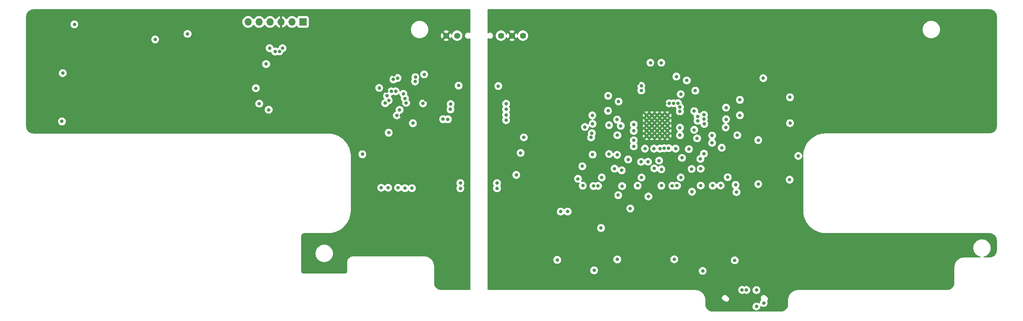
<source format=gbr>
%TF.GenerationSoftware,KiCad,Pcbnew,7.0.6*%
%TF.CreationDate,2024-02-05T21:22:57+01:00*%
%TF.ProjectId,FT24-AMS_Slave-v5,46543234-2d41-44d5-935f-536c6176652d,rev?*%
%TF.SameCoordinates,Original*%
%TF.FileFunction,Copper,L3,Inr*%
%TF.FilePolarity,Positive*%
%FSLAX46Y46*%
G04 Gerber Fmt 4.6, Leading zero omitted, Abs format (unit mm)*
G04 Created by KiCad (PCBNEW 7.0.6) date 2024-02-05 21:22:57*
%MOMM*%
%LPD*%
G01*
G04 APERTURE LIST*
%TA.AperFunction,ComponentPad*%
%ADD10C,0.800000*%
%TD*%
%TA.AperFunction,ComponentPad*%
%ADD11R,1.700000X1.700000*%
%TD*%
%TA.AperFunction,ComponentPad*%
%ADD12O,1.700000X1.700000*%
%TD*%
%TA.AperFunction,ComponentPad*%
%ADD13C,1.400000*%
%TD*%
%TA.AperFunction,ViaPad*%
%ADD14C,0.800000*%
%TD*%
G04 APERTURE END LIST*
D10*
%TO.N,GND1*%
%TO.C,U2*%
X194067500Y-99877500D03*
X194067500Y-101077500D03*
X194067500Y-102277500D03*
X194067500Y-103477500D03*
X194067500Y-104677500D03*
X195267500Y-99877500D03*
X195267500Y-101077500D03*
X195267500Y-102277500D03*
X195267500Y-103477500D03*
X195267500Y-104677500D03*
X196467500Y-99877500D03*
X196467500Y-101077500D03*
X196467500Y-102277500D03*
X196467500Y-103477500D03*
X196467500Y-104677500D03*
X197667500Y-99877500D03*
X197667500Y-101077500D03*
X197667500Y-102277500D03*
X197667500Y-103477500D03*
X197667500Y-104677500D03*
X198867500Y-99877500D03*
X198867500Y-101077500D03*
X198867500Y-102277500D03*
X198867500Y-103477500D03*
X198867500Y-104677500D03*
%TD*%
D11*
%TO.N,+3V3*%
%TO.C,J16*%
X114440000Y-78225000D03*
D12*
%TO.N,/\u00B5C/SWCLK*%
X111900000Y-78225000D03*
%TO.N,GND*%
X109360000Y-78225000D03*
%TO.N,/\u00B5C/SWDIO*%
X106820000Y-78225000D03*
%TO.N,/\u00B5C/NRST*%
X104280000Y-78225000D03*
%TO.N,/\u00B5C/Trace_SWO*%
X101740000Y-78225000D03*
%TD*%
D13*
%TO.N,GND*%
%TO.C,PS1*%
X147610000Y-81415000D03*
%TO.N,+12V*%
X150150000Y-81415000D03*
%TO.N,+5V*%
X160310000Y-81415000D03*
%TO.N,GND1*%
X162850000Y-81415000D03*
%TO.N,Net-(PS1-FB)*%
X165390000Y-81415000D03*
%TD*%
D14*
%TO.N,+3V3*%
X150499695Y-92999695D03*
%TO.N,/CAN/CANH*%
X58600000Y-101300000D03*
X61500000Y-78800000D03*
%TO.N,/CAN/CANL*%
X58800000Y-90100000D03*
%TO.N,/\u00B5C/SWCLK*%
X108999956Y-85075000D03*
X132099047Y-93537500D03*
%TO.N,GND*%
X92600000Y-86600000D03*
X133700000Y-98500000D03*
X148853445Y-103498252D03*
X92800000Y-83500000D03*
X137199847Y-99925153D03*
X59200000Y-91900000D03*
X150999695Y-114299695D03*
X139600000Y-83100000D03*
X99600000Y-91500000D03*
X147200000Y-96100000D03*
X61600000Y-91900000D03*
X105100000Y-91500000D03*
X129336250Y-85450000D03*
X130712500Y-103112500D03*
X80259996Y-84099950D03*
X116600000Y-98800000D03*
X137887500Y-105825153D03*
X128768535Y-95707005D03*
X105100000Y-93600000D03*
X134212500Y-108012500D03*
X108100000Y-82425000D03*
X130187500Y-107512500D03*
X95700000Y-99800000D03*
X84300000Y-92100000D03*
X93900000Y-92700000D03*
X136912500Y-110512500D03*
X135512500Y-89312500D03*
X142362512Y-111212500D03*
X135512506Y-90512500D03*
X133860397Y-94327526D03*
X142912514Y-96312500D03*
X128712500Y-98812498D03*
X85900000Y-86100000D03*
X79600000Y-97600000D03*
X88400000Y-88100000D03*
X56100000Y-88200000D03*
X58500000Y-88200000D03*
X81800000Y-92200000D03*
X131920500Y-105793000D03*
X93300000Y-95900000D03*
X150599695Y-120999695D03*
X78791235Y-88488468D03*
X79600000Y-94800000D03*
X139178894Y-94822686D03*
X93500000Y-88100000D03*
X92700000Y-85100000D03*
%TO.N,/\u00B5C/SWDIO*%
X135388428Y-91557306D03*
X109699999Y-84324999D03*
%TO.N,/\u00B5C/NRST*%
X106700000Y-84325000D03*
X134312500Y-96412500D03*
X136200064Y-99904167D03*
X134312500Y-103912500D03*
%TO.N,/\u00B5C/Trace_SWO*%
X107992284Y-85083047D03*
X133931385Y-95361395D03*
%TO.N,Net-(U2-IPB)*%
X200287250Y-97085845D03*
X200955000Y-90900000D03*
%TO.N,/\u00B5C/TMP_SCL*%
X150899695Y-115599695D03*
X142525153Y-90399847D03*
%TO.N,/BMS/TMP_SCL*%
X159399695Y-115599709D03*
X192807960Y-93033266D03*
X219500000Y-140400000D03*
%TO.N,/BMS/TMP_SDA*%
X159399695Y-116799695D03*
X219500000Y-144200000D03*
X192828415Y-94126585D03*
%TO.N,+5V*%
X221173685Y-143385976D03*
X159699695Y-93099695D03*
%TO.N,/\u00B5C/SCK*%
X148599695Y-98499695D03*
X148000000Y-100800000D03*
%TO.N,/\u00B5C/CSB*%
X146900052Y-100789504D03*
X148650226Y-97274469D03*
%TO.N,/BMS/Filter_Balance_Network_last/CB*%
X187555000Y-96700000D03*
X185142500Y-95362500D03*
%TO.N,/BMS/~{CS}*%
X161500000Y-97200000D03*
X201755000Y-99010224D03*
%TO.N,/BMS/Filter_Balance_Network_last/CA*%
X185110798Y-98832754D03*
X187210901Y-100877500D03*
%TO.N,/BMS/MISO*%
X199255003Y-97100003D03*
X161500000Y-101000000D03*
%TO.N,/BMS/Filter_Balance_Network2/SBP*%
X181367500Y-104027500D03*
X188047600Y-102331142D03*
X185346114Y-102169289D03*
%TO.N,/BMS/MOSI*%
X161500000Y-99800000D03*
X201955000Y-95000000D03*
%TO.N,/BMS/Filter_Balance_Network2/SAP*%
X187267500Y-104502500D03*
X185342347Y-108862347D03*
%TO.N,/BMS/SCK*%
X161500000Y-98500000D03*
X201748249Y-97992673D03*
%TO.N,/BMS/Filter_Balance_Network4/SBP*%
X187217500Y-109052500D03*
X178155000Y-114600000D03*
%TO.N,/BMS/Filter_Balance_Network4/SAP*%
X186617500Y-112252500D03*
X181736500Y-116274740D03*
%TO.N,/BMS/Filter_Balance_Network5/SBP*%
X188274992Y-112645620D03*
X187467505Y-118402505D03*
X193667500Y-107602500D03*
%TO.N,/BMS/Filter_Balance_Network5/SAP*%
X195808748Y-112188177D03*
X194467500Y-118702500D03*
%TO.N,/BMS/Filter_Balance_Network5/CA*%
X195767496Y-107602504D03*
X194358868Y-110644099D03*
%TO.N,/\u00B5C/PROM_WC*%
X133488759Y-97061205D03*
%TO.N,/BMS/Filter_Balance_Network6/SBP*%
X197467500Y-112402500D03*
X199992500Y-116205032D03*
X197133454Y-107613763D03*
%TO.N,/BMS/Filter_Balance_Network6/SAP*%
X204473154Y-112327500D03*
X204567500Y-117602500D03*
X199155000Y-107500000D03*
%TO.N,/BMS/Filter_Balance_Network7/SBP*%
X200767500Y-107602500D03*
X206567500Y-112277500D03*
X209367500Y-116202500D03*
%TO.N,/BMS/Filter_Balance_Network7/SAP*%
X206500381Y-109996992D03*
X212829912Y-114241264D03*
X214867500Y-117702500D03*
%TO.N,/BMS/Filter_Balance_Network1/SBP*%
X201767500Y-104502500D03*
X207328500Y-108774500D03*
%TO.N,/BMS/Filter_Balance_Network1/SAP*%
X201763669Y-102752643D03*
X207412937Y-101884018D03*
X212367500Y-102702500D03*
%TO.N,/BMS/Filter_Balance_Network/SBP*%
X205868819Y-100155284D03*
X207328500Y-99774500D03*
%TO.N,/BMS/Filter_Balance_Network/SAP*%
X205069812Y-98904049D03*
X205328500Y-94174500D03*
%TO.N,Net-(IC6-OVLO{slash}OVCSEL)*%
X87700000Y-81000000D03*
X80200000Y-82299990D03*
%TO.N,/BMS/Filter_Balance_Network/CellA+{slash}CellB-*%
X227255000Y-95702500D03*
%TO.N,/BMS/Filter_Balance_Network/CellB+*%
X227267500Y-101702500D03*
X209228500Y-104574500D03*
X205067500Y-103252508D03*
%TO.N,Net-(U2-IMB)*%
X201309078Y-97082967D03*
X203355002Y-91800000D03*
%TO.N,Net-(U1-PB11)*%
X138328677Y-97011487D03*
X132575000Y-116675000D03*
%TO.N,/BMS/Filter_Balance_Network1/CellA+{slash}CellB-*%
X229175000Y-109300000D03*
%TO.N,/BMS/Filter_Balance_Network2/CellA-*%
X191067500Y-103502500D03*
X179154994Y-111700000D03*
X181542500Y-108987500D03*
X173355000Y-133400000D03*
%TO.N,GND1*%
X178367500Y-106202500D03*
X159399695Y-114299695D03*
X161600000Y-103500000D03*
X221200000Y-138900000D03*
X187782895Y-92413128D03*
X176055000Y-120000000D03*
X196755000Y-90500006D03*
X169500006Y-83500000D03*
X203730000Y-96712655D03*
X201767500Y-100177500D03*
X214626510Y-106302500D03*
X198455000Y-90500000D03*
X218700000Y-137700000D03*
X188300000Y-137600000D03*
X194155002Y-90500010D03*
X208455000Y-89500000D03*
X182054992Y-86000000D03*
X211228500Y-94474500D03*
X198255002Y-97100000D03*
X159799695Y-120999695D03*
X214555000Y-89500000D03*
X185595010Y-90499988D03*
X173600000Y-82900006D03*
X181454994Y-91600000D03*
X162799695Y-95299695D03*
X211455000Y-89499996D03*
X181655000Y-92600000D03*
X191987825Y-92461091D03*
X181455002Y-78000000D03*
X214567500Y-110002500D03*
X178454984Y-91600000D03*
X178367506Y-108002490D03*
%TO.N,/BMS/Filter_Balance_Network7/CellA+{slash}CellB-*%
X217159977Y-140375000D03*
%TO.N,/BMS/Filter_Balance_Network4/CellA-*%
X187255000Y-133300000D03*
X191067500Y-107075000D03*
X189780153Y-110115153D03*
%TO.N,/BMS/Filter_Balance_Network6/CellA+{slash}CellB-*%
X216159985Y-140375000D03*
%TO.N,/BMS/Filter_Balance_Network5/CellA-*%
X200455000Y-133275000D03*
%TO.N,/BMS/Filter_Balance_Network5/CellA+{slash}CellB-*%
X207044459Y-135955541D03*
%TO.N,/BMS/Filter_Balance_Network6/CellA-*%
X201967500Y-114302500D03*
X214455000Y-133500000D03*
X198128539Y-107514710D03*
%TO.N,/BMS/Filter_Balance_Network4/CellA+{slash}CellB-*%
X181900000Y-135825012D03*
%TO.N,/BMS/Filter_Balance_Network1/CellB+*%
X214652502Y-116017502D03*
X227167500Y-114802500D03*
X203848750Y-107721250D03*
%TO.N,/BMS/Filter_Balance_Network2/CellA+{slash}CellB-*%
X163855000Y-113700000D03*
%TO.N,/BMS/Filter_Balance_Network2/CellB+*%
X181467500Y-99902500D03*
X164855000Y-108600000D03*
X179755000Y-102600000D03*
%TO.N,/CAN/CAN_Term*%
X139912500Y-101712500D03*
%TO.N,/Power/IMON*%
X136812500Y-98612500D03*
%TO.N,/CAN/CAN_Rx*%
X135912065Y-94324021D03*
%TO.N,/CAN/CAN_Tx*%
X128212500Y-108912500D03*
X134912062Y-94324021D03*
%TO.N,/CAN/V_{ref}*%
X105900006Y-88000000D03*
X103525000Y-93600000D03*
%TO.N,VBUS*%
X165599998Y-105000000D03*
%TO.N,Net-(F1-Pad2)*%
X212455000Y-100800000D03*
X212455000Y-98100000D03*
%TO.N,Net-(U1-PB10)*%
X142249345Y-97125000D03*
%TO.N,Net-(U1-PB13)*%
X137712548Y-94888277D03*
X136475000Y-116675000D03*
%TO.N,Net-(U2-DRIVE)*%
X194930000Y-87700000D03*
X197455000Y-87700000D03*
%TO.N,Net-(U1-PB12)*%
X138058427Y-95983732D03*
X134175000Y-116675000D03*
%TO.N,Net-(U1-PB14)*%
X140400330Y-92029364D03*
X138075000Y-116775000D03*
%TO.N,Net-(U1-PB15)*%
X139675000Y-116775000D03*
X140482100Y-91032710D03*
%TO.N,Net-(F3-Pad2)*%
X211455000Y-107400000D03*
X219917500Y-115827500D03*
%TO.N,Net-(F7-Pad2)*%
X175755000Y-122200000D03*
X174155000Y-122200000D03*
%TO.N,Net-(F9-Pad2)*%
X190255000Y-121500000D03*
X183480000Y-126007651D03*
%TO.N,/BMS/Filter_Balance_Network/SBN*%
X207328500Y-100774500D03*
X205876528Y-101155257D03*
X215655000Y-99874502D03*
X215655000Y-96300000D03*
X221067500Y-91277500D03*
%TO.N,/BMS/Filter_Balance_Network1/SBN*%
X205729825Y-105219880D03*
X219917500Y-105627500D03*
X209228500Y-106274500D03*
X215055000Y-104500000D03*
%TO.N,/BMS/Filter_Balance_Network2/SBN*%
X181180077Y-105009782D03*
X181542500Y-101862500D03*
X191067500Y-102002500D03*
%TO.N,/BMS/Filter_Balance_Network4/SBN*%
X182800773Y-116235773D03*
X179267500Y-116202500D03*
X191067500Y-105702520D03*
X183654847Y-114289847D03*
%TO.N,/BMS/Filter_Balance_Network5/SBN*%
X192867500Y-114302500D03*
X188367500Y-116302500D03*
X191967500Y-116202500D03*
X192767487Y-110674578D03*
%TO.N,/BMS/Filter_Balance_Network6/SBN*%
X196930000Y-110390455D03*
X201067500Y-116202500D03*
X197467500Y-116202500D03*
%TO.N,/BMS/Filter_Balance_Network7/SBN*%
X202239314Y-109749009D03*
X211206497Y-116163497D03*
X206567500Y-116177500D03*
%TO.N,/\u00B5C/TMP_SDA*%
X136336236Y-91238457D03*
X150899695Y-116799695D03*
%TO.N,Net-(R83-Pad2)*%
X106500000Y-98595000D03*
X104300000Y-97175000D03*
%TD*%
%TA.AperFunction,Conductor*%
%TO.N,GND*%
G36*
X153142734Y-75320185D02*
G01*
X153188489Y-75372989D01*
X153199695Y-75424500D01*
X153199695Y-80680458D01*
X153180010Y-80747497D01*
X153127206Y-80793252D01*
X153058048Y-80803196D01*
X153025064Y-80792521D01*
X153024943Y-80792842D01*
X153018465Y-80790385D01*
X153018081Y-80790261D01*
X153017933Y-80790183D01*
X152858874Y-80729860D01*
X152858868Y-80729859D01*
X152732374Y-80714500D01*
X152732372Y-80714500D01*
X152647628Y-80714500D01*
X152647626Y-80714500D01*
X152521131Y-80729859D01*
X152521125Y-80729860D01*
X152362068Y-80790182D01*
X152222072Y-80886816D01*
X152109263Y-81014150D01*
X152030210Y-81164773D01*
X152001409Y-81281625D01*
X151989500Y-81329944D01*
X151989500Y-81500056D01*
X151993367Y-81515745D01*
X152030210Y-81665226D01*
X152109263Y-81815849D01*
X152138026Y-81848316D01*
X152222071Y-81943183D01*
X152282937Y-81985196D01*
X152362068Y-82039817D01*
X152362069Y-82039817D01*
X152362070Y-82039818D01*
X152521128Y-82100140D01*
X152597028Y-82109356D01*
X152647626Y-82115500D01*
X152647628Y-82115500D01*
X152732374Y-82115500D01*
X152774538Y-82110380D01*
X152858872Y-82100140D01*
X153017930Y-82039818D01*
X153017935Y-82039814D01*
X153018069Y-82039745D01*
X153018180Y-82039722D01*
X153024943Y-82037158D01*
X153025369Y-82038282D01*
X153086577Y-82026019D01*
X153151630Y-82051511D01*
X153192575Y-82108127D01*
X153199695Y-82149541D01*
X153199695Y-140275500D01*
X153180010Y-140342539D01*
X153127206Y-140388294D01*
X153075695Y-140399500D01*
X146512120Y-140399500D01*
X146507701Y-140399342D01*
X146441853Y-140394633D01*
X146276887Y-140382835D01*
X146259375Y-140380317D01*
X146039769Y-140332545D01*
X146022794Y-140327561D01*
X145812215Y-140249020D01*
X145796122Y-140241671D01*
X145774331Y-140229772D01*
X145598859Y-140133958D01*
X145583987Y-140124399D01*
X145404066Y-139989713D01*
X145390695Y-139978127D01*
X145231779Y-139819211D01*
X145220193Y-139805841D01*
X145085504Y-139625918D01*
X145075939Y-139611034D01*
X145064954Y-139590917D01*
X144968229Y-139413780D01*
X144960885Y-139397700D01*
X144882336Y-139187103D01*
X144877357Y-139170144D01*
X144829583Y-138950526D01*
X144827066Y-138933020D01*
X144810567Y-138702335D01*
X144810409Y-138697911D01*
X144810409Y-134869431D01*
X144810400Y-134869233D01*
X144810400Y-134760843D01*
X144797929Y-134658137D01*
X144776854Y-134484566D01*
X144710251Y-134214345D01*
X144611561Y-133954122D01*
X144482225Y-133707692D01*
X144324128Y-133478648D01*
X144139576Y-133270331D01*
X143931260Y-133085778D01*
X143702217Y-132927680D01*
X143702216Y-132927679D01*
X143702214Y-132927678D01*
X143455794Y-132798346D01*
X143455789Y-132798344D01*
X143455787Y-132798343D01*
X143195565Y-132699653D01*
X142925344Y-132633048D01*
X142925340Y-132633047D01*
X142798637Y-132617662D01*
X142649065Y-132599500D01*
X142566082Y-132599500D01*
X125982065Y-132599500D01*
X125979282Y-132599500D01*
X125979087Y-132599509D01*
X125907560Y-132599509D01*
X125705377Y-132631529D01*
X125705372Y-132631530D01*
X125705369Y-132631531D01*
X125510693Y-132694784D01*
X125328301Y-132787716D01*
X125162691Y-132908037D01*
X125017947Y-133052780D01*
X124897623Y-133218390D01*
X124804688Y-133400784D01*
X124741431Y-133595469D01*
X124709409Y-133797649D01*
X124709409Y-135896951D01*
X124709110Y-135903032D01*
X124697165Y-136024312D01*
X124692423Y-136048152D01*
X124659707Y-136156004D01*
X124650404Y-136178463D01*
X124597279Y-136277852D01*
X124583775Y-136298062D01*
X124512277Y-136385184D01*
X124495088Y-136402373D01*
X124407971Y-136473869D01*
X124387760Y-136487374D01*
X124288363Y-136540504D01*
X124265908Y-136549805D01*
X124206186Y-136567922D01*
X124158061Y-136582521D01*
X124134222Y-136587263D01*
X124013029Y-136599201D01*
X124006948Y-136599500D01*
X114720038Y-136599500D01*
X114713956Y-136599201D01*
X114592676Y-136587254D01*
X114568835Y-136582511D01*
X114460991Y-136549795D01*
X114438534Y-136540493D01*
X114339144Y-136487367D01*
X114318932Y-136473862D01*
X114231824Y-136402373D01*
X114231810Y-136402361D01*
X114214626Y-136385176D01*
X114143127Y-136298052D01*
X114129626Y-136277845D01*
X114076502Y-136178453D01*
X114067201Y-136155998D01*
X114040435Y-136067767D01*
X114034484Y-136048149D01*
X114029743Y-136024312D01*
X114020252Y-135927940D01*
X114017781Y-135902847D01*
X114017482Y-135896767D01*
X114017482Y-135852405D01*
X114017482Y-131900001D01*
X117357835Y-131900001D01*
X117378249Y-132185433D01*
X117439073Y-132465037D01*
X117439075Y-132465043D01*
X117439076Y-132465046D01*
X117526580Y-132699653D01*
X117539080Y-132733166D01*
X117676215Y-132984309D01*
X117676220Y-132984317D01*
X117847699Y-133213387D01*
X117847715Y-133213405D01*
X118050039Y-133415729D01*
X118050057Y-133415745D01*
X118279127Y-133587224D01*
X118279135Y-133587229D01*
X118530278Y-133724364D01*
X118530277Y-133724364D01*
X118530281Y-133724365D01*
X118530284Y-133724367D01*
X118798399Y-133824369D01*
X118798405Y-133824370D01*
X118798407Y-133824371D01*
X119078011Y-133885195D01*
X119078013Y-133885195D01*
X119078017Y-133885196D01*
X119331665Y-133903337D01*
X119363444Y-133905610D01*
X119363445Y-133905610D01*
X119363446Y-133905610D01*
X119392040Y-133903564D01*
X119648873Y-133885196D01*
X119928491Y-133824369D01*
X120196606Y-133724367D01*
X120447760Y-133587226D01*
X120676840Y-133415739D01*
X120879184Y-133213395D01*
X121050671Y-132984315D01*
X121187812Y-132733161D01*
X121287814Y-132465046D01*
X121348641Y-132185428D01*
X121369055Y-131900000D01*
X121348641Y-131614572D01*
X121287814Y-131334954D01*
X121187812Y-131066839D01*
X121050671Y-130815685D01*
X120902967Y-130618375D01*
X120879190Y-130586612D01*
X120879174Y-130586594D01*
X120676850Y-130384270D01*
X120676832Y-130384254D01*
X120447762Y-130212775D01*
X120447754Y-130212770D01*
X120196611Y-130075635D01*
X120196612Y-130075635D01*
X120089359Y-130035632D01*
X119928491Y-129975631D01*
X119928488Y-129975630D01*
X119928482Y-129975628D01*
X119648878Y-129914804D01*
X119363446Y-129894390D01*
X119363444Y-129894390D01*
X119078011Y-129914804D01*
X118798407Y-129975628D01*
X118530278Y-130075635D01*
X118279135Y-130212770D01*
X118279127Y-130212775D01*
X118050057Y-130384254D01*
X118050039Y-130384270D01*
X117847715Y-130586594D01*
X117847699Y-130586612D01*
X117676220Y-130815682D01*
X117676215Y-130815690D01*
X117539080Y-131066833D01*
X117439073Y-131334962D01*
X117378249Y-131614566D01*
X117357835Y-131899998D01*
X117357835Y-131900001D01*
X114017482Y-131900001D01*
X114017481Y-127903050D01*
X114017780Y-127896969D01*
X114023014Y-127843826D01*
X114029726Y-127775675D01*
X114034464Y-127751857D01*
X114067184Y-127643989D01*
X114076480Y-127621546D01*
X114129616Y-127522135D01*
X114143115Y-127501934D01*
X114214618Y-127414806D01*
X114231799Y-127397625D01*
X114318922Y-127326122D01*
X114339123Y-127312623D01*
X114438535Y-127259485D01*
X114460980Y-127250188D01*
X114568840Y-127217468D01*
X114592664Y-127212728D01*
X114662244Y-127205874D01*
X114713775Y-127200799D01*
X114719856Y-127200500D01*
X120247531Y-127200500D01*
X120247912Y-127200482D01*
X120436083Y-127200482D01*
X120436209Y-127200483D01*
X120436209Y-127200482D01*
X120436211Y-127200483D01*
X120727519Y-127176345D01*
X120873175Y-127164277D01*
X121305654Y-127092110D01*
X121523737Y-127036884D01*
X121730695Y-126984477D01*
X121730694Y-126984478D01*
X122145407Y-126842107D01*
X122307889Y-126770835D01*
X122546932Y-126665983D01*
X122932547Y-126457300D01*
X123299611Y-126217486D01*
X123645618Y-125948178D01*
X123968205Y-125651218D01*
X124265166Y-125328633D01*
X124534474Y-124982627D01*
X124534475Y-124982626D01*
X124534476Y-124982625D01*
X124534476Y-124982626D01*
X124702680Y-124725169D01*
X124774290Y-124615563D01*
X124982973Y-124229951D01*
X124982973Y-124229952D01*
X125034952Y-124111449D01*
X125159102Y-123828419D01*
X125227543Y-123629055D01*
X125301468Y-123413723D01*
X125409106Y-122988672D01*
X125481274Y-122556194D01*
X125517482Y-122119228D01*
X125517482Y-116675000D01*
X131669540Y-116675000D01*
X131689326Y-116863256D01*
X131689327Y-116863259D01*
X131747818Y-117043277D01*
X131747821Y-117043284D01*
X131842467Y-117207216D01*
X131932506Y-117307214D01*
X131969129Y-117347888D01*
X132122265Y-117459148D01*
X132122270Y-117459151D01*
X132295192Y-117536142D01*
X132295197Y-117536144D01*
X132480354Y-117575500D01*
X132480355Y-117575500D01*
X132669644Y-117575500D01*
X132669646Y-117575500D01*
X132854803Y-117536144D01*
X133027730Y-117459151D01*
X133180871Y-117347888D01*
X133282850Y-117234628D01*
X133342337Y-117197980D01*
X133412194Y-117199311D01*
X133467149Y-117234628D01*
X133532506Y-117307214D01*
X133569129Y-117347888D01*
X133722265Y-117459148D01*
X133722270Y-117459151D01*
X133895192Y-117536142D01*
X133895197Y-117536144D01*
X134080354Y-117575500D01*
X134080355Y-117575500D01*
X134269644Y-117575500D01*
X134269646Y-117575500D01*
X134454803Y-117536144D01*
X134627730Y-117459151D01*
X134780871Y-117347888D01*
X134907533Y-117207216D01*
X135002179Y-117043284D01*
X135060674Y-116863256D01*
X135080460Y-116675000D01*
X135569540Y-116675000D01*
X135589326Y-116863256D01*
X135589327Y-116863259D01*
X135647818Y-117043277D01*
X135647821Y-117043284D01*
X135742467Y-117207216D01*
X135832506Y-117307214D01*
X135869129Y-117347888D01*
X136022265Y-117459148D01*
X136022270Y-117459151D01*
X136195192Y-117536142D01*
X136195197Y-117536144D01*
X136380354Y-117575500D01*
X136380355Y-117575500D01*
X136569644Y-117575500D01*
X136569646Y-117575500D01*
X136754803Y-117536144D01*
X136927730Y-117459151D01*
X137080871Y-117347888D01*
X137140368Y-117281809D01*
X137199856Y-117245160D01*
X137269713Y-117246491D01*
X137327761Y-117285377D01*
X137339906Y-117302780D01*
X137342467Y-117307216D01*
X137469129Y-117447888D01*
X137622265Y-117559148D01*
X137622270Y-117559151D01*
X137795192Y-117636142D01*
X137795197Y-117636144D01*
X137980354Y-117675500D01*
X137980355Y-117675500D01*
X138169644Y-117675500D01*
X138169646Y-117675500D01*
X138354803Y-117636144D01*
X138527730Y-117559151D01*
X138680871Y-117447888D01*
X138782850Y-117334628D01*
X138842337Y-117297980D01*
X138912194Y-117299311D01*
X138967150Y-117334629D01*
X139069129Y-117447888D01*
X139222265Y-117559148D01*
X139222270Y-117559151D01*
X139395192Y-117636142D01*
X139395197Y-117636144D01*
X139580354Y-117675500D01*
X139580355Y-117675500D01*
X139769644Y-117675500D01*
X139769646Y-117675500D01*
X139954803Y-117636144D01*
X140127730Y-117559151D01*
X140280871Y-117447888D01*
X140407533Y-117307216D01*
X140502179Y-117143284D01*
X140560674Y-116963256D01*
X140577865Y-116799695D01*
X149994235Y-116799695D01*
X150014021Y-116987951D01*
X150014022Y-116987954D01*
X150072513Y-117167972D01*
X150072516Y-117167979D01*
X150167162Y-117331911D01*
X150281727Y-117459148D01*
X150293824Y-117472583D01*
X150446960Y-117583843D01*
X150446965Y-117583846D01*
X150619887Y-117660837D01*
X150619892Y-117660839D01*
X150805049Y-117700195D01*
X150805050Y-117700195D01*
X150994339Y-117700195D01*
X150994341Y-117700195D01*
X151179498Y-117660839D01*
X151352425Y-117583846D01*
X151505566Y-117472583D01*
X151632228Y-117331911D01*
X151726874Y-117167979D01*
X151785369Y-116987951D01*
X151805155Y-116799695D01*
X151785369Y-116611439D01*
X151726874Y-116431411D01*
X151654885Y-116306722D01*
X151628979Y-116261851D01*
X151631624Y-116260323D01*
X151612474Y-116207116D01*
X151628112Y-116139018D01*
X151629039Y-116137574D01*
X151628979Y-116137539D01*
X151707167Y-116002112D01*
X151726874Y-115967979D01*
X151785369Y-115787951D01*
X151805155Y-115599695D01*
X151785369Y-115411439D01*
X151726874Y-115231411D01*
X151632228Y-115067479D01*
X151505566Y-114926807D01*
X151505565Y-114926806D01*
X151352429Y-114815546D01*
X151352424Y-114815543D01*
X151179502Y-114738552D01*
X151179497Y-114738550D01*
X151033696Y-114707560D01*
X150994341Y-114699195D01*
X150805049Y-114699195D01*
X150772592Y-114706093D01*
X150619892Y-114738550D01*
X150619887Y-114738552D01*
X150446965Y-114815543D01*
X150446960Y-114815546D01*
X150293824Y-114926806D01*
X150167161Y-115067480D01*
X150072516Y-115231410D01*
X150072513Y-115231417D01*
X150014022Y-115411435D01*
X150014021Y-115411439D01*
X149994235Y-115599695D01*
X150014021Y-115787951D01*
X150014022Y-115787954D01*
X150072513Y-115967972D01*
X150072516Y-115967979D01*
X150170411Y-116137539D01*
X150167845Y-116139020D01*
X150186945Y-116192793D01*
X150171022Y-116260824D01*
X150170375Y-116261830D01*
X150170411Y-116261851D01*
X150072516Y-116431410D01*
X150072513Y-116431417D01*
X150022046Y-116586740D01*
X150014021Y-116611439D01*
X149994235Y-116799695D01*
X140577865Y-116799695D01*
X140580460Y-116775000D01*
X140560674Y-116586744D01*
X140502179Y-116406716D01*
X140407533Y-116242784D01*
X140280871Y-116102112D01*
X140280867Y-116102109D01*
X140127734Y-115990851D01*
X140127729Y-115990848D01*
X139954807Y-115913857D01*
X139954802Y-115913855D01*
X139809001Y-115882865D01*
X139769646Y-115874500D01*
X139580354Y-115874500D01*
X139547897Y-115881398D01*
X139395197Y-115913855D01*
X139395192Y-115913857D01*
X139222270Y-115990848D01*
X139222265Y-115990851D01*
X139069132Y-116102109D01*
X139069129Y-116102111D01*
X139069129Y-116102112D01*
X138976632Y-116204840D01*
X138967150Y-116215371D01*
X138907663Y-116252019D01*
X138837806Y-116250688D01*
X138782850Y-116215371D01*
X138773368Y-116204840D01*
X138680871Y-116102112D01*
X138680867Y-116102109D01*
X138527734Y-115990851D01*
X138527729Y-115990848D01*
X138354807Y-115913857D01*
X138354802Y-115913855D01*
X138209001Y-115882865D01*
X138169646Y-115874500D01*
X137980354Y-115874500D01*
X137947897Y-115881398D01*
X137795197Y-115913855D01*
X137795192Y-115913857D01*
X137622270Y-115990848D01*
X137622265Y-115990851D01*
X137469129Y-116102111D01*
X137469128Y-116102112D01*
X137409629Y-116168192D01*
X137350142Y-116204840D01*
X137280285Y-116203509D01*
X137222237Y-116164622D01*
X137210091Y-116147216D01*
X137207533Y-116142784D01*
X137080871Y-116002112D01*
X137065369Y-115990849D01*
X136927734Y-115890851D01*
X136927729Y-115890848D01*
X136754807Y-115813857D01*
X136754802Y-115813855D01*
X136609001Y-115782865D01*
X136569646Y-115774500D01*
X136380354Y-115774500D01*
X136347897Y-115781398D01*
X136195197Y-115813855D01*
X136195192Y-115813857D01*
X136022270Y-115890848D01*
X136022265Y-115890851D01*
X135869129Y-116002111D01*
X135742466Y-116142785D01*
X135647821Y-116306715D01*
X135647818Y-116306722D01*
X135589327Y-116486740D01*
X135589326Y-116486744D01*
X135569540Y-116675000D01*
X135080460Y-116675000D01*
X135060674Y-116486744D01*
X135002179Y-116306716D01*
X134907533Y-116142784D01*
X134780871Y-116002112D01*
X134765369Y-115990849D01*
X134627734Y-115890851D01*
X134627729Y-115890848D01*
X134454807Y-115813857D01*
X134454802Y-115813855D01*
X134309001Y-115782865D01*
X134269646Y-115774500D01*
X134080354Y-115774500D01*
X134047897Y-115781398D01*
X133895197Y-115813855D01*
X133895192Y-115813857D01*
X133722270Y-115890848D01*
X133722265Y-115890851D01*
X133569132Y-116002109D01*
X133569129Y-116002111D01*
X133569129Y-116002112D01*
X133467150Y-116115371D01*
X133407663Y-116152019D01*
X133337806Y-116150688D01*
X133282850Y-116115371D01*
X133180871Y-116002112D01*
X133165369Y-115990849D01*
X133027734Y-115890851D01*
X133027729Y-115890848D01*
X132854807Y-115813857D01*
X132854802Y-115813855D01*
X132709001Y-115782865D01*
X132669646Y-115774500D01*
X132480354Y-115774500D01*
X132447897Y-115781398D01*
X132295197Y-115813855D01*
X132295192Y-115813857D01*
X132122270Y-115890848D01*
X132122265Y-115890851D01*
X131969129Y-116002111D01*
X131842466Y-116142785D01*
X131747821Y-116306715D01*
X131747818Y-116306722D01*
X131689327Y-116486740D01*
X131689326Y-116486744D01*
X131669540Y-116675000D01*
X125517482Y-116675000D01*
X125517482Y-109451380D01*
X125517500Y-109451318D01*
X125517500Y-109180771D01*
X125495271Y-108912500D01*
X127307040Y-108912500D01*
X127326826Y-109100756D01*
X127326827Y-109100759D01*
X127385318Y-109280777D01*
X127385321Y-109280784D01*
X127479967Y-109444716D01*
X127606629Y-109585387D01*
X127606629Y-109585388D01*
X127759765Y-109696648D01*
X127759770Y-109696651D01*
X127932692Y-109773642D01*
X127932697Y-109773644D01*
X128117854Y-109813000D01*
X128117855Y-109813000D01*
X128307144Y-109813000D01*
X128307146Y-109813000D01*
X128492303Y-109773644D01*
X128665230Y-109696651D01*
X128818371Y-109585388D01*
X128945033Y-109444716D01*
X129039679Y-109280784D01*
X129098174Y-109100756D01*
X129117960Y-108912500D01*
X129098174Y-108724244D01*
X129039679Y-108544216D01*
X128945033Y-108380284D01*
X128818371Y-108239612D01*
X128818370Y-108239611D01*
X128665234Y-108128351D01*
X128665229Y-108128348D01*
X128492307Y-108051357D01*
X128492302Y-108051355D01*
X128346501Y-108020365D01*
X128307146Y-108012000D01*
X128117854Y-108012000D01*
X128085397Y-108018898D01*
X127932697Y-108051355D01*
X127932692Y-108051357D01*
X127759770Y-108128348D01*
X127759765Y-108128351D01*
X127606629Y-108239611D01*
X127479966Y-108380285D01*
X127385321Y-108544215D01*
X127385318Y-108544222D01*
X127326827Y-108724240D01*
X127326826Y-108724244D01*
X127307040Y-108912500D01*
X125495271Y-108912500D01*
X125481292Y-108743804D01*
X125409124Y-108311322D01*
X125301485Y-107886272D01*
X125159120Y-107471578D01*
X125159119Y-107471574D01*
X124982990Y-107070043D01*
X124982989Y-107070041D01*
X124774305Y-106684428D01*
X124774304Y-106684426D01*
X124534491Y-106317365D01*
X124265178Y-105971353D01*
X123968217Y-105648769D01*
X123645632Y-105351810D01*
X123645633Y-105351810D01*
X123645630Y-105351808D01*
X123472626Y-105217154D01*
X123299620Y-105082498D01*
X123104845Y-104955246D01*
X122932556Y-104842685D01*
X122932552Y-104842683D01*
X122932553Y-104842683D01*
X122546947Y-104634005D01*
X122546947Y-104634004D01*
X122145414Y-104457876D01*
X121730710Y-104315509D01*
X121730711Y-104315509D01*
X121691331Y-104305536D01*
X121305658Y-104207872D01*
X120873177Y-104135705D01*
X120727521Y-104123636D01*
X120436212Y-104099499D01*
X120436210Y-104099499D01*
X120216981Y-104099500D01*
X52002214Y-104099500D01*
X51997791Y-104099342D01*
X51979142Y-104098008D01*
X51766982Y-104082834D01*
X51749470Y-104080316D01*
X51529862Y-104032543D01*
X51512887Y-104027559D01*
X51302311Y-103949019D01*
X51286217Y-103941669D01*
X51232799Y-103912500D01*
X133407040Y-103912500D01*
X133426826Y-104100756D01*
X133426827Y-104100759D01*
X133485318Y-104280777D01*
X133485321Y-104280784D01*
X133579967Y-104444716D01*
X133631240Y-104501660D01*
X133706629Y-104585388D01*
X133859765Y-104696648D01*
X133859770Y-104696651D01*
X134032692Y-104773642D01*
X134032697Y-104773644D01*
X134217854Y-104813000D01*
X134217855Y-104813000D01*
X134407144Y-104813000D01*
X134407146Y-104813000D01*
X134592303Y-104773644D01*
X134765230Y-104696651D01*
X134918371Y-104585388D01*
X135045033Y-104444716D01*
X135139679Y-104280784D01*
X135198174Y-104100756D01*
X135217960Y-103912500D01*
X135198174Y-103724244D01*
X135139679Y-103544216D01*
X135045033Y-103380284D01*
X134918371Y-103239612D01*
X134918370Y-103239611D01*
X134765234Y-103128351D01*
X134765229Y-103128348D01*
X134592307Y-103051357D01*
X134592302Y-103051355D01*
X134446500Y-103020365D01*
X134407146Y-103012000D01*
X134217854Y-103012000D01*
X134185397Y-103018898D01*
X134032697Y-103051355D01*
X134032692Y-103051357D01*
X133859770Y-103128348D01*
X133859765Y-103128351D01*
X133706629Y-103239611D01*
X133579966Y-103380285D01*
X133485321Y-103544215D01*
X133485318Y-103544222D01*
X133426827Y-103724240D01*
X133426826Y-103724244D01*
X133407040Y-103912500D01*
X51232799Y-103912500D01*
X51088963Y-103833959D01*
X51074080Y-103824394D01*
X50894163Y-103689710D01*
X50880792Y-103678124D01*
X50721875Y-103519207D01*
X50710289Y-103505836D01*
X50575605Y-103325919D01*
X50566040Y-103311036D01*
X50527039Y-103239611D01*
X50458327Y-103113777D01*
X50450983Y-103097694D01*
X50372437Y-102887103D01*
X50367458Y-102870144D01*
X50319683Y-102650529D01*
X50317165Y-102633017D01*
X50315733Y-102613000D01*
X50300657Y-102402208D01*
X50300500Y-102397786D01*
X50300500Y-101300000D01*
X57694540Y-101300000D01*
X57714326Y-101488256D01*
X57714327Y-101488259D01*
X57772818Y-101668277D01*
X57772821Y-101668284D01*
X57867467Y-101832216D01*
X57929181Y-101900756D01*
X57994129Y-101972888D01*
X58147265Y-102084148D01*
X58147270Y-102084151D01*
X58320192Y-102161142D01*
X58320197Y-102161144D01*
X58505354Y-102200500D01*
X58505355Y-102200500D01*
X58694644Y-102200500D01*
X58694646Y-102200500D01*
X58879803Y-102161144D01*
X59052730Y-102084151D01*
X59205871Y-101972888D01*
X59332533Y-101832216D01*
X59401651Y-101712500D01*
X139007040Y-101712500D01*
X139026826Y-101900756D01*
X139026827Y-101900759D01*
X139085318Y-102080777D01*
X139085321Y-102080784D01*
X139179967Y-102244716D01*
X139276931Y-102352405D01*
X139306629Y-102385388D01*
X139459765Y-102496648D01*
X139459770Y-102496651D01*
X139632692Y-102573642D01*
X139632697Y-102573644D01*
X139817854Y-102613000D01*
X139817855Y-102613000D01*
X140007144Y-102613000D01*
X140007146Y-102613000D01*
X140192303Y-102573644D01*
X140365230Y-102496651D01*
X140518371Y-102385388D01*
X140645033Y-102244716D01*
X140739679Y-102080784D01*
X140798174Y-101900756D01*
X140817960Y-101712500D01*
X140798174Y-101524244D01*
X140739679Y-101344216D01*
X140645033Y-101180284D01*
X140518371Y-101039612D01*
X140518370Y-101039611D01*
X140365234Y-100928351D01*
X140365229Y-100928348D01*
X140192307Y-100851357D01*
X140192302Y-100851355D01*
X140046501Y-100820365D01*
X140007146Y-100812000D01*
X139817854Y-100812000D01*
X139785397Y-100818898D01*
X139632697Y-100851355D01*
X139632692Y-100851357D01*
X139459770Y-100928348D01*
X139459765Y-100928351D01*
X139306629Y-101039611D01*
X139179966Y-101180285D01*
X139085321Y-101344215D01*
X139085318Y-101344222D01*
X139038519Y-101488256D01*
X139026826Y-101524244D01*
X139007040Y-101712500D01*
X59401651Y-101712500D01*
X59427179Y-101668284D01*
X59485674Y-101488256D01*
X59505460Y-101300000D01*
X59485674Y-101111744D01*
X59427179Y-100931716D01*
X59332533Y-100767784D01*
X59205871Y-100627112D01*
X59184719Y-100611744D01*
X59052734Y-100515851D01*
X59052729Y-100515848D01*
X58879807Y-100438857D01*
X58879802Y-100438855D01*
X58734001Y-100407865D01*
X58694646Y-100399500D01*
X58505354Y-100399500D01*
X58472897Y-100406398D01*
X58320197Y-100438855D01*
X58320192Y-100438857D01*
X58147270Y-100515848D01*
X58147265Y-100515851D01*
X57994129Y-100627111D01*
X57867466Y-100767785D01*
X57772821Y-100931715D01*
X57772818Y-100931722D01*
X57737763Y-101039612D01*
X57714326Y-101111744D01*
X57694540Y-101300000D01*
X50300500Y-101300000D01*
X50300500Y-99904167D01*
X135294604Y-99904167D01*
X135314390Y-100092423D01*
X135314391Y-100092426D01*
X135372882Y-100272444D01*
X135372885Y-100272451D01*
X135467531Y-100436383D01*
X135469758Y-100438856D01*
X135594193Y-100577055D01*
X135747329Y-100688315D01*
X135747334Y-100688318D01*
X135920256Y-100765309D01*
X135920261Y-100765311D01*
X136105418Y-100804667D01*
X136105419Y-100804667D01*
X136294708Y-100804667D01*
X136294710Y-100804667D01*
X136366047Y-100789504D01*
X145994592Y-100789504D01*
X146014378Y-100977760D01*
X146014379Y-100977763D01*
X146072870Y-101157781D01*
X146072873Y-101157788D01*
X146167519Y-101321720D01*
X146294180Y-101462391D01*
X146294181Y-101462392D01*
X146447317Y-101573652D01*
X146447322Y-101573655D01*
X146620244Y-101650646D01*
X146620249Y-101650648D01*
X146805406Y-101690004D01*
X146805407Y-101690004D01*
X146994696Y-101690004D01*
X146994698Y-101690004D01*
X147179855Y-101650648D01*
X147352782Y-101573655D01*
X147369914Y-101561207D01*
X147435718Y-101537725D01*
X147503773Y-101553548D01*
X147515682Y-101561201D01*
X147547266Y-101584148D01*
X147547270Y-101584151D01*
X147720192Y-101661142D01*
X147720197Y-101661144D01*
X147905354Y-101700500D01*
X147905355Y-101700500D01*
X148094644Y-101700500D01*
X148094646Y-101700500D01*
X148279803Y-101661144D01*
X148452730Y-101584151D01*
X148605871Y-101472888D01*
X148732533Y-101332216D01*
X148827179Y-101168284D01*
X148885674Y-100988256D01*
X148905460Y-100800000D01*
X148885674Y-100611744D01*
X148827179Y-100431716D01*
X148732533Y-100267784D01*
X148605871Y-100127112D01*
X148605870Y-100127111D01*
X148452734Y-100015851D01*
X148452729Y-100015848D01*
X148279807Y-99938857D01*
X148279802Y-99938855D01*
X148134001Y-99907865D01*
X148094646Y-99899500D01*
X147905354Y-99899500D01*
X147872897Y-99906398D01*
X147720197Y-99938855D01*
X147720192Y-99938857D01*
X147547272Y-100015848D01*
X147547270Y-100015849D01*
X147530348Y-100028142D01*
X147530131Y-100028301D01*
X147464324Y-100051778D01*
X147396270Y-100035950D01*
X147384364Y-100028298D01*
X147352786Y-100005355D01*
X147352781Y-100005352D01*
X147179859Y-99928361D01*
X147179854Y-99928359D01*
X147034053Y-99897369D01*
X146994698Y-99889004D01*
X146805406Y-99889004D01*
X146772949Y-99895902D01*
X146620249Y-99928359D01*
X146620244Y-99928361D01*
X146447322Y-100005352D01*
X146447317Y-100005355D01*
X146294181Y-100116615D01*
X146167518Y-100257289D01*
X146072873Y-100421219D01*
X146072870Y-100421226D01*
X146014379Y-100601244D01*
X146014378Y-100601248D01*
X145994592Y-100789504D01*
X136366047Y-100789504D01*
X136479867Y-100765311D01*
X136652794Y-100688318D01*
X136805935Y-100577055D01*
X136932597Y-100436383D01*
X137027243Y-100272451D01*
X137085738Y-100092423D01*
X137105524Y-99904167D01*
X137085738Y-99715911D01*
X137052300Y-99613000D01*
X137050305Y-99543159D01*
X137086385Y-99483326D01*
X137119787Y-99461407D01*
X137265230Y-99396651D01*
X137418371Y-99285388D01*
X137545033Y-99144716D01*
X137639679Y-98980784D01*
X137698174Y-98800756D01*
X137717960Y-98612500D01*
X137706104Y-98499695D01*
X147694235Y-98499695D01*
X147714021Y-98687951D01*
X147714022Y-98687954D01*
X147772513Y-98867972D01*
X147772516Y-98867979D01*
X147867162Y-99031911D01*
X147993824Y-99172582D01*
X147993824Y-99172583D01*
X148146960Y-99283843D01*
X148146965Y-99283846D01*
X148319887Y-99360837D01*
X148319892Y-99360839D01*
X148505049Y-99400195D01*
X148505050Y-99400195D01*
X148694339Y-99400195D01*
X148694341Y-99400195D01*
X148879498Y-99360839D01*
X149052425Y-99283846D01*
X149205566Y-99172583D01*
X149332228Y-99031911D01*
X149426874Y-98867979D01*
X149485369Y-98687951D01*
X149505155Y-98499695D01*
X149485369Y-98311439D01*
X149426874Y-98131411D01*
X149371871Y-98036142D01*
X149340451Y-97981721D01*
X149323978Y-97913820D01*
X149346831Y-97847794D01*
X149355683Y-97836755D01*
X149382759Y-97806685D01*
X149477405Y-97642753D01*
X149535900Y-97462725D01*
X149555686Y-97274469D01*
X149535900Y-97086213D01*
X149477405Y-96906185D01*
X149382759Y-96742253D01*
X149256097Y-96601581D01*
X149254966Y-96600759D01*
X149102960Y-96490320D01*
X149102955Y-96490317D01*
X148930033Y-96413326D01*
X148930028Y-96413324D01*
X148784227Y-96382334D01*
X148744872Y-96373969D01*
X148555580Y-96373969D01*
X148523123Y-96380867D01*
X148370423Y-96413324D01*
X148370418Y-96413326D01*
X148197496Y-96490317D01*
X148197491Y-96490320D01*
X148044355Y-96601580D01*
X147917692Y-96742254D01*
X147823047Y-96906184D01*
X147823044Y-96906191D01*
X147764820Y-97085388D01*
X147764552Y-97086213D01*
X147744766Y-97274469D01*
X147764552Y-97462725D01*
X147764553Y-97462728D01*
X147823044Y-97642746D01*
X147823047Y-97642753D01*
X147909469Y-97792441D01*
X147925942Y-97860342D01*
X147903089Y-97926368D01*
X147894234Y-97937411D01*
X147867163Y-97967477D01*
X147867159Y-97967482D01*
X147772516Y-98131410D01*
X147772513Y-98131417D01*
X147735863Y-98244216D01*
X147714021Y-98311439D01*
X147694235Y-98499695D01*
X137706104Y-98499695D01*
X137698174Y-98424244D01*
X137639679Y-98244216D01*
X137545033Y-98080284D01*
X137418371Y-97939612D01*
X137415342Y-97937411D01*
X137265234Y-97828351D01*
X137265229Y-97828348D01*
X137092307Y-97751357D01*
X137092302Y-97751355D01*
X136946501Y-97720365D01*
X136907146Y-97712000D01*
X136717854Y-97712000D01*
X136685397Y-97718898D01*
X136532697Y-97751355D01*
X136532692Y-97751357D01*
X136359770Y-97828348D01*
X136359765Y-97828351D01*
X136206629Y-97939611D01*
X136079966Y-98080285D01*
X135985321Y-98244215D01*
X135985318Y-98244222D01*
X135932513Y-98406740D01*
X135926826Y-98424244D01*
X135907040Y-98612500D01*
X135926826Y-98800756D01*
X135926827Y-98800759D01*
X135960263Y-98903666D01*
X135962258Y-98973508D01*
X135926177Y-99033340D01*
X135892768Y-99055263D01*
X135747334Y-99120015D01*
X135747329Y-99120018D01*
X135594193Y-99231278D01*
X135467530Y-99371952D01*
X135372885Y-99535882D01*
X135372882Y-99535889D01*
X135314391Y-99715907D01*
X135314390Y-99715911D01*
X135294604Y-99904167D01*
X50300500Y-99904167D01*
X50300500Y-98595000D01*
X105594540Y-98595000D01*
X105614326Y-98783256D01*
X105614327Y-98783259D01*
X105672818Y-98963277D01*
X105672821Y-98963284D01*
X105767467Y-99127216D01*
X105808316Y-99172583D01*
X105894129Y-99267888D01*
X106047265Y-99379148D01*
X106047270Y-99379151D01*
X106220192Y-99456142D01*
X106220197Y-99456144D01*
X106405354Y-99495500D01*
X106405355Y-99495500D01*
X106594644Y-99495500D01*
X106594646Y-99495500D01*
X106779803Y-99456144D01*
X106952730Y-99379151D01*
X107105871Y-99267888D01*
X107232533Y-99127216D01*
X107327179Y-98963284D01*
X107385674Y-98783256D01*
X107405460Y-98595000D01*
X107385674Y-98406744D01*
X107327179Y-98226716D01*
X107232533Y-98062784D01*
X107105871Y-97922112D01*
X107094458Y-97913820D01*
X106952734Y-97810851D01*
X106952729Y-97810848D01*
X106779807Y-97733857D01*
X106779802Y-97733855D01*
X106634001Y-97702865D01*
X106594646Y-97694500D01*
X106405354Y-97694500D01*
X106372897Y-97701398D01*
X106220197Y-97733855D01*
X106220192Y-97733857D01*
X106047270Y-97810848D01*
X106047265Y-97810851D01*
X105894129Y-97922111D01*
X105767466Y-98062785D01*
X105672821Y-98226715D01*
X105672818Y-98226722D01*
X105614327Y-98406740D01*
X105614326Y-98406744D01*
X105594540Y-98595000D01*
X50300500Y-98595000D01*
X50300500Y-97175000D01*
X103394540Y-97175000D01*
X103414326Y-97363256D01*
X103414327Y-97363259D01*
X103472818Y-97543277D01*
X103472821Y-97543284D01*
X103567467Y-97707216D01*
X103607211Y-97751356D01*
X103694129Y-97847888D01*
X103847265Y-97959148D01*
X103847270Y-97959151D01*
X104020192Y-98036142D01*
X104020197Y-98036144D01*
X104205354Y-98075500D01*
X104205355Y-98075500D01*
X104394644Y-98075500D01*
X104394646Y-98075500D01*
X104579803Y-98036144D01*
X104752730Y-97959151D01*
X104905871Y-97847888D01*
X105032533Y-97707216D01*
X105127179Y-97543284D01*
X105185674Y-97363256D01*
X105205460Y-97175000D01*
X105193500Y-97061205D01*
X132583299Y-97061205D01*
X132603085Y-97249461D01*
X132603086Y-97249464D01*
X132661577Y-97429482D01*
X132661580Y-97429489D01*
X132756226Y-97593421D01*
X132838122Y-97684375D01*
X132882888Y-97734093D01*
X133036024Y-97845353D01*
X133036029Y-97845356D01*
X133208951Y-97922347D01*
X133208956Y-97922349D01*
X133394113Y-97961705D01*
X133394114Y-97961705D01*
X133583403Y-97961705D01*
X133583405Y-97961705D01*
X133768562Y-97922349D01*
X133941489Y-97845356D01*
X134094630Y-97734093D01*
X134221292Y-97593421D01*
X134315938Y-97429489D01*
X134315939Y-97429483D01*
X134315941Y-97429481D01*
X134327706Y-97393271D01*
X134367142Y-97335595D01*
X134419856Y-97310298D01*
X134592303Y-97273644D01*
X134765230Y-97196651D01*
X134918371Y-97085388D01*
X135045033Y-96944716D01*
X135139679Y-96780784D01*
X135198174Y-96600756D01*
X135217960Y-96412500D01*
X135198174Y-96224244D01*
X135139679Y-96044216D01*
X135045033Y-95880284D01*
X134918371Y-95739612D01*
X134918370Y-95739611D01*
X134918366Y-95739607D01*
X134859360Y-95696738D01*
X134816693Y-95641408D01*
X134810714Y-95571795D01*
X134814314Y-95558098D01*
X134817058Y-95549653D01*
X134817059Y-95549651D01*
X134836845Y-95361395D01*
X134836845Y-95361392D01*
X134836845Y-95354896D01*
X134838059Y-95354896D01*
X134849424Y-95292752D01*
X134897156Y-95241729D01*
X134960175Y-95224521D01*
X135006706Y-95224521D01*
X135006708Y-95224521D01*
X135191865Y-95185165D01*
X135361627Y-95109580D01*
X135430877Y-95100296D01*
X135462499Y-95109581D01*
X135632257Y-95185163D01*
X135632262Y-95185165D01*
X135817419Y-95224521D01*
X135817420Y-95224521D01*
X136006709Y-95224521D01*
X136006711Y-95224521D01*
X136191868Y-95185165D01*
X136364795Y-95108172D01*
X136517936Y-94996909D01*
X136600730Y-94904956D01*
X136660214Y-94868310D01*
X136730071Y-94869639D01*
X136788120Y-94908526D01*
X136815930Y-94972622D01*
X136816199Y-94974967D01*
X136826874Y-95076533D01*
X136826875Y-95076536D01*
X136885366Y-95256554D01*
X136885369Y-95256561D01*
X136980015Y-95420493D01*
X137096310Y-95549651D01*
X137106677Y-95561165D01*
X137148839Y-95591797D01*
X137191506Y-95647127D01*
X137197485Y-95716740D01*
X137193886Y-95730433D01*
X137172755Y-95795469D01*
X137172753Y-95795475D01*
X137163839Y-95880285D01*
X137152967Y-95983732D01*
X137172753Y-96171988D01*
X137172754Y-96171991D01*
X137231245Y-96352009D01*
X137231248Y-96352016D01*
X137325894Y-96515948D01*
X137402998Y-96601580D01*
X137437412Y-96639801D01*
X137467642Y-96702792D01*
X137463193Y-96761090D01*
X137443004Y-96823226D01*
X137443004Y-96823227D01*
X137443003Y-96823231D01*
X137423217Y-97011487D01*
X137443003Y-97199743D01*
X137443004Y-97199746D01*
X137501495Y-97379764D01*
X137501498Y-97379771D01*
X137596144Y-97543703D01*
X137698350Y-97657214D01*
X137722806Y-97684375D01*
X137875942Y-97795635D01*
X137875947Y-97795638D01*
X138048869Y-97872629D01*
X138048874Y-97872631D01*
X138234031Y-97911987D01*
X138234032Y-97911987D01*
X138423321Y-97911987D01*
X138423323Y-97911987D01*
X138608480Y-97872631D01*
X138781407Y-97795638D01*
X138934548Y-97684375D01*
X139061210Y-97543703D01*
X139155856Y-97379771D01*
X139214351Y-97199743D01*
X139222207Y-97125000D01*
X141343885Y-97125000D01*
X141363671Y-97313256D01*
X141363672Y-97313259D01*
X141422163Y-97493277D01*
X141422166Y-97493284D01*
X141516812Y-97657216D01*
X141641445Y-97795635D01*
X141643474Y-97797888D01*
X141796610Y-97909148D01*
X141796615Y-97909151D01*
X141969537Y-97986142D01*
X141969542Y-97986144D01*
X142154699Y-98025500D01*
X142154700Y-98025500D01*
X142343989Y-98025500D01*
X142343991Y-98025500D01*
X142529148Y-97986144D01*
X142702075Y-97909151D01*
X142855216Y-97797888D01*
X142981878Y-97657216D01*
X143076524Y-97493284D01*
X143135019Y-97313256D01*
X143154805Y-97125000D01*
X143135019Y-96936744D01*
X143076524Y-96756716D01*
X142981878Y-96592784D01*
X142855216Y-96452112D01*
X142855215Y-96452111D01*
X142702079Y-96340851D01*
X142702074Y-96340848D01*
X142529152Y-96263857D01*
X142529147Y-96263855D01*
X142383345Y-96232865D01*
X142343991Y-96224500D01*
X142154699Y-96224500D01*
X142122242Y-96231398D01*
X141969542Y-96263855D01*
X141969537Y-96263857D01*
X141796615Y-96340848D01*
X141796610Y-96340851D01*
X141643474Y-96452111D01*
X141516811Y-96592785D01*
X141422166Y-96756715D01*
X141422163Y-96756722D01*
X141373600Y-96906185D01*
X141363671Y-96936744D01*
X141343885Y-97125000D01*
X139222207Y-97125000D01*
X139234137Y-97011487D01*
X139214351Y-96823231D01*
X139155856Y-96643203D01*
X139061210Y-96479271D01*
X138949690Y-96355416D01*
X138919461Y-96292426D01*
X138923909Y-96234128D01*
X138944101Y-96171988D01*
X138963887Y-95983732D01*
X138944101Y-95795476D01*
X138885606Y-95615448D01*
X138790960Y-95451516D01*
X138664298Y-95310844D01*
X138664297Y-95310843D01*
X138664296Y-95310842D01*
X138622134Y-95280210D01*
X138579468Y-95224881D01*
X138573489Y-95155267D01*
X138577084Y-95141584D01*
X138598222Y-95076533D01*
X138618008Y-94888277D01*
X138598222Y-94700021D01*
X138539727Y-94519993D01*
X138445081Y-94356061D01*
X138318419Y-94215389D01*
X138311536Y-94210388D01*
X138165282Y-94104128D01*
X138165277Y-94104125D01*
X137992355Y-94027134D01*
X137992350Y-94027132D01*
X137846549Y-93996142D01*
X137807194Y-93987777D01*
X137617902Y-93987777D01*
X137585445Y-93994675D01*
X137432745Y-94027132D01*
X137432740Y-94027134D01*
X137259818Y-94104125D01*
X137259813Y-94104128D01*
X137106680Y-94215386D01*
X137023884Y-94307340D01*
X136964397Y-94343988D01*
X136894540Y-94342657D01*
X136836492Y-94303770D01*
X136808682Y-94239673D01*
X136808419Y-94237384D01*
X136797739Y-94135765D01*
X136739244Y-93955737D01*
X136644598Y-93791805D01*
X136517936Y-93651133D01*
X136517935Y-93651132D01*
X136364799Y-93539872D01*
X136364794Y-93539869D01*
X136191872Y-93462878D01*
X136191867Y-93462876D01*
X136046065Y-93431886D01*
X136006711Y-93423521D01*
X135817419Y-93423521D01*
X135784962Y-93430419D01*
X135632262Y-93462876D01*
X135632257Y-93462878D01*
X135462499Y-93538461D01*
X135393249Y-93547746D01*
X135361627Y-93538461D01*
X135346911Y-93531909D01*
X135305463Y-93513454D01*
X135191868Y-93462878D01*
X135191864Y-93462876D01*
X135046062Y-93431886D01*
X135006708Y-93423521D01*
X134817416Y-93423521D01*
X134784959Y-93430419D01*
X134632259Y-93462876D01*
X134632254Y-93462878D01*
X134459332Y-93539869D01*
X134459327Y-93539872D01*
X134306191Y-93651132D01*
X134179528Y-93791806D01*
X134084883Y-93955736D01*
X134084880Y-93955743D01*
X134027541Y-94132216D01*
X134026388Y-94135765D01*
X134006851Y-94321651D01*
X134006602Y-94324023D01*
X134006602Y-94330520D01*
X134005388Y-94330520D01*
X133994023Y-94392664D01*
X133946291Y-94443687D01*
X133883272Y-94460895D01*
X133836739Y-94460895D01*
X133804282Y-94467793D01*
X133651582Y-94500250D01*
X133651577Y-94500252D01*
X133478655Y-94577243D01*
X133478650Y-94577246D01*
X133325514Y-94688506D01*
X133198851Y-94829180D01*
X133104206Y-94993110D01*
X133104203Y-94993117D01*
X133077099Y-95076536D01*
X133045711Y-95173139D01*
X133025925Y-95361395D01*
X133045711Y-95549651D01*
X133045712Y-95549653D01*
X133045712Y-95549654D01*
X133104203Y-95729672D01*
X133104206Y-95729679D01*
X133198852Y-95893611D01*
X133279998Y-95983732D01*
X133288366Y-95993026D01*
X133318596Y-96056017D01*
X133309971Y-96125352D01*
X133265230Y-96179018D01*
X133222002Y-96197287D01*
X133208958Y-96200060D01*
X133208951Y-96200062D01*
X133036029Y-96277053D01*
X133036024Y-96277056D01*
X132882888Y-96388316D01*
X132756225Y-96528990D01*
X132661580Y-96692920D01*
X132661577Y-96692927D01*
X132619239Y-96823231D01*
X132603085Y-96872949D01*
X132583299Y-97061205D01*
X105193500Y-97061205D01*
X105185674Y-96986744D01*
X105127179Y-96806716D01*
X105032533Y-96642784D01*
X104905871Y-96502112D01*
X104889637Y-96490317D01*
X104752734Y-96390851D01*
X104752729Y-96390848D01*
X104579807Y-96313857D01*
X104579802Y-96313855D01*
X104434001Y-96282865D01*
X104394646Y-96274500D01*
X104205354Y-96274500D01*
X104193329Y-96277056D01*
X104020197Y-96313855D01*
X104020192Y-96313857D01*
X103847270Y-96390848D01*
X103847265Y-96390851D01*
X103694129Y-96502111D01*
X103567466Y-96642785D01*
X103472821Y-96806715D01*
X103472818Y-96806722D01*
X103414327Y-96986740D01*
X103414326Y-96986744D01*
X103394540Y-97175000D01*
X50300500Y-97175000D01*
X50300500Y-93600000D01*
X102619540Y-93600000D01*
X102639326Y-93788256D01*
X102639327Y-93788259D01*
X102697818Y-93968277D01*
X102697821Y-93968284D01*
X102792467Y-94132216D01*
X102889222Y-94239673D01*
X102919129Y-94272888D01*
X103072265Y-94384148D01*
X103072270Y-94384151D01*
X103245192Y-94461142D01*
X103245197Y-94461144D01*
X103430354Y-94500500D01*
X103430355Y-94500500D01*
X103619644Y-94500500D01*
X103619646Y-94500500D01*
X103804803Y-94461144D01*
X103977730Y-94384151D01*
X104130871Y-94272888D01*
X104257533Y-94132216D01*
X104352179Y-93968284D01*
X104410674Y-93788256D01*
X104430460Y-93600000D01*
X104423891Y-93537500D01*
X131193587Y-93537500D01*
X131213373Y-93725756D01*
X131213374Y-93725759D01*
X131271865Y-93905777D01*
X131271868Y-93905784D01*
X131366514Y-94069716D01*
X131425985Y-94135765D01*
X131493176Y-94210388D01*
X131646312Y-94321648D01*
X131646317Y-94321651D01*
X131819239Y-94398642D01*
X131819244Y-94398644D01*
X132004401Y-94438000D01*
X132004402Y-94438000D01*
X132193691Y-94438000D01*
X132193693Y-94438000D01*
X132378850Y-94398644D01*
X132551777Y-94321651D01*
X132704918Y-94210388D01*
X132831580Y-94069716D01*
X132926226Y-93905784D01*
X132984721Y-93725756D01*
X133004507Y-93537500D01*
X132984721Y-93349244D01*
X132926226Y-93169216D01*
X132831580Y-93005284D01*
X132826548Y-92999695D01*
X149594235Y-92999695D01*
X149614021Y-93187951D01*
X149614022Y-93187954D01*
X149672513Y-93367972D01*
X149672516Y-93367979D01*
X149767162Y-93531911D01*
X149805252Y-93574214D01*
X149893824Y-93672583D01*
X150046960Y-93783843D01*
X150046965Y-93783846D01*
X150219887Y-93860837D01*
X150219892Y-93860839D01*
X150405049Y-93900195D01*
X150405050Y-93900195D01*
X150594339Y-93900195D01*
X150594341Y-93900195D01*
X150779498Y-93860839D01*
X150952425Y-93783846D01*
X151105566Y-93672583D01*
X151232228Y-93531911D01*
X151326874Y-93367979D01*
X151385369Y-93187951D01*
X151405155Y-92999695D01*
X151385369Y-92811439D01*
X151326874Y-92631411D01*
X151232228Y-92467479D01*
X151105566Y-92326807D01*
X151105565Y-92326806D01*
X150952429Y-92215546D01*
X150952424Y-92215543D01*
X150779502Y-92138552D01*
X150779497Y-92138550D01*
X150633695Y-92107560D01*
X150594341Y-92099195D01*
X150405049Y-92099195D01*
X150372592Y-92106093D01*
X150219892Y-92138550D01*
X150219887Y-92138552D01*
X150046965Y-92215543D01*
X150046960Y-92215546D01*
X149893824Y-92326806D01*
X149767161Y-92467480D01*
X149672516Y-92631410D01*
X149672513Y-92631417D01*
X149632895Y-92753351D01*
X149614021Y-92811439D01*
X149594235Y-92999695D01*
X132826548Y-92999695D01*
X132704918Y-92864612D01*
X132704917Y-92864611D01*
X132551781Y-92753351D01*
X132551776Y-92753348D01*
X132378854Y-92676357D01*
X132378849Y-92676355D01*
X132233047Y-92645365D01*
X132193693Y-92637000D01*
X132004401Y-92637000D01*
X131971944Y-92643898D01*
X131819244Y-92676355D01*
X131819239Y-92676357D01*
X131646317Y-92753348D01*
X131646312Y-92753351D01*
X131493176Y-92864611D01*
X131366513Y-93005285D01*
X131271868Y-93169215D01*
X131271865Y-93169222D01*
X131251560Y-93231716D01*
X131213373Y-93349244D01*
X131193587Y-93537500D01*
X104423891Y-93537500D01*
X104410674Y-93411744D01*
X104352179Y-93231716D01*
X104257533Y-93067784D01*
X104130871Y-92927112D01*
X104080490Y-92890508D01*
X103977734Y-92815851D01*
X103977729Y-92815848D01*
X103804807Y-92738857D01*
X103804802Y-92738855D01*
X103632593Y-92702252D01*
X103619646Y-92699500D01*
X103430354Y-92699500D01*
X103417407Y-92702252D01*
X103245197Y-92738855D01*
X103245192Y-92738857D01*
X103072270Y-92815848D01*
X103072265Y-92815851D01*
X102919129Y-92927111D01*
X102792466Y-93067785D01*
X102697821Y-93231715D01*
X102697818Y-93231722D01*
X102653548Y-93367972D01*
X102639326Y-93411744D01*
X102619540Y-93600000D01*
X50300500Y-93600000D01*
X50300500Y-91557306D01*
X134482968Y-91557306D01*
X134502754Y-91745562D01*
X134502755Y-91745565D01*
X134561246Y-91925583D01*
X134561249Y-91925590D01*
X134655895Y-92089522D01*
X134769365Y-92215543D01*
X134782557Y-92230194D01*
X134935693Y-92341454D01*
X134935698Y-92341457D01*
X135108620Y-92418448D01*
X135108625Y-92418450D01*
X135293782Y-92457806D01*
X135293783Y-92457806D01*
X135483072Y-92457806D01*
X135483074Y-92457806D01*
X135668231Y-92418450D01*
X135841158Y-92341457D01*
X135994299Y-92230194D01*
X136055074Y-92162695D01*
X136114558Y-92126048D01*
X136173001Y-92124378D01*
X136241590Y-92138957D01*
X136241592Y-92138957D01*
X136430880Y-92138957D01*
X136430882Y-92138957D01*
X136616039Y-92099601D01*
X136773792Y-92029364D01*
X139494870Y-92029364D01*
X139514656Y-92217620D01*
X139514657Y-92217623D01*
X139573148Y-92397641D01*
X139573151Y-92397648D01*
X139667797Y-92561580D01*
X139730679Y-92631417D01*
X139794459Y-92702252D01*
X139947595Y-92813512D01*
X139947600Y-92813515D01*
X140120522Y-92890506D01*
X140120527Y-92890508D01*
X140305684Y-92929864D01*
X140305685Y-92929864D01*
X140494974Y-92929864D01*
X140494976Y-92929864D01*
X140680133Y-92890508D01*
X140853060Y-92813515D01*
X141006201Y-92702252D01*
X141132863Y-92561580D01*
X141227509Y-92397648D01*
X141286004Y-92217620D01*
X141305790Y-92029364D01*
X141286004Y-91841108D01*
X141227509Y-91661080D01*
X141227508Y-91661079D01*
X141227508Y-91661077D01*
X141224866Y-91655142D01*
X141226791Y-91654284D01*
X141212636Y-91595967D01*
X141229107Y-91539854D01*
X141309279Y-91400994D01*
X141367774Y-91220966D01*
X141387560Y-91032710D01*
X141367774Y-90844454D01*
X141313212Y-90676533D01*
X141309281Y-90664432D01*
X141309280Y-90664431D01*
X141309279Y-90664426D01*
X141214633Y-90500494D01*
X141124010Y-90399847D01*
X141619693Y-90399847D01*
X141639479Y-90588103D01*
X141639480Y-90588106D01*
X141697971Y-90768124D01*
X141697974Y-90768131D01*
X141792620Y-90932063D01*
X141876382Y-91025090D01*
X141919282Y-91072735D01*
X142072418Y-91183995D01*
X142072423Y-91183998D01*
X142245345Y-91260989D01*
X142245350Y-91260991D01*
X142430507Y-91300347D01*
X142430508Y-91300347D01*
X142619797Y-91300347D01*
X142619799Y-91300347D01*
X142804956Y-91260991D01*
X142977883Y-91183998D01*
X143131024Y-91072735D01*
X143257686Y-90932063D01*
X143352332Y-90768131D01*
X143410827Y-90588103D01*
X143430613Y-90399847D01*
X143410827Y-90211591D01*
X143352332Y-90031563D01*
X143257686Y-89867631D01*
X143131024Y-89726959D01*
X143131023Y-89726958D01*
X142977887Y-89615698D01*
X142977882Y-89615695D01*
X142804960Y-89538704D01*
X142804955Y-89538702D01*
X142659153Y-89507712D01*
X142619799Y-89499347D01*
X142430507Y-89499347D01*
X142398050Y-89506245D01*
X142245350Y-89538702D01*
X142245345Y-89538704D01*
X142072423Y-89615695D01*
X142072418Y-89615698D01*
X141919282Y-89726958D01*
X141792619Y-89867632D01*
X141697974Y-90031562D01*
X141697971Y-90031569D01*
X141639480Y-90211587D01*
X141639479Y-90211591D01*
X141619693Y-90399847D01*
X141124010Y-90399847D01*
X141087971Y-90359822D01*
X141087970Y-90359821D01*
X140934834Y-90248561D01*
X140934829Y-90248558D01*
X140761907Y-90171567D01*
X140761902Y-90171565D01*
X140616101Y-90140575D01*
X140576746Y-90132210D01*
X140387454Y-90132210D01*
X140354997Y-90139108D01*
X140202297Y-90171565D01*
X140202292Y-90171567D01*
X140029370Y-90248558D01*
X140029365Y-90248561D01*
X139876229Y-90359821D01*
X139749566Y-90500495D01*
X139654921Y-90664425D01*
X139654918Y-90664432D01*
X139596427Y-90844450D01*
X139596426Y-90844454D01*
X139576640Y-91032710D01*
X139596426Y-91220966D01*
X139596427Y-91220969D01*
X139654920Y-91400992D01*
X139657563Y-91406928D01*
X139655642Y-91407782D01*
X139669792Y-91466138D01*
X139653320Y-91522221D01*
X139573153Y-91661074D01*
X139573148Y-91661086D01*
X139514657Y-91841104D01*
X139514656Y-91841108D01*
X139494870Y-92029364D01*
X136773792Y-92029364D01*
X136788966Y-92022608D01*
X136942107Y-91911345D01*
X137068769Y-91770673D01*
X137163415Y-91606741D01*
X137221910Y-91426713D01*
X137241696Y-91238457D01*
X137221910Y-91050201D01*
X137163415Y-90870173D01*
X137068769Y-90706241D01*
X136942107Y-90565569D01*
X136942099Y-90565563D01*
X136788970Y-90454308D01*
X136788965Y-90454305D01*
X136616043Y-90377314D01*
X136616038Y-90377312D01*
X136470236Y-90346322D01*
X136430882Y-90337957D01*
X136241590Y-90337957D01*
X136209133Y-90344855D01*
X136056433Y-90377312D01*
X136056428Y-90377314D01*
X135883506Y-90454305D01*
X135883501Y-90454308D01*
X135730371Y-90565563D01*
X135730363Y-90565570D01*
X135669587Y-90633067D01*
X135610100Y-90669714D01*
X135551658Y-90671383D01*
X135483078Y-90656806D01*
X135483074Y-90656806D01*
X135293782Y-90656806D01*
X135261325Y-90663704D01*
X135108625Y-90696161D01*
X135108620Y-90696163D01*
X134935698Y-90773154D01*
X134935693Y-90773157D01*
X134782557Y-90884417D01*
X134655894Y-91025091D01*
X134561249Y-91189021D01*
X134561246Y-91189028D01*
X134525077Y-91300347D01*
X134502754Y-91369050D01*
X134482968Y-91557306D01*
X50300500Y-91557306D01*
X50300500Y-90100000D01*
X57894540Y-90100000D01*
X57914326Y-90288256D01*
X57914327Y-90288259D01*
X57972818Y-90468277D01*
X57972821Y-90468284D01*
X58067467Y-90632216D01*
X58134120Y-90706241D01*
X58194129Y-90772888D01*
X58347265Y-90884148D01*
X58347270Y-90884151D01*
X58520192Y-90961142D01*
X58520197Y-90961144D01*
X58705354Y-91000500D01*
X58705355Y-91000500D01*
X58894644Y-91000500D01*
X58894646Y-91000500D01*
X59079803Y-90961144D01*
X59252730Y-90884151D01*
X59405871Y-90772888D01*
X59532533Y-90632216D01*
X59627179Y-90468284D01*
X59685674Y-90288256D01*
X59705460Y-90100000D01*
X59685674Y-89911744D01*
X59627179Y-89731716D01*
X59532533Y-89567784D01*
X59405871Y-89427112D01*
X59405870Y-89427111D01*
X59252734Y-89315851D01*
X59252729Y-89315848D01*
X59079807Y-89238857D01*
X59079802Y-89238855D01*
X58934001Y-89207865D01*
X58894646Y-89199500D01*
X58705354Y-89199500D01*
X58672897Y-89206398D01*
X58520197Y-89238855D01*
X58520192Y-89238857D01*
X58347270Y-89315848D01*
X58347265Y-89315851D01*
X58194129Y-89427111D01*
X58067466Y-89567785D01*
X57972821Y-89731715D01*
X57972818Y-89731722D01*
X57914327Y-89911740D01*
X57914326Y-89911744D01*
X57894540Y-90100000D01*
X50300500Y-90100000D01*
X50300500Y-88000000D01*
X104994546Y-88000000D01*
X105014332Y-88188256D01*
X105014333Y-88188259D01*
X105072824Y-88368277D01*
X105072827Y-88368284D01*
X105167473Y-88532216D01*
X105294135Y-88672887D01*
X105294135Y-88672888D01*
X105447271Y-88784148D01*
X105447276Y-88784151D01*
X105620198Y-88861142D01*
X105620203Y-88861144D01*
X105805360Y-88900500D01*
X105805361Y-88900500D01*
X105994650Y-88900500D01*
X105994652Y-88900500D01*
X106179809Y-88861144D01*
X106352736Y-88784151D01*
X106505877Y-88672888D01*
X106632539Y-88532216D01*
X106727185Y-88368284D01*
X106785680Y-88188256D01*
X106805466Y-88000000D01*
X106785680Y-87811744D01*
X106727185Y-87631716D01*
X106632539Y-87467784D01*
X106505877Y-87327112D01*
X106505876Y-87327111D01*
X106352740Y-87215851D01*
X106352735Y-87215848D01*
X106179813Y-87138857D01*
X106179808Y-87138855D01*
X106034006Y-87107865D01*
X105994652Y-87099500D01*
X105805360Y-87099500D01*
X105772903Y-87106398D01*
X105620203Y-87138855D01*
X105620198Y-87138857D01*
X105447276Y-87215848D01*
X105447271Y-87215851D01*
X105294135Y-87327111D01*
X105167472Y-87467785D01*
X105072827Y-87631715D01*
X105072824Y-87631722D01*
X105014333Y-87811740D01*
X105014332Y-87811744D01*
X104994546Y-88000000D01*
X50300500Y-88000000D01*
X50300500Y-84325000D01*
X105794540Y-84325000D01*
X105814326Y-84513256D01*
X105814327Y-84513258D01*
X105814327Y-84513259D01*
X105872818Y-84693277D01*
X105872821Y-84693283D01*
X105872821Y-84693284D01*
X105967467Y-84857216D01*
X106094128Y-84997887D01*
X106094129Y-84997888D01*
X106247265Y-85109148D01*
X106247270Y-85109151D01*
X106420192Y-85186142D01*
X106420195Y-85186143D01*
X106420197Y-85186144D01*
X106605354Y-85225500D01*
X106605355Y-85225500D01*
X106794644Y-85225500D01*
X106794646Y-85225500D01*
X106963326Y-85189646D01*
X107032992Y-85194962D01*
X107088726Y-85237099D01*
X107107037Y-85272618D01*
X107165102Y-85451324D01*
X107165105Y-85451331D01*
X107259751Y-85615263D01*
X107379167Y-85747888D01*
X107386413Y-85755935D01*
X107539549Y-85867195D01*
X107539554Y-85867198D01*
X107712476Y-85944189D01*
X107712481Y-85944191D01*
X107897638Y-85983547D01*
X107897639Y-85983547D01*
X108086928Y-85983547D01*
X108086930Y-85983547D01*
X108272087Y-85944191D01*
X108340350Y-85913797D01*
X108450951Y-85864555D01*
X108451752Y-85866354D01*
X108510537Y-85852077D01*
X108555105Y-85862659D01*
X108720148Y-85936142D01*
X108720153Y-85936144D01*
X108905310Y-85975500D01*
X108905311Y-85975500D01*
X109094600Y-85975500D01*
X109094602Y-85975500D01*
X109279759Y-85936144D01*
X109452686Y-85859151D01*
X109605827Y-85747888D01*
X109732489Y-85607216D01*
X109827135Y-85443284D01*
X109883435Y-85270009D01*
X109922871Y-85212336D01*
X109975590Y-85187038D01*
X109979802Y-85186143D01*
X110152729Y-85109150D01*
X110305870Y-84997887D01*
X110432532Y-84857215D01*
X110527178Y-84693283D01*
X110585673Y-84513255D01*
X110605459Y-84324999D01*
X110585673Y-84136743D01*
X110527178Y-83956715D01*
X110432532Y-83792783D01*
X110305870Y-83652111D01*
X110305869Y-83652110D01*
X110152733Y-83540850D01*
X110152728Y-83540847D01*
X109979806Y-83463856D01*
X109979801Y-83463854D01*
X109833999Y-83432864D01*
X109794645Y-83424499D01*
X109605353Y-83424499D01*
X109572896Y-83431397D01*
X109420196Y-83463854D01*
X109420191Y-83463856D01*
X109247269Y-83540847D01*
X109247264Y-83540850D01*
X109094128Y-83652110D01*
X108967465Y-83792784D01*
X108872820Y-83956714D01*
X108872817Y-83956721D01*
X108816520Y-84129987D01*
X108777082Y-84187663D01*
X108724372Y-84212959D01*
X108720151Y-84213856D01*
X108720150Y-84213856D01*
X108541290Y-84293492D01*
X108540493Y-84291703D01*
X108481641Y-84305966D01*
X108437134Y-84295387D01*
X108272091Y-84221904D01*
X108272086Y-84221902D01*
X108110999Y-84187663D01*
X108086930Y-84182547D01*
X107897638Y-84182547D01*
X107897636Y-84182547D01*
X107728957Y-84218400D01*
X107659290Y-84213084D01*
X107603557Y-84170946D01*
X107585246Y-84135428D01*
X107583478Y-84129987D01*
X107527179Y-83956716D01*
X107432533Y-83792784D01*
X107305871Y-83652112D01*
X107305870Y-83652111D01*
X107152734Y-83540851D01*
X107152729Y-83540848D01*
X106979807Y-83463857D01*
X106979802Y-83463855D01*
X106834001Y-83432865D01*
X106794646Y-83424500D01*
X106605354Y-83424500D01*
X106572897Y-83431398D01*
X106420197Y-83463855D01*
X106420192Y-83463857D01*
X106247270Y-83540848D01*
X106247265Y-83540851D01*
X106094129Y-83652111D01*
X105967466Y-83792785D01*
X105872821Y-83956715D01*
X105872818Y-83956722D01*
X105814327Y-84136740D01*
X105814326Y-84136744D01*
X105794540Y-84325000D01*
X50300500Y-84325000D01*
X50300500Y-82299990D01*
X79294540Y-82299990D01*
X79314326Y-82488246D01*
X79314327Y-82488249D01*
X79372818Y-82668267D01*
X79372821Y-82668274D01*
X79467467Y-82832206D01*
X79594129Y-82972877D01*
X79594129Y-82972878D01*
X79747265Y-83084138D01*
X79747270Y-83084141D01*
X79920192Y-83161132D01*
X79920197Y-83161134D01*
X80105354Y-83200490D01*
X80105355Y-83200490D01*
X80294644Y-83200490D01*
X80294646Y-83200490D01*
X80479803Y-83161134D01*
X80652730Y-83084141D01*
X80805871Y-82972878D01*
X80932533Y-82832206D01*
X81027179Y-82668274D01*
X81085674Y-82488246D01*
X81105460Y-82299990D01*
X81085674Y-82111734D01*
X81027179Y-81931706D01*
X80932533Y-81767774D01*
X80805871Y-81627102D01*
X80742775Y-81581260D01*
X80652734Y-81515841D01*
X80652729Y-81515838D01*
X80479807Y-81438847D01*
X80479802Y-81438845D01*
X80334000Y-81407855D01*
X80294646Y-81399490D01*
X80105354Y-81399490D01*
X80072897Y-81406388D01*
X79920197Y-81438845D01*
X79920192Y-81438847D01*
X79747270Y-81515838D01*
X79747265Y-81515841D01*
X79594129Y-81627101D01*
X79467466Y-81767775D01*
X79372821Y-81931705D01*
X79372818Y-81931712D01*
X79327786Y-82070308D01*
X79314326Y-82111734D01*
X79294540Y-82299990D01*
X50300500Y-82299990D01*
X50300500Y-81000000D01*
X86794540Y-81000000D01*
X86814326Y-81188256D01*
X86814327Y-81188259D01*
X86872818Y-81368277D01*
X86872821Y-81368284D01*
X86967467Y-81532216D01*
X87087229Y-81665225D01*
X87094129Y-81672888D01*
X87247265Y-81784148D01*
X87247270Y-81784151D01*
X87420192Y-81861142D01*
X87420197Y-81861144D01*
X87605354Y-81900500D01*
X87605355Y-81900500D01*
X87794644Y-81900500D01*
X87794646Y-81900500D01*
X87979803Y-81861144D01*
X88152730Y-81784151D01*
X88305871Y-81672888D01*
X88432533Y-81532216D01*
X88527179Y-81368284D01*
X88585674Y-81188256D01*
X88605460Y-81000000D01*
X88585674Y-80811744D01*
X88527179Y-80631716D01*
X88432533Y-80467784D01*
X88305871Y-80327112D01*
X88207808Y-80255865D01*
X88152734Y-80215851D01*
X88152729Y-80215848D01*
X87979807Y-80138857D01*
X87979802Y-80138855D01*
X87834000Y-80107865D01*
X87794646Y-80099500D01*
X87605354Y-80099500D01*
X87572897Y-80106398D01*
X87420197Y-80138855D01*
X87420192Y-80138857D01*
X87247270Y-80215848D01*
X87247265Y-80215851D01*
X87094129Y-80327111D01*
X86967466Y-80467785D01*
X86872821Y-80631715D01*
X86872818Y-80631722D01*
X86820334Y-80793252D01*
X86814326Y-80811744D01*
X86794540Y-81000000D01*
X50300500Y-81000000D01*
X50300500Y-80000001D01*
X139458003Y-80000001D01*
X139478417Y-80285433D01*
X139539241Y-80565037D01*
X139539243Y-80565043D01*
X139539244Y-80565046D01*
X139631258Y-80811744D01*
X139639248Y-80833166D01*
X139776383Y-81084309D01*
X139776388Y-81084317D01*
X139947867Y-81313387D01*
X139947883Y-81313405D01*
X140150207Y-81515729D01*
X140150225Y-81515745D01*
X140379295Y-81687224D01*
X140379303Y-81687229D01*
X140630446Y-81824364D01*
X140630445Y-81824364D01*
X140630449Y-81824365D01*
X140630452Y-81824367D01*
X140898567Y-81924369D01*
X140898573Y-81924370D01*
X140898575Y-81924371D01*
X141178179Y-81985195D01*
X141178181Y-81985195D01*
X141178185Y-81985196D01*
X141431833Y-82003337D01*
X141463612Y-82005610D01*
X141463613Y-82005610D01*
X141463614Y-82005610D01*
X141492208Y-82003564D01*
X141749041Y-81985196D01*
X142028659Y-81924369D01*
X142296774Y-81824367D01*
X142547928Y-81687226D01*
X142777008Y-81515739D01*
X142877747Y-81415000D01*
X146404859Y-81415000D01*
X146425378Y-81636439D01*
X146486240Y-81850350D01*
X146585369Y-82049428D01*
X146601137Y-82070308D01*
X146601138Y-82070308D01*
X147165550Y-81505896D01*
X147166327Y-81516265D01*
X147215887Y-81642541D01*
X147300465Y-81748599D01*
X147412547Y-81825016D01*
X147520299Y-81858253D01*
X146956672Y-82421879D01*
X146956672Y-82421880D01*
X147072821Y-82493797D01*
X147072822Y-82493798D01*
X147280195Y-82574134D01*
X147498807Y-82615000D01*
X147721193Y-82615000D01*
X147939809Y-82574133D01*
X148147168Y-82493801D01*
X148147181Y-82493795D01*
X148263326Y-82421879D01*
X147698232Y-81856784D01*
X147744138Y-81849865D01*
X147866357Y-81791007D01*
X147965798Y-81698740D01*
X148033625Y-81581260D01*
X148051499Y-81502946D01*
X148618861Y-82070308D01*
X148634631Y-82049425D01*
X148634633Y-82049422D01*
X148733760Y-81850349D01*
X148760473Y-81756461D01*
X148797752Y-81697367D01*
X148861061Y-81667809D01*
X148930301Y-81677170D01*
X148983488Y-81722480D01*
X148999006Y-81756459D01*
X149025770Y-81850525D01*
X149025775Y-81850538D01*
X149124938Y-82049683D01*
X149124943Y-82049691D01*
X149259020Y-82227238D01*
X149423437Y-82377123D01*
X149423439Y-82377125D01*
X149612595Y-82494245D01*
X149612596Y-82494245D01*
X149612599Y-82494247D01*
X149820060Y-82574618D01*
X150038757Y-82615500D01*
X150038759Y-82615500D01*
X150261241Y-82615500D01*
X150261243Y-82615500D01*
X150479940Y-82574618D01*
X150687401Y-82494247D01*
X150876562Y-82377124D01*
X151040981Y-82227236D01*
X151175058Y-82049689D01*
X151274229Y-81850528D01*
X151335115Y-81636536D01*
X151355643Y-81415000D01*
X151335115Y-81193464D01*
X151274229Y-80979472D01*
X151267023Y-80965000D01*
X151175061Y-80780316D01*
X151175056Y-80780308D01*
X151040979Y-80602761D01*
X150876562Y-80452876D01*
X150876560Y-80452874D01*
X150687404Y-80335754D01*
X150687398Y-80335752D01*
X150479940Y-80255382D01*
X150261243Y-80214500D01*
X150038757Y-80214500D01*
X149820060Y-80255382D01*
X149742503Y-80285428D01*
X149612601Y-80335752D01*
X149612595Y-80335754D01*
X149423439Y-80452874D01*
X149423437Y-80452876D01*
X149259020Y-80602761D01*
X149124943Y-80780308D01*
X149124938Y-80780316D01*
X149025775Y-80979461D01*
X149025770Y-80979474D01*
X148999006Y-81073540D01*
X148961726Y-81132633D01*
X148898417Y-81162190D01*
X148829177Y-81152828D01*
X148775991Y-81107518D01*
X148760473Y-81073538D01*
X148733760Y-80979650D01*
X148634635Y-80780580D01*
X148634630Y-80780572D01*
X148618860Y-80759690D01*
X148054449Y-81324101D01*
X148053673Y-81313735D01*
X148004113Y-81187459D01*
X147919535Y-81081401D01*
X147807453Y-81004984D01*
X147699700Y-80971747D01*
X148263327Y-80408119D01*
X148147178Y-80336202D01*
X148147177Y-80336201D01*
X147939804Y-80255865D01*
X147721193Y-80215000D01*
X147498807Y-80215000D01*
X147280195Y-80255865D01*
X147072824Y-80336200D01*
X147072823Y-80336201D01*
X146956671Y-80408119D01*
X147521768Y-80973215D01*
X147475862Y-80980135D01*
X147353643Y-81038993D01*
X147254202Y-81131260D01*
X147186375Y-81248740D01*
X147168500Y-81327053D01*
X146601138Y-80759691D01*
X146601137Y-80759691D01*
X146585368Y-80780574D01*
X146486240Y-80979649D01*
X146425378Y-81193560D01*
X146404859Y-81414999D01*
X146404859Y-81415000D01*
X142877747Y-81415000D01*
X142979352Y-81313395D01*
X143150839Y-81084315D01*
X143287980Y-80833161D01*
X143387982Y-80565046D01*
X143412383Y-80452876D01*
X143448808Y-80285433D01*
X143448808Y-80285432D01*
X143448809Y-80285428D01*
X143469223Y-80000000D01*
X143448809Y-79714572D01*
X143437186Y-79661144D01*
X143387984Y-79434962D01*
X143387983Y-79434960D01*
X143387982Y-79434954D01*
X143287980Y-79166839D01*
X143274181Y-79141569D01*
X143150842Y-78915690D01*
X143150837Y-78915682D01*
X142979358Y-78686612D01*
X142979342Y-78686594D01*
X142777018Y-78484270D01*
X142777000Y-78484254D01*
X142547930Y-78312775D01*
X142547922Y-78312770D01*
X142296779Y-78175635D01*
X142296780Y-78175635D01*
X142189527Y-78135632D01*
X142028659Y-78075631D01*
X142028656Y-78075630D01*
X142028650Y-78075628D01*
X141749046Y-78014804D01*
X141463614Y-77994390D01*
X141463612Y-77994390D01*
X141178179Y-78014804D01*
X140898575Y-78075628D01*
X140630446Y-78175635D01*
X140379303Y-78312770D01*
X140379295Y-78312775D01*
X140150225Y-78484254D01*
X140150207Y-78484270D01*
X139947883Y-78686594D01*
X139947867Y-78686612D01*
X139776388Y-78915682D01*
X139776383Y-78915690D01*
X139639248Y-79166833D01*
X139539241Y-79434962D01*
X139478417Y-79714566D01*
X139458003Y-79999998D01*
X139458003Y-80000001D01*
X50300500Y-80000001D01*
X50300500Y-78800000D01*
X60594540Y-78800000D01*
X60614326Y-78988256D01*
X60614327Y-78988259D01*
X60672818Y-79168277D01*
X60672821Y-79168284D01*
X60767467Y-79332216D01*
X60857803Y-79432544D01*
X60894129Y-79472888D01*
X61047265Y-79584148D01*
X61047270Y-79584151D01*
X61220192Y-79661142D01*
X61220197Y-79661144D01*
X61405354Y-79700500D01*
X61405355Y-79700500D01*
X61594644Y-79700500D01*
X61594646Y-79700500D01*
X61779803Y-79661144D01*
X61952730Y-79584151D01*
X62105871Y-79472888D01*
X62232533Y-79332216D01*
X62327179Y-79168284D01*
X62385674Y-78988256D01*
X62405460Y-78800000D01*
X62385674Y-78611744D01*
X62327179Y-78431716D01*
X62232533Y-78267784D01*
X62194010Y-78225000D01*
X100384341Y-78225000D01*
X100404936Y-78460403D01*
X100404938Y-78460413D01*
X100466094Y-78688655D01*
X100466096Y-78688659D01*
X100466097Y-78688663D01*
X100545801Y-78859588D01*
X100565965Y-78902830D01*
X100565967Y-78902834D01*
X100625781Y-78988256D01*
X100701505Y-79096401D01*
X100868599Y-79263495D01*
X100965384Y-79331265D01*
X101062165Y-79399032D01*
X101062167Y-79399033D01*
X101062170Y-79399035D01*
X101276337Y-79498903D01*
X101504592Y-79560063D01*
X101681034Y-79575500D01*
X101739999Y-79580659D01*
X101740000Y-79580659D01*
X101740001Y-79580659D01*
X101798966Y-79575500D01*
X101975408Y-79560063D01*
X102203663Y-79498903D01*
X102417830Y-79399035D01*
X102611401Y-79263495D01*
X102778495Y-79096401D01*
X102908426Y-78910841D01*
X102963002Y-78867217D01*
X103032500Y-78860023D01*
X103094855Y-78891546D01*
X103111575Y-78910842D01*
X103241500Y-79096395D01*
X103241505Y-79096401D01*
X103408599Y-79263495D01*
X103505384Y-79331265D01*
X103602165Y-79399032D01*
X103602167Y-79399033D01*
X103602170Y-79399035D01*
X103816337Y-79498903D01*
X104044592Y-79560063D01*
X104221034Y-79575500D01*
X104279999Y-79580659D01*
X104280000Y-79580659D01*
X104280001Y-79580659D01*
X104338966Y-79575500D01*
X104515408Y-79560063D01*
X104743663Y-79498903D01*
X104957830Y-79399035D01*
X105151401Y-79263495D01*
X105318495Y-79096401D01*
X105448426Y-78910840D01*
X105503001Y-78867217D01*
X105572499Y-78860023D01*
X105634854Y-78891546D01*
X105651574Y-78910841D01*
X105693246Y-78970354D01*
X105781505Y-79096401D01*
X105948599Y-79263495D01*
X106045384Y-79331265D01*
X106142165Y-79399032D01*
X106142167Y-79399033D01*
X106142170Y-79399035D01*
X106356337Y-79498903D01*
X106584592Y-79560063D01*
X106761034Y-79575500D01*
X106819999Y-79580659D01*
X106820000Y-79580659D01*
X106820001Y-79580659D01*
X106878966Y-79575500D01*
X107055408Y-79560063D01*
X107283663Y-79498903D01*
X107497830Y-79399035D01*
X107691401Y-79263495D01*
X107858495Y-79096401D01*
X107988730Y-78910405D01*
X108043307Y-78866781D01*
X108112805Y-78859587D01*
X108175160Y-78891110D01*
X108191879Y-78910405D01*
X108321890Y-79096078D01*
X108488917Y-79263105D01*
X108682421Y-79398600D01*
X108896507Y-79498429D01*
X108896516Y-79498433D01*
X109110000Y-79555634D01*
X109110000Y-78660501D01*
X109217685Y-78709680D01*
X109324237Y-78725000D01*
X109395763Y-78725000D01*
X109502315Y-78709680D01*
X109610000Y-78660501D01*
X109610000Y-79555633D01*
X109823483Y-79498433D01*
X109823492Y-79498429D01*
X110037578Y-79398600D01*
X110231082Y-79263105D01*
X110398105Y-79096082D01*
X110528119Y-78910405D01*
X110582696Y-78866781D01*
X110652195Y-78859588D01*
X110714549Y-78891110D01*
X110731269Y-78910405D01*
X110861505Y-79096401D01*
X111028599Y-79263495D01*
X111125384Y-79331265D01*
X111222165Y-79399032D01*
X111222167Y-79399033D01*
X111222170Y-79399035D01*
X111436337Y-79498903D01*
X111664592Y-79560063D01*
X111841034Y-79575500D01*
X111899999Y-79580659D01*
X111900000Y-79580659D01*
X111900001Y-79580659D01*
X111958966Y-79575500D01*
X112135408Y-79560063D01*
X112363663Y-79498903D01*
X112577830Y-79399035D01*
X112771401Y-79263495D01*
X112893329Y-79141566D01*
X112954648Y-79108084D01*
X113024340Y-79113068D01*
X113080274Y-79154939D01*
X113097189Y-79185917D01*
X113146202Y-79317328D01*
X113146206Y-79317335D01*
X113232452Y-79432544D01*
X113232455Y-79432547D01*
X113347664Y-79518793D01*
X113347671Y-79518797D01*
X113482517Y-79569091D01*
X113482516Y-79569091D01*
X113489444Y-79569835D01*
X113542127Y-79575500D01*
X115337872Y-79575499D01*
X115397483Y-79569091D01*
X115532331Y-79518796D01*
X115647546Y-79432546D01*
X115733796Y-79317331D01*
X115784091Y-79182483D01*
X115790500Y-79122873D01*
X115790499Y-77327128D01*
X115784091Y-77267517D01*
X115782810Y-77264083D01*
X115733797Y-77132671D01*
X115733793Y-77132664D01*
X115647547Y-77017455D01*
X115647544Y-77017452D01*
X115532335Y-76931206D01*
X115532328Y-76931202D01*
X115397482Y-76880908D01*
X115397483Y-76880908D01*
X115337883Y-76874501D01*
X115337881Y-76874500D01*
X115337873Y-76874500D01*
X115337864Y-76874500D01*
X113542129Y-76874500D01*
X113542123Y-76874501D01*
X113482516Y-76880908D01*
X113347671Y-76931202D01*
X113347664Y-76931206D01*
X113232455Y-77017452D01*
X113232452Y-77017455D01*
X113146206Y-77132664D01*
X113146203Y-77132669D01*
X113097189Y-77264083D01*
X113055317Y-77320016D01*
X112989853Y-77344433D01*
X112921580Y-77329581D01*
X112893326Y-77308430D01*
X112771402Y-77186506D01*
X112771395Y-77186501D01*
X112577834Y-77050967D01*
X112577830Y-77050965D01*
X112577830Y-77050964D01*
X112363663Y-76951097D01*
X112363659Y-76951096D01*
X112363655Y-76951094D01*
X112135413Y-76889938D01*
X112135403Y-76889936D01*
X111900001Y-76869341D01*
X111899999Y-76869341D01*
X111664596Y-76889936D01*
X111664586Y-76889938D01*
X111436344Y-76951094D01*
X111436335Y-76951098D01*
X111222171Y-77050964D01*
X111222169Y-77050965D01*
X111028597Y-77186505D01*
X110861508Y-77353594D01*
X110731269Y-77539595D01*
X110676692Y-77583219D01*
X110607193Y-77590412D01*
X110544839Y-77558890D01*
X110528119Y-77539594D01*
X110398113Y-77353926D01*
X110398108Y-77353920D01*
X110231082Y-77186894D01*
X110037578Y-77051399D01*
X109823492Y-76951570D01*
X109823486Y-76951567D01*
X109610000Y-76894364D01*
X109610000Y-77789498D01*
X109502315Y-77740320D01*
X109395763Y-77725000D01*
X109324237Y-77725000D01*
X109217685Y-77740320D01*
X109110000Y-77789498D01*
X109110000Y-76894364D01*
X109109999Y-76894364D01*
X108896513Y-76951567D01*
X108896507Y-76951570D01*
X108682422Y-77051399D01*
X108682420Y-77051400D01*
X108488926Y-77186886D01*
X108488920Y-77186891D01*
X108321891Y-77353920D01*
X108321890Y-77353922D01*
X108191880Y-77539595D01*
X108137303Y-77583219D01*
X108067804Y-77590412D01*
X108005450Y-77558890D01*
X107988730Y-77539594D01*
X107858494Y-77353597D01*
X107691402Y-77186506D01*
X107691395Y-77186501D01*
X107497834Y-77050967D01*
X107497830Y-77050965D01*
X107497829Y-77050964D01*
X107283663Y-76951097D01*
X107283659Y-76951096D01*
X107283655Y-76951094D01*
X107055413Y-76889938D01*
X107055403Y-76889936D01*
X106820001Y-76869341D01*
X106819999Y-76869341D01*
X106584596Y-76889936D01*
X106584586Y-76889938D01*
X106356344Y-76951094D01*
X106356335Y-76951098D01*
X106142171Y-77050964D01*
X106142169Y-77050965D01*
X105948597Y-77186505D01*
X105781505Y-77353597D01*
X105651575Y-77539158D01*
X105596998Y-77582783D01*
X105527500Y-77589977D01*
X105465145Y-77558454D01*
X105448425Y-77539158D01*
X105318494Y-77353597D01*
X105151402Y-77186506D01*
X105151395Y-77186501D01*
X104957834Y-77050967D01*
X104957830Y-77050965D01*
X104957828Y-77050964D01*
X104743663Y-76951097D01*
X104743659Y-76951096D01*
X104743655Y-76951094D01*
X104515413Y-76889938D01*
X104515403Y-76889936D01*
X104280001Y-76869341D01*
X104279999Y-76869341D01*
X104044596Y-76889936D01*
X104044586Y-76889938D01*
X103816344Y-76951094D01*
X103816335Y-76951098D01*
X103602171Y-77050964D01*
X103602169Y-77050965D01*
X103408597Y-77186505D01*
X103241505Y-77353597D01*
X103111575Y-77539158D01*
X103056998Y-77582783D01*
X102987500Y-77589977D01*
X102925145Y-77558454D01*
X102908425Y-77539158D01*
X102778494Y-77353597D01*
X102611402Y-77186506D01*
X102611395Y-77186501D01*
X102417834Y-77050967D01*
X102417830Y-77050965D01*
X102417828Y-77050964D01*
X102203663Y-76951097D01*
X102203659Y-76951096D01*
X102203655Y-76951094D01*
X101975413Y-76889938D01*
X101975403Y-76889936D01*
X101740001Y-76869341D01*
X101739999Y-76869341D01*
X101504596Y-76889936D01*
X101504586Y-76889938D01*
X101276344Y-76951094D01*
X101276335Y-76951098D01*
X101062171Y-77050964D01*
X101062169Y-77050965D01*
X100868597Y-77186505D01*
X100701505Y-77353597D01*
X100565965Y-77547169D01*
X100565964Y-77547171D01*
X100466098Y-77761335D01*
X100466094Y-77761344D01*
X100404938Y-77989586D01*
X100404936Y-77989596D01*
X100384341Y-78224999D01*
X100384341Y-78225000D01*
X62194010Y-78225000D01*
X62105871Y-78127112D01*
X62105870Y-78127111D01*
X61952734Y-78015851D01*
X61952729Y-78015848D01*
X61779807Y-77938857D01*
X61779802Y-77938855D01*
X61634001Y-77907865D01*
X61594646Y-77899500D01*
X61405354Y-77899500D01*
X61372897Y-77906398D01*
X61220197Y-77938855D01*
X61220192Y-77938857D01*
X61047270Y-78015848D01*
X61047265Y-78015851D01*
X60894129Y-78127111D01*
X60767466Y-78267785D01*
X60672821Y-78431715D01*
X60672818Y-78431722D01*
X60632504Y-78555798D01*
X60614326Y-78611744D01*
X60594540Y-78800000D01*
X50300500Y-78800000D01*
X50300500Y-77002213D01*
X50300658Y-76997789D01*
X50303997Y-76951098D01*
X50317165Y-76766977D01*
X50319683Y-76749470D01*
X50367459Y-76529851D01*
X50372436Y-76512900D01*
X50450985Y-76302299D01*
X50458325Y-76286227D01*
X50566044Y-76088956D01*
X50575600Y-76074086D01*
X50710294Y-75894156D01*
X50721868Y-75880799D01*
X50880799Y-75721868D01*
X50894156Y-75710294D01*
X51074086Y-75575600D01*
X51088956Y-75566044D01*
X51286227Y-75458325D01*
X51302299Y-75450985D01*
X51512900Y-75372436D01*
X51529851Y-75367459D01*
X51749472Y-75319682D01*
X51766977Y-75317165D01*
X51997791Y-75300657D01*
X52002214Y-75300500D01*
X52047595Y-75300500D01*
X153075695Y-75300500D01*
X153142734Y-75320185D01*
G37*
%TD.AperFunction*%
%TD*%
%TA.AperFunction,Conductor*%
%TO.N,GND1*%
G36*
X273504007Y-75300657D02*
G01*
X273734823Y-75317165D01*
X273752324Y-75319682D01*
X273971942Y-75367456D01*
X273988901Y-75372435D01*
X274199491Y-75450982D01*
X274215583Y-75458332D01*
X274412832Y-75566037D01*
X274427712Y-75575598D01*
X274607638Y-75710290D01*
X274621008Y-75721876D01*
X274779924Y-75880792D01*
X274791510Y-75894163D01*
X274926194Y-76074080D01*
X274935759Y-76088963D01*
X275043467Y-76286215D01*
X275050817Y-76302308D01*
X275129360Y-76512889D01*
X275134344Y-76529865D01*
X275182116Y-76749469D01*
X275184634Y-76766981D01*
X275201141Y-76997775D01*
X275201299Y-77002199D01*
X275201299Y-102365221D01*
X275201141Y-102369647D01*
X275184628Y-102600459D01*
X275182110Y-102617970D01*
X275134332Y-102837587D01*
X275129348Y-102854561D01*
X275050809Y-103065130D01*
X275043459Y-103081223D01*
X274935746Y-103278484D01*
X274926182Y-103293366D01*
X274791497Y-103473289D01*
X274779911Y-103486660D01*
X274620994Y-103645580D01*
X274607624Y-103657166D01*
X274427702Y-103791859D01*
X274412822Y-103801422D01*
X274215568Y-103909139D01*
X274199475Y-103916488D01*
X273988902Y-103995035D01*
X273971928Y-104000020D01*
X273752319Y-104047802D01*
X273734808Y-104050321D01*
X273504745Y-104066787D01*
X273500317Y-104066945D01*
X235586654Y-104066945D01*
X235585493Y-104066997D01*
X235397578Y-104066995D01*
X235397577Y-104066995D01*
X235397575Y-104066995D01*
X234960611Y-104103194D01*
X234528129Y-104175355D01*
X234103084Y-104282984D01*
X234019306Y-104311744D01*
X233688388Y-104425343D01*
X233286849Y-104601467D01*
X233286846Y-104601469D01*
X233058194Y-104725206D01*
X232901227Y-104810150D01*
X232798139Y-104877500D01*
X232534163Y-105049961D01*
X232188154Y-105319266D01*
X231865566Y-105616226D01*
X231568599Y-105938814D01*
X231299292Y-106284818D01*
X231299292Y-106284817D01*
X231059480Y-106651878D01*
X230850795Y-107037493D01*
X230850795Y-107037492D01*
X230674669Y-107439019D01*
X230674669Y-107439018D01*
X230532299Y-107853733D01*
X230532300Y-107853732D01*
X230424667Y-108278771D01*
X230424667Y-108278772D01*
X230357012Y-108684222D01*
X230352501Y-108711254D01*
X230322271Y-109076121D01*
X230316297Y-109148220D01*
X230316297Y-109177781D01*
X230296612Y-109244820D01*
X230243808Y-109290575D01*
X230174650Y-109300519D01*
X230111094Y-109271494D01*
X230073320Y-109212716D01*
X230068977Y-109190750D01*
X230060674Y-109111744D01*
X230002179Y-108931716D01*
X229907533Y-108767784D01*
X229780871Y-108627112D01*
X229773491Y-108621750D01*
X229627734Y-108515851D01*
X229627729Y-108515848D01*
X229454807Y-108438857D01*
X229454802Y-108438855D01*
X229301271Y-108406222D01*
X229269646Y-108399500D01*
X229080354Y-108399500D01*
X229048762Y-108406215D01*
X228895197Y-108438855D01*
X228895192Y-108438857D01*
X228722270Y-108515848D01*
X228722265Y-108515851D01*
X228569129Y-108627111D01*
X228442466Y-108767785D01*
X228347821Y-108931715D01*
X228347818Y-108931722D01*
X228290234Y-109108948D01*
X228289326Y-109111744D01*
X228269540Y-109300000D01*
X228289326Y-109488256D01*
X228289327Y-109488259D01*
X228347818Y-109668277D01*
X228347821Y-109668284D01*
X228442467Y-109832216D01*
X228537054Y-109937265D01*
X228569129Y-109972888D01*
X228722265Y-110084148D01*
X228722270Y-110084151D01*
X228895192Y-110161142D01*
X228895197Y-110161144D01*
X229080354Y-110200500D01*
X229080355Y-110200500D01*
X229269644Y-110200500D01*
X229269646Y-110200500D01*
X229454803Y-110161144D01*
X229627730Y-110084151D01*
X229780871Y-109972888D01*
X229907533Y-109832216D01*
X230002179Y-109668284D01*
X230060674Y-109488256D01*
X230068978Y-109409239D01*
X230095562Y-109344626D01*
X230152860Y-109304641D01*
X230222679Y-109301981D01*
X230282852Y-109337490D01*
X230314276Y-109399895D01*
X230316299Y-109422202D01*
X230316299Y-121930867D01*
X230316300Y-121930888D01*
X230316300Y-122119228D01*
X230352508Y-122556194D01*
X230362381Y-122615359D01*
X230424676Y-122988674D01*
X230443028Y-123061144D01*
X230532313Y-123413725D01*
X230674681Y-123828427D01*
X230850808Y-124229955D01*
X230850808Y-124229954D01*
X231059491Y-124615566D01*
X231299306Y-124982631D01*
X231568614Y-125328638D01*
X231865576Y-125651224D01*
X232188161Y-125948185D01*
X232264562Y-126007650D01*
X232534164Y-126217490D01*
X232534165Y-126217491D01*
X232901231Y-126457307D01*
X233286845Y-126665992D01*
X233286844Y-126665992D01*
X233688372Y-126842118D01*
X234103074Y-126984486D01*
X234103078Y-126984487D01*
X234103081Y-126984488D01*
X234528125Y-127092124D01*
X234744365Y-127128207D01*
X234960605Y-127164292D01*
X235106260Y-127176361D01*
X235397569Y-127200500D01*
X235560626Y-127200500D01*
X273454205Y-127200500D01*
X273499585Y-127200500D01*
X273504007Y-127200657D01*
X273734823Y-127217165D01*
X273752324Y-127219682D01*
X273971942Y-127267456D01*
X273988901Y-127272435D01*
X274199491Y-127350982D01*
X274215583Y-127358332D01*
X274412832Y-127466037D01*
X274427712Y-127475598D01*
X274607638Y-127610290D01*
X274621008Y-127621876D01*
X274779924Y-127780792D01*
X274791510Y-127794163D01*
X274926194Y-127974080D01*
X274935759Y-127988963D01*
X275043467Y-128186215D01*
X275050817Y-128202308D01*
X275129360Y-128412889D01*
X275134344Y-128429865D01*
X275182116Y-128649469D01*
X275184634Y-128666981D01*
X275201141Y-128897775D01*
X275201299Y-128902199D01*
X275201299Y-131147786D01*
X275201141Y-131152210D01*
X275184633Y-131383017D01*
X275182115Y-131400529D01*
X275134342Y-131620137D01*
X275129358Y-131637112D01*
X275050818Y-131847688D01*
X275043468Y-131863782D01*
X274935760Y-132061032D01*
X274926195Y-132075916D01*
X274791506Y-132255839D01*
X274779921Y-132269209D01*
X274621006Y-132428125D01*
X274607634Y-132439711D01*
X274427718Y-132574394D01*
X274412835Y-132583959D01*
X274215583Y-132691667D01*
X274199490Y-132699017D01*
X273988909Y-132777560D01*
X273971933Y-132782544D01*
X273752330Y-132830315D01*
X273734818Y-132832833D01*
X273503991Y-132849342D01*
X273499567Y-132849500D01*
X272205459Y-132849500D01*
X272138420Y-132829815D01*
X272092665Y-132777011D01*
X272082721Y-132707853D01*
X272111746Y-132644297D01*
X272170524Y-132606523D01*
X272179101Y-132604334D01*
X272316836Y-132574371D01*
X272316836Y-132574370D01*
X272316845Y-132574369D01*
X272584960Y-132474367D01*
X272836114Y-132337226D01*
X273065194Y-132165739D01*
X273267538Y-131963395D01*
X273439025Y-131734315D01*
X273576166Y-131483161D01*
X273676168Y-131215046D01*
X273690318Y-131150000D01*
X273736994Y-130935433D01*
X273736994Y-130935432D01*
X273736995Y-130935428D01*
X273757409Y-130650000D01*
X273736995Y-130364572D01*
X273676168Y-130084954D01*
X273576166Y-129816839D01*
X273439025Y-129565685D01*
X273291321Y-129368375D01*
X273267544Y-129336612D01*
X273267528Y-129336594D01*
X273065204Y-129134270D01*
X273065186Y-129134254D01*
X272836116Y-128962775D01*
X272836108Y-128962770D01*
X272584965Y-128825635D01*
X272584966Y-128825635D01*
X272411257Y-128760845D01*
X272316845Y-128725631D01*
X272316842Y-128725630D01*
X272316836Y-128725628D01*
X272037232Y-128664804D01*
X271751800Y-128644390D01*
X271751798Y-128644390D01*
X271466365Y-128664804D01*
X271186761Y-128725628D01*
X270918632Y-128825635D01*
X270667489Y-128962770D01*
X270667481Y-128962775D01*
X270438411Y-129134254D01*
X270438393Y-129134270D01*
X270236069Y-129336594D01*
X270236053Y-129336612D01*
X270064574Y-129565682D01*
X270064569Y-129565690D01*
X269927434Y-129816833D01*
X269827427Y-130084962D01*
X269766603Y-130364566D01*
X269746189Y-130649998D01*
X269746189Y-130650001D01*
X269766603Y-130935433D01*
X269827427Y-131215037D01*
X269827429Y-131215043D01*
X269827430Y-131215046D01*
X269865117Y-131316088D01*
X269927434Y-131483166D01*
X270064569Y-131734309D01*
X270064574Y-131734317D01*
X270236053Y-131963387D01*
X270236069Y-131963405D01*
X270438393Y-132165729D01*
X270438411Y-132165745D01*
X270667481Y-132337224D01*
X270667489Y-132337229D01*
X270918632Y-132474364D01*
X270918631Y-132474364D01*
X270918635Y-132474365D01*
X270918638Y-132474367D01*
X271186753Y-132574369D01*
X271186759Y-132574370D01*
X271186761Y-132574371D01*
X271324497Y-132604334D01*
X271385820Y-132637819D01*
X271419305Y-132699142D01*
X271414321Y-132768834D01*
X271372449Y-132824767D01*
X271306985Y-132849184D01*
X271298139Y-132849500D01*
X267703162Y-132849500D01*
X267703159Y-132849499D01*
X267651799Y-132849499D01*
X267512644Y-132849499D01*
X267512641Y-132849499D01*
X267362051Y-132867784D01*
X267236364Y-132883045D01*
X267099292Y-132916830D01*
X266966136Y-132949650D01*
X266761343Y-133027318D01*
X266705918Y-133048339D01*
X266705915Y-133048340D01*
X266705911Y-133048342D01*
X266705910Y-133048342D01*
X266459490Y-133177674D01*
X266230448Y-133335770D01*
X266022126Y-133520326D01*
X265913202Y-133643277D01*
X265873355Y-133688256D01*
X265837569Y-133728650D01*
X265679480Y-133957682D01*
X265679474Y-133957691D01*
X265550142Y-134204111D01*
X265550142Y-134204112D01*
X265451450Y-134464337D01*
X265451449Y-134464343D01*
X265400465Y-134671195D01*
X265384845Y-134734567D01*
X265351299Y-135010842D01*
X265351299Y-138697786D01*
X265351141Y-138702210D01*
X265334633Y-138933017D01*
X265332115Y-138950529D01*
X265284342Y-139170137D01*
X265279358Y-139187112D01*
X265200818Y-139397688D01*
X265193468Y-139413782D01*
X265085760Y-139611032D01*
X265076195Y-139625916D01*
X264941506Y-139805839D01*
X264929921Y-139819209D01*
X264771006Y-139978125D01*
X264757634Y-139989711D01*
X264577718Y-140124394D01*
X264562835Y-140133959D01*
X264365583Y-140241667D01*
X264349490Y-140249017D01*
X264138909Y-140327560D01*
X264121933Y-140332544D01*
X263902330Y-140380315D01*
X263884818Y-140382833D01*
X263653991Y-140399342D01*
X263649567Y-140399500D01*
X229108474Y-140399500D01*
X229108304Y-140399507D01*
X228999652Y-140399507D01*
X228803976Y-140423266D01*
X228723375Y-140433053D01*
X228723373Y-140433053D01*
X228723368Y-140433054D01*
X228453151Y-140499655D01*
X228453141Y-140499658D01*
X228192938Y-140598339D01*
X228192937Y-140598340D01*
X228192930Y-140598343D01*
X228192929Y-140598344D01*
X227946498Y-140727680D01*
X227946496Y-140727681D01*
X227946489Y-140727685D01*
X227717459Y-140885773D01*
X227717456Y-140885775D01*
X227717454Y-140885777D01*
X227665035Y-140932216D01*
X227509131Y-141070334D01*
X227324587Y-141278641D01*
X227166488Y-141507685D01*
X227166482Y-141507694D01*
X227037149Y-141754116D01*
X226938459Y-142014338D01*
X226871854Y-142284568D01*
X226838308Y-142560843D01*
X226838308Y-143697786D01*
X226838150Y-143702210D01*
X226821642Y-143933019D01*
X226819124Y-143950531D01*
X226771351Y-144170138D01*
X226766367Y-144187113D01*
X226687827Y-144397689D01*
X226680477Y-144413783D01*
X226572767Y-144611038D01*
X226563202Y-144625921D01*
X226428518Y-144805839D01*
X226416933Y-144819210D01*
X226258018Y-144978126D01*
X226244647Y-144989712D01*
X226064724Y-145124401D01*
X226049840Y-145133966D01*
X225852592Y-145241673D01*
X225836498Y-145249023D01*
X225625917Y-145327565D01*
X225608943Y-145332549D01*
X225389336Y-145380323D01*
X225371824Y-145382841D01*
X225176379Y-145396820D01*
X225141126Y-145399342D01*
X225136705Y-145399500D01*
X209341021Y-145399500D01*
X209336598Y-145399342D01*
X209310160Y-145397451D01*
X209105785Y-145382834D01*
X209088273Y-145380316D01*
X208868669Y-145332545D01*
X208851694Y-145327561D01*
X208641115Y-145249020D01*
X208625022Y-145241671D01*
X208603231Y-145229772D01*
X208427759Y-145133958D01*
X208412887Y-145124399D01*
X208232966Y-144989713D01*
X208219595Y-144978127D01*
X208060679Y-144819211D01*
X208049093Y-144805841D01*
X207914404Y-144625918D01*
X207904839Y-144611034D01*
X207881492Y-144568277D01*
X207797129Y-144413780D01*
X207789785Y-144397700D01*
X207716046Y-144200000D01*
X218594540Y-144200000D01*
X218614326Y-144388256D01*
X218614327Y-144388259D01*
X218672818Y-144568277D01*
X218672821Y-144568284D01*
X218767467Y-144732216D01*
X218840150Y-144812938D01*
X218894129Y-144872888D01*
X219047265Y-144984148D01*
X219047270Y-144984151D01*
X219220192Y-145061142D01*
X219220197Y-145061144D01*
X219405354Y-145100500D01*
X219405355Y-145100500D01*
X219594644Y-145100500D01*
X219594646Y-145100500D01*
X219779803Y-145061144D01*
X219952730Y-144984151D01*
X220105871Y-144872888D01*
X220232533Y-144732216D01*
X220327179Y-144568284D01*
X220385674Y-144388256D01*
X220405460Y-144200000D01*
X220405089Y-144196472D01*
X220405460Y-144194444D01*
X220405460Y-144193502D01*
X220405632Y-144193502D01*
X220417655Y-144127744D01*
X220465384Y-144076718D01*
X220533124Y-144059597D01*
X220599366Y-144081816D01*
X220601294Y-144083189D01*
X220720950Y-144170124D01*
X220720955Y-144170127D01*
X220893877Y-144247118D01*
X220893882Y-144247120D01*
X221079039Y-144286476D01*
X221079040Y-144286476D01*
X221268329Y-144286476D01*
X221268331Y-144286476D01*
X221453488Y-144247120D01*
X221626415Y-144170127D01*
X221779556Y-144058864D01*
X221906218Y-143918192D01*
X222000864Y-143754260D01*
X222059359Y-143574232D01*
X222079145Y-143385976D01*
X222059359Y-143197720D01*
X222000864Y-143017692D01*
X221991595Y-143001638D01*
X221975121Y-142933742D01*
X221997971Y-142867714D01*
X222000570Y-142864197D01*
X222078344Y-142762841D01*
X222138852Y-142616762D01*
X222159490Y-142460000D01*
X222156895Y-142440292D01*
X222138852Y-142303239D01*
X222138852Y-142303238D01*
X222078344Y-142157159D01*
X221982090Y-142031718D01*
X221982088Y-142031717D01*
X221982088Y-142031716D01*
X221856649Y-141935464D01*
X221856648Y-141935463D01*
X221830301Y-141924550D01*
X221775898Y-141880708D01*
X221767958Y-141867614D01*
X221739007Y-141812452D01*
X221630233Y-141689672D01*
X221630231Y-141689670D01*
X221630229Y-141689668D01*
X221495227Y-141596483D01*
X221495229Y-141596483D01*
X221341845Y-141538312D01*
X221341843Y-141538311D01*
X221219860Y-141523500D01*
X221219857Y-141523500D01*
X221138143Y-141523500D01*
X221138140Y-141523500D01*
X221016156Y-141538311D01*
X221016154Y-141538312D01*
X220862771Y-141596483D01*
X220727773Y-141689666D01*
X220727766Y-141689672D01*
X220618993Y-141812451D01*
X220542756Y-141957708D01*
X220503500Y-142116978D01*
X220503500Y-142116979D01*
X220503500Y-142281021D01*
X220542758Y-142440295D01*
X220553099Y-142459998D01*
X220603502Y-142556033D01*
X220617226Y-142624541D01*
X220591734Y-142689594D01*
X220572335Y-142708408D01*
X220572638Y-142708745D01*
X220567808Y-142713092D01*
X220441151Y-142853761D01*
X220346506Y-143017691D01*
X220346503Y-143017698D01*
X220288012Y-143197716D01*
X220288011Y-143197720D01*
X220268225Y-143385976D01*
X220268225Y-143385978D01*
X220268225Y-143385979D01*
X220268596Y-143389511D01*
X220268225Y-143391539D01*
X220268225Y-143392474D01*
X220268054Y-143392474D01*
X220256024Y-143458241D01*
X220208290Y-143509263D01*
X220140549Y-143526378D01*
X220074309Y-143504153D01*
X220072390Y-143502786D01*
X219952734Y-143415851D01*
X219952729Y-143415848D01*
X219779807Y-143338857D01*
X219779802Y-143338855D01*
X219634000Y-143307865D01*
X219594646Y-143299500D01*
X219405354Y-143299500D01*
X219372897Y-143306398D01*
X219220197Y-143338855D01*
X219220192Y-143338857D01*
X219047270Y-143415848D01*
X219047265Y-143415851D01*
X218894129Y-143527111D01*
X218767466Y-143667785D01*
X218672821Y-143831715D01*
X218672818Y-143831722D01*
X218639905Y-143933019D01*
X218614326Y-144011744D01*
X218594540Y-144200000D01*
X207716046Y-144200000D01*
X207711236Y-144187103D01*
X207706256Y-144170138D01*
X207658483Y-143950526D01*
X207655966Y-143933020D01*
X207654905Y-143918192D01*
X207639465Y-143702319D01*
X207639308Y-143697897D01*
X207639308Y-142669380D01*
X207639300Y-142669206D01*
X207639300Y-142560843D01*
X207626829Y-142458136D01*
X207605754Y-142284566D01*
X207604880Y-142281021D01*
X211503500Y-142281021D01*
X211542756Y-142440291D01*
X211618993Y-142585548D01*
X211727766Y-142708327D01*
X211727768Y-142708329D01*
X211727771Y-142708332D01*
X211862771Y-142801516D01*
X211862772Y-142801516D01*
X211862774Y-142801518D01*
X212000524Y-142853760D01*
X212016155Y-142859688D01*
X212068166Y-142866003D01*
X212128706Y-142890723D01*
X212250965Y-142984535D01*
X212250966Y-142984535D01*
X212250967Y-142984536D01*
X212397046Y-143045044D01*
X212475427Y-143055362D01*
X212553807Y-143065682D01*
X212553808Y-143065682D01*
X212553809Y-143065682D01*
X212606062Y-143058802D01*
X212710570Y-143045044D01*
X212856649Y-142984536D01*
X212982090Y-142888282D01*
X213078344Y-142762841D01*
X213138852Y-142616762D01*
X213159490Y-142460000D01*
X213156895Y-142440292D01*
X213138852Y-142303239D01*
X213138852Y-142303238D01*
X213078344Y-142157159D01*
X212982090Y-142031718D01*
X212982088Y-142031717D01*
X212982088Y-142031716D01*
X212856649Y-141935464D01*
X212856648Y-141935463D01*
X212830301Y-141924550D01*
X212775898Y-141880708D01*
X212767958Y-141867614D01*
X212739007Y-141812452D01*
X212630233Y-141689672D01*
X212630231Y-141689670D01*
X212630229Y-141689668D01*
X212495227Y-141596483D01*
X212495229Y-141596483D01*
X212341845Y-141538312D01*
X212341843Y-141538311D01*
X212219860Y-141523500D01*
X212219857Y-141523500D01*
X212138143Y-141523500D01*
X212138140Y-141523500D01*
X212016156Y-141538311D01*
X212016154Y-141538312D01*
X211862771Y-141596483D01*
X211727773Y-141689666D01*
X211727766Y-141689672D01*
X211618993Y-141812451D01*
X211542756Y-141957708D01*
X211503500Y-142116978D01*
X211503500Y-142281021D01*
X207604880Y-142281021D01*
X207539150Y-142014345D01*
X207539147Y-142014338D01*
X207505095Y-141924550D01*
X207440461Y-141754122D01*
X207311125Y-141507692D01*
X207153028Y-141278648D01*
X206968476Y-141070331D01*
X206968473Y-141070328D01*
X206968471Y-141070326D01*
X206760164Y-140885782D01*
X206760161Y-140885780D01*
X206760159Y-140885778D01*
X206589931Y-140768277D01*
X206531113Y-140727677D01*
X206284694Y-140598346D01*
X206284689Y-140598344D01*
X206284687Y-140598343D01*
X206024464Y-140499652D01*
X205754243Y-140433048D01*
X205754239Y-140433047D01*
X205754238Y-140433047D01*
X205657450Y-140421294D01*
X205477963Y-140399500D01*
X205477957Y-140399500D01*
X157324000Y-140399500D01*
X157256961Y-140379815D01*
X157252789Y-140375000D01*
X215254525Y-140375000D01*
X215274311Y-140563256D01*
X215274312Y-140563259D01*
X215332803Y-140743277D01*
X215332806Y-140743284D01*
X215427452Y-140907216D01*
X215481240Y-140966953D01*
X215554114Y-141047888D01*
X215707250Y-141159148D01*
X215707255Y-141159151D01*
X215880177Y-141236142D01*
X215880182Y-141236144D01*
X216065339Y-141275500D01*
X216065340Y-141275500D01*
X216254629Y-141275500D01*
X216254631Y-141275500D01*
X216439788Y-141236144D01*
X216609547Y-141160561D01*
X216678793Y-141151276D01*
X216710416Y-141160562D01*
X216880169Y-141236142D01*
X216880174Y-141236144D01*
X217065331Y-141275500D01*
X217065332Y-141275500D01*
X217254621Y-141275500D01*
X217254623Y-141275500D01*
X217439780Y-141236144D01*
X217612707Y-141159151D01*
X217765848Y-141047888D01*
X217892510Y-140907216D01*
X217987156Y-140743284D01*
X218045651Y-140563256D01*
X218062809Y-140400000D01*
X218594540Y-140400000D01*
X218614326Y-140588256D01*
X218614327Y-140588259D01*
X218672818Y-140768277D01*
X218672821Y-140768284D01*
X218767467Y-140932216D01*
X218844532Y-141017805D01*
X218894129Y-141072888D01*
X219047265Y-141184148D01*
X219047270Y-141184151D01*
X219220192Y-141261142D01*
X219220197Y-141261144D01*
X219405354Y-141300500D01*
X219405355Y-141300500D01*
X219594644Y-141300500D01*
X219594646Y-141300500D01*
X219779803Y-141261144D01*
X219952730Y-141184151D01*
X220105871Y-141072888D01*
X220232533Y-140932216D01*
X220327179Y-140768284D01*
X220385674Y-140588256D01*
X220405460Y-140400000D01*
X220385674Y-140211744D01*
X220327179Y-140031716D01*
X220232533Y-139867784D01*
X220105871Y-139727112D01*
X220105870Y-139727111D01*
X219952734Y-139615851D01*
X219952729Y-139615848D01*
X219779807Y-139538857D01*
X219779802Y-139538855D01*
X219634001Y-139507865D01*
X219594646Y-139499500D01*
X219405354Y-139499500D01*
X219372897Y-139506398D01*
X219220197Y-139538855D01*
X219220192Y-139538857D01*
X219047270Y-139615848D01*
X219047265Y-139615851D01*
X218894129Y-139727111D01*
X218767466Y-139867785D01*
X218672821Y-140031715D01*
X218672818Y-140031722D01*
X218622450Y-140186740D01*
X218614326Y-140211744D01*
X218594540Y-140400000D01*
X218062809Y-140400000D01*
X218065437Y-140375000D01*
X218045651Y-140186744D01*
X217987156Y-140006716D01*
X217892510Y-139842784D01*
X217765848Y-139702112D01*
X217765847Y-139702111D01*
X217612711Y-139590851D01*
X217612706Y-139590848D01*
X217439784Y-139513857D01*
X217439779Y-139513855D01*
X217293978Y-139482865D01*
X217254623Y-139474500D01*
X217065331Y-139474500D01*
X217015352Y-139485123D01*
X216880176Y-139513855D01*
X216710416Y-139589438D01*
X216641166Y-139598722D01*
X216609544Y-139589437D01*
X216439792Y-139513857D01*
X216439787Y-139513855D01*
X216293985Y-139482865D01*
X216254631Y-139474500D01*
X216065339Y-139474500D01*
X216032882Y-139481398D01*
X215880182Y-139513855D01*
X215880177Y-139513857D01*
X215707255Y-139590848D01*
X215707250Y-139590851D01*
X215554114Y-139702111D01*
X215427451Y-139842785D01*
X215332806Y-140006715D01*
X215332803Y-140006722D01*
X215274312Y-140186740D01*
X215274311Y-140186744D01*
X215254525Y-140375000D01*
X157252789Y-140375000D01*
X157211206Y-140327011D01*
X157200000Y-140275500D01*
X157200000Y-135825012D01*
X180994540Y-135825012D01*
X181014326Y-136013268D01*
X181014327Y-136013271D01*
X181072818Y-136193289D01*
X181072821Y-136193296D01*
X181167467Y-136357228D01*
X181284994Y-136487755D01*
X181294129Y-136497900D01*
X181447265Y-136609160D01*
X181447270Y-136609163D01*
X181620192Y-136686154D01*
X181620197Y-136686156D01*
X181805354Y-136725512D01*
X181805355Y-136725512D01*
X181994644Y-136725512D01*
X181994646Y-136725512D01*
X182179803Y-136686156D01*
X182352730Y-136609163D01*
X182505871Y-136497900D01*
X182632533Y-136357228D01*
X182727179Y-136193296D01*
X182785674Y-136013268D01*
X182791741Y-135955541D01*
X206138999Y-135955541D01*
X206158785Y-136143797D01*
X206158786Y-136143800D01*
X206217277Y-136323818D01*
X206217280Y-136323825D01*
X206311926Y-136487757D01*
X206421238Y-136609160D01*
X206438588Y-136628429D01*
X206591724Y-136739689D01*
X206591729Y-136739692D01*
X206764651Y-136816683D01*
X206764656Y-136816685D01*
X206949813Y-136856041D01*
X206949814Y-136856041D01*
X207139103Y-136856041D01*
X207139105Y-136856041D01*
X207324262Y-136816685D01*
X207497189Y-136739692D01*
X207650330Y-136628429D01*
X207776992Y-136487757D01*
X207871638Y-136323825D01*
X207930133Y-136143797D01*
X207949919Y-135955541D01*
X207930133Y-135767285D01*
X207871638Y-135587257D01*
X207776992Y-135423325D01*
X207650330Y-135282653D01*
X207650329Y-135282652D01*
X207497193Y-135171392D01*
X207497188Y-135171389D01*
X207324266Y-135094398D01*
X207324261Y-135094396D01*
X207178460Y-135063406D01*
X207139105Y-135055041D01*
X206949813Y-135055041D01*
X206917356Y-135061939D01*
X206764656Y-135094396D01*
X206764651Y-135094398D01*
X206591729Y-135171389D01*
X206591724Y-135171392D01*
X206438588Y-135282652D01*
X206311925Y-135423326D01*
X206217280Y-135587256D01*
X206217277Y-135587263D01*
X206158786Y-135767281D01*
X206158785Y-135767285D01*
X206138999Y-135955541D01*
X182791741Y-135955541D01*
X182805460Y-135825012D01*
X182785674Y-135636756D01*
X182727179Y-135456728D01*
X182632533Y-135292796D01*
X182505871Y-135152124D01*
X182426418Y-135094398D01*
X182352734Y-135040863D01*
X182352729Y-135040860D01*
X182179807Y-134963869D01*
X182179802Y-134963867D01*
X182034000Y-134932877D01*
X181994646Y-134924512D01*
X181805354Y-134924512D01*
X181772897Y-134931410D01*
X181620197Y-134963867D01*
X181620192Y-134963869D01*
X181447270Y-135040860D01*
X181447265Y-135040863D01*
X181294129Y-135152123D01*
X181167466Y-135292797D01*
X181072821Y-135456727D01*
X181072818Y-135456734D01*
X181030409Y-135587257D01*
X181014326Y-135636756D01*
X180994540Y-135825012D01*
X157200000Y-135825012D01*
X157200000Y-133400000D01*
X172449540Y-133400000D01*
X172469326Y-133588256D01*
X172469327Y-133588259D01*
X172527818Y-133768277D01*
X172527821Y-133768284D01*
X172622467Y-133932216D01*
X172712506Y-134032214D01*
X172749129Y-134072888D01*
X172902265Y-134184148D01*
X172902270Y-134184151D01*
X173075192Y-134261142D01*
X173075197Y-134261144D01*
X173260354Y-134300500D01*
X173260355Y-134300500D01*
X173449644Y-134300500D01*
X173449646Y-134300500D01*
X173634803Y-134261144D01*
X173807730Y-134184151D01*
X173960871Y-134072888D01*
X174087533Y-133932216D01*
X174182179Y-133768284D01*
X174240674Y-133588256D01*
X174260460Y-133400000D01*
X174249950Y-133300000D01*
X186349540Y-133300000D01*
X186369326Y-133488256D01*
X186369327Y-133488259D01*
X186427818Y-133668277D01*
X186427821Y-133668284D01*
X186522467Y-133832216D01*
X186635444Y-133957689D01*
X186649129Y-133972888D01*
X186802265Y-134084148D01*
X186802270Y-134084151D01*
X186975192Y-134161142D01*
X186975197Y-134161144D01*
X187160354Y-134200500D01*
X187160355Y-134200500D01*
X187349644Y-134200500D01*
X187349646Y-134200500D01*
X187534803Y-134161144D01*
X187707730Y-134084151D01*
X187860871Y-133972888D01*
X187987533Y-133832216D01*
X188082179Y-133668284D01*
X188140674Y-133488256D01*
X188160460Y-133300000D01*
X188157832Y-133275000D01*
X199549540Y-133275000D01*
X199569326Y-133463256D01*
X199569327Y-133463259D01*
X199627818Y-133643277D01*
X199627821Y-133643284D01*
X199722467Y-133807216D01*
X199777447Y-133868277D01*
X199849129Y-133947888D01*
X200002265Y-134059148D01*
X200002270Y-134059151D01*
X200175192Y-134136142D01*
X200175197Y-134136144D01*
X200360354Y-134175500D01*
X200360355Y-134175500D01*
X200549644Y-134175500D01*
X200549646Y-134175500D01*
X200734803Y-134136144D01*
X200907730Y-134059151D01*
X201060871Y-133947888D01*
X201187533Y-133807216D01*
X201282179Y-133643284D01*
X201328735Y-133500000D01*
X213549540Y-133500000D01*
X213569326Y-133688256D01*
X213569327Y-133688259D01*
X213627818Y-133868277D01*
X213627821Y-133868284D01*
X213722467Y-134032216D01*
X213838553Y-134161142D01*
X213849129Y-134172888D01*
X214002265Y-134284148D01*
X214002270Y-134284151D01*
X214175192Y-134361142D01*
X214175197Y-134361144D01*
X214360354Y-134400500D01*
X214360355Y-134400500D01*
X214549644Y-134400500D01*
X214549646Y-134400500D01*
X214734803Y-134361144D01*
X214907730Y-134284151D01*
X215060871Y-134172888D01*
X215187533Y-134032216D01*
X215282179Y-133868284D01*
X215340674Y-133688256D01*
X215360460Y-133500000D01*
X215340674Y-133311744D01*
X215282179Y-133131716D01*
X215187533Y-132967784D01*
X215060871Y-132827112D01*
X215060870Y-132827111D01*
X214907734Y-132715851D01*
X214907729Y-132715848D01*
X214734807Y-132638857D01*
X214734802Y-132638855D01*
X214572388Y-132604334D01*
X214549646Y-132599500D01*
X214360354Y-132599500D01*
X214337612Y-132604334D01*
X214175197Y-132638855D01*
X214175192Y-132638857D01*
X214002270Y-132715848D01*
X214002265Y-132715851D01*
X213849129Y-132827111D01*
X213722466Y-132967785D01*
X213627821Y-133131715D01*
X213627818Y-133131722D01*
X213573142Y-133300000D01*
X213569326Y-133311744D01*
X213549540Y-133500000D01*
X201328735Y-133500000D01*
X201340674Y-133463256D01*
X201360460Y-133275000D01*
X201340674Y-133086744D01*
X201282179Y-132906716D01*
X201187533Y-132742784D01*
X201060871Y-132602112D01*
X201057276Y-132599500D01*
X200907734Y-132490851D01*
X200907729Y-132490848D01*
X200734807Y-132413857D01*
X200734802Y-132413855D01*
X200589001Y-132382865D01*
X200549646Y-132374500D01*
X200360354Y-132374500D01*
X200327897Y-132381398D01*
X200175197Y-132413855D01*
X200175192Y-132413857D01*
X200002270Y-132490848D01*
X200002265Y-132490851D01*
X199849129Y-132602111D01*
X199722466Y-132742785D01*
X199627821Y-132906715D01*
X199627818Y-132906722D01*
X199569327Y-133086740D01*
X199569326Y-133086744D01*
X199549540Y-133275000D01*
X188157832Y-133275000D01*
X188140674Y-133111744D01*
X188082179Y-132931716D01*
X187987533Y-132767784D01*
X187860871Y-132627112D01*
X187845369Y-132615849D01*
X187707734Y-132515851D01*
X187707729Y-132515848D01*
X187534807Y-132438857D01*
X187534802Y-132438855D01*
X187389000Y-132407865D01*
X187349646Y-132399500D01*
X187160354Y-132399500D01*
X187127897Y-132406398D01*
X186975197Y-132438855D01*
X186975192Y-132438857D01*
X186802270Y-132515848D01*
X186802265Y-132515851D01*
X186649129Y-132627111D01*
X186522466Y-132767785D01*
X186427821Y-132931715D01*
X186427818Y-132931722D01*
X186377450Y-133086740D01*
X186369326Y-133111744D01*
X186349540Y-133300000D01*
X174249950Y-133300000D01*
X174240674Y-133211744D01*
X174182179Y-133031716D01*
X174087533Y-132867784D01*
X173960871Y-132727112D01*
X173945369Y-132715849D01*
X173807734Y-132615851D01*
X173807729Y-132615848D01*
X173634807Y-132538857D01*
X173634802Y-132538855D01*
X173489000Y-132507865D01*
X173449646Y-132499500D01*
X173260354Y-132499500D01*
X173227897Y-132506398D01*
X173075197Y-132538855D01*
X173075192Y-132538857D01*
X172902270Y-132615848D01*
X172902265Y-132615851D01*
X172749129Y-132727111D01*
X172622466Y-132867785D01*
X172527821Y-133031715D01*
X172527818Y-133031722D01*
X172480396Y-133177674D01*
X172469326Y-133211744D01*
X172449540Y-133400000D01*
X157200000Y-133400000D01*
X157200000Y-126007651D01*
X182574540Y-126007651D01*
X182594326Y-126195907D01*
X182594327Y-126195910D01*
X182652818Y-126375928D01*
X182652821Y-126375935D01*
X182747467Y-126539867D01*
X182801161Y-126599500D01*
X182874129Y-126680539D01*
X183027265Y-126791799D01*
X183027270Y-126791802D01*
X183200192Y-126868793D01*
X183200197Y-126868795D01*
X183385354Y-126908151D01*
X183385355Y-126908151D01*
X183574644Y-126908151D01*
X183574646Y-126908151D01*
X183759803Y-126868795D01*
X183932730Y-126791802D01*
X184085871Y-126680539D01*
X184212533Y-126539867D01*
X184307179Y-126375935D01*
X184365674Y-126195907D01*
X184385460Y-126007651D01*
X184365674Y-125819395D01*
X184307179Y-125639367D01*
X184212533Y-125475435D01*
X184085871Y-125334763D01*
X184085870Y-125334762D01*
X183932734Y-125223502D01*
X183932729Y-125223499D01*
X183759807Y-125146508D01*
X183759802Y-125146506D01*
X183614000Y-125115516D01*
X183574646Y-125107151D01*
X183385354Y-125107151D01*
X183352897Y-125114049D01*
X183200197Y-125146506D01*
X183200192Y-125146508D01*
X183027270Y-125223499D01*
X183027265Y-125223502D01*
X182874129Y-125334762D01*
X182747466Y-125475436D01*
X182652821Y-125639366D01*
X182652818Y-125639373D01*
X182617002Y-125749605D01*
X182594326Y-125819395D01*
X182574540Y-126007651D01*
X157200000Y-126007651D01*
X157200000Y-122200000D01*
X173249540Y-122200000D01*
X173269326Y-122388256D01*
X173269327Y-122388259D01*
X173327818Y-122568277D01*
X173327821Y-122568284D01*
X173422467Y-122732216D01*
X173447150Y-122759629D01*
X173549129Y-122872888D01*
X173702265Y-122984148D01*
X173702270Y-122984151D01*
X173875192Y-123061142D01*
X173875197Y-123061144D01*
X174060354Y-123100500D01*
X174060355Y-123100500D01*
X174249644Y-123100500D01*
X174249646Y-123100500D01*
X174434803Y-123061144D01*
X174607730Y-122984151D01*
X174760871Y-122872888D01*
X174862851Y-122759627D01*
X174922335Y-122722980D01*
X174992192Y-122724310D01*
X175047148Y-122759628D01*
X175149128Y-122872887D01*
X175149129Y-122872888D01*
X175302265Y-122984148D01*
X175302270Y-122984151D01*
X175475192Y-123061142D01*
X175475197Y-123061144D01*
X175660354Y-123100500D01*
X175660355Y-123100500D01*
X175849644Y-123100500D01*
X175849646Y-123100500D01*
X176034803Y-123061144D01*
X176207730Y-122984151D01*
X176360871Y-122872888D01*
X176487533Y-122732216D01*
X176582179Y-122568284D01*
X176640674Y-122388256D01*
X176660460Y-122200000D01*
X176640674Y-122011744D01*
X176582179Y-121831716D01*
X176487533Y-121667784D01*
X176360871Y-121527112D01*
X176360870Y-121527111D01*
X176323555Y-121500000D01*
X189349540Y-121500000D01*
X189369326Y-121688256D01*
X189369327Y-121688259D01*
X189427818Y-121868277D01*
X189427821Y-121868284D01*
X189522467Y-122032216D01*
X189600813Y-122119228D01*
X189649129Y-122172888D01*
X189802265Y-122284148D01*
X189802270Y-122284151D01*
X189975192Y-122361142D01*
X189975197Y-122361144D01*
X190160354Y-122400500D01*
X190160355Y-122400500D01*
X190349644Y-122400500D01*
X190349646Y-122400500D01*
X190534803Y-122361144D01*
X190707730Y-122284151D01*
X190860871Y-122172888D01*
X190987533Y-122032216D01*
X191082179Y-121868284D01*
X191140674Y-121688256D01*
X191160460Y-121500000D01*
X191140674Y-121311744D01*
X191082179Y-121131716D01*
X190987533Y-120967784D01*
X190860871Y-120827112D01*
X190860870Y-120827111D01*
X190707734Y-120715851D01*
X190707729Y-120715848D01*
X190534807Y-120638857D01*
X190534802Y-120638855D01*
X190389000Y-120607865D01*
X190349646Y-120599500D01*
X190160354Y-120599500D01*
X190127897Y-120606398D01*
X189975197Y-120638855D01*
X189975192Y-120638857D01*
X189802270Y-120715848D01*
X189802265Y-120715851D01*
X189649129Y-120827111D01*
X189522466Y-120967785D01*
X189427821Y-121131715D01*
X189427818Y-121131722D01*
X189373304Y-121299500D01*
X189369326Y-121311744D01*
X189349540Y-121500000D01*
X176323555Y-121500000D01*
X176207734Y-121415851D01*
X176207729Y-121415848D01*
X176034807Y-121338857D01*
X176034802Y-121338855D01*
X175889000Y-121307865D01*
X175849646Y-121299500D01*
X175660354Y-121299500D01*
X175627897Y-121306398D01*
X175475197Y-121338855D01*
X175475192Y-121338857D01*
X175302270Y-121415848D01*
X175302265Y-121415851D01*
X175149129Y-121527111D01*
X175149128Y-121527112D01*
X175047148Y-121640371D01*
X174987661Y-121677019D01*
X174917804Y-121675688D01*
X174862849Y-121640370D01*
X174760870Y-121527111D01*
X174607734Y-121415851D01*
X174607729Y-121415848D01*
X174434807Y-121338857D01*
X174434802Y-121338855D01*
X174289000Y-121307865D01*
X174249646Y-121299500D01*
X174060354Y-121299500D01*
X174027897Y-121306398D01*
X173875197Y-121338855D01*
X173875192Y-121338857D01*
X173702270Y-121415848D01*
X173702265Y-121415851D01*
X173549129Y-121527111D01*
X173422466Y-121667785D01*
X173327821Y-121831715D01*
X173327818Y-121831722D01*
X173269327Y-122011740D01*
X173269326Y-122011744D01*
X173249540Y-122200000D01*
X157200000Y-122200000D01*
X157200000Y-118402505D01*
X186562045Y-118402505D01*
X186581831Y-118590761D01*
X186581832Y-118590764D01*
X186640323Y-118770782D01*
X186640326Y-118770789D01*
X186734972Y-118934721D01*
X186857478Y-119070777D01*
X186861634Y-119075393D01*
X187014770Y-119186653D01*
X187014775Y-119186656D01*
X187187697Y-119263647D01*
X187187702Y-119263649D01*
X187372859Y-119303005D01*
X187372860Y-119303005D01*
X187562149Y-119303005D01*
X187562151Y-119303005D01*
X187747308Y-119263649D01*
X187920235Y-119186656D01*
X188073376Y-119075393D01*
X188200038Y-118934721D01*
X188294684Y-118770789D01*
X188316873Y-118702500D01*
X193562040Y-118702500D01*
X193581826Y-118890756D01*
X193581827Y-118890759D01*
X193640318Y-119070777D01*
X193640321Y-119070784D01*
X193734967Y-119234716D01*
X193796455Y-119303005D01*
X193861629Y-119375388D01*
X194014765Y-119486648D01*
X194014770Y-119486651D01*
X194187692Y-119563642D01*
X194187697Y-119563644D01*
X194372854Y-119603000D01*
X194372855Y-119603000D01*
X194562144Y-119603000D01*
X194562146Y-119603000D01*
X194747303Y-119563644D01*
X194920230Y-119486651D01*
X195073371Y-119375388D01*
X195200033Y-119234716D01*
X195294679Y-119070784D01*
X195353174Y-118890756D01*
X195372960Y-118702500D01*
X195353174Y-118514244D01*
X195294679Y-118334216D01*
X195200033Y-118170284D01*
X195073371Y-118029612D01*
X195073370Y-118029611D01*
X194920234Y-117918351D01*
X194920229Y-117918348D01*
X194747307Y-117841357D01*
X194747302Y-117841355D01*
X194601500Y-117810365D01*
X194562146Y-117802000D01*
X194372854Y-117802000D01*
X194340397Y-117808898D01*
X194187697Y-117841355D01*
X194187692Y-117841357D01*
X194014770Y-117918348D01*
X194014765Y-117918351D01*
X193861629Y-118029611D01*
X193734966Y-118170285D01*
X193640321Y-118334215D01*
X193640318Y-118334222D01*
X193585479Y-118503000D01*
X193581826Y-118514244D01*
X193562040Y-118702500D01*
X188316873Y-118702500D01*
X188353179Y-118590761D01*
X188372965Y-118402505D01*
X188353179Y-118214249D01*
X188294684Y-118034221D01*
X188200038Y-117870289D01*
X188073376Y-117729617D01*
X188036053Y-117702500D01*
X187920239Y-117618356D01*
X187920234Y-117618353D01*
X187884628Y-117602500D01*
X203662040Y-117602500D01*
X203681826Y-117790756D01*
X203681827Y-117790759D01*
X203740318Y-117970777D01*
X203740321Y-117970784D01*
X203834967Y-118134716D01*
X203906579Y-118214249D01*
X203961629Y-118275388D01*
X204114765Y-118386648D01*
X204114770Y-118386651D01*
X204287692Y-118463642D01*
X204287697Y-118463644D01*
X204472854Y-118503000D01*
X204472855Y-118503000D01*
X204662144Y-118503000D01*
X204662146Y-118503000D01*
X204847303Y-118463644D01*
X205020230Y-118386651D01*
X205173371Y-118275388D01*
X205300033Y-118134716D01*
X205394679Y-117970784D01*
X205453174Y-117790756D01*
X205472960Y-117602500D01*
X205453174Y-117414244D01*
X205394679Y-117234216D01*
X205300033Y-117070284D01*
X205173371Y-116929612D01*
X205157866Y-116918347D01*
X205020234Y-116818351D01*
X205020229Y-116818348D01*
X204847307Y-116741357D01*
X204847302Y-116741355D01*
X204698438Y-116709714D01*
X204662146Y-116702000D01*
X204472854Y-116702000D01*
X204440397Y-116708898D01*
X204287697Y-116741355D01*
X204287692Y-116741357D01*
X204114770Y-116818348D01*
X204114765Y-116818351D01*
X203961629Y-116929611D01*
X203834966Y-117070285D01*
X203740321Y-117234215D01*
X203740318Y-117234222D01*
X203681827Y-117414240D01*
X203681826Y-117414244D01*
X203662040Y-117602500D01*
X187884628Y-117602500D01*
X187747312Y-117541362D01*
X187747307Y-117541360D01*
X187601505Y-117510370D01*
X187562151Y-117502005D01*
X187372859Y-117502005D01*
X187340402Y-117508903D01*
X187187702Y-117541360D01*
X187187697Y-117541362D01*
X187014775Y-117618353D01*
X187014770Y-117618356D01*
X186861634Y-117729616D01*
X186734971Y-117870290D01*
X186640326Y-118034220D01*
X186640323Y-118034227D01*
X186581832Y-118214245D01*
X186581831Y-118214249D01*
X186562045Y-118402505D01*
X157200000Y-118402505D01*
X157200000Y-116799695D01*
X158494235Y-116799695D01*
X158514021Y-116987951D01*
X158514022Y-116987954D01*
X158572513Y-117167972D01*
X158572516Y-117167979D01*
X158667162Y-117331911D01*
X158793824Y-117472583D01*
X158946960Y-117583843D01*
X158946965Y-117583846D01*
X159119887Y-117660837D01*
X159119892Y-117660839D01*
X159305049Y-117700195D01*
X159305050Y-117700195D01*
X159494339Y-117700195D01*
X159494341Y-117700195D01*
X159679498Y-117660839D01*
X159852425Y-117583846D01*
X160005566Y-117472583D01*
X160132228Y-117331911D01*
X160226874Y-117167979D01*
X160285369Y-116987951D01*
X160305155Y-116799695D01*
X160285369Y-116611439D01*
X160226874Y-116431411D01*
X160132228Y-116267479D01*
X160128979Y-116261851D01*
X160131635Y-116260317D01*
X160112483Y-116207185D01*
X160128086Y-116139080D01*
X160129043Y-116137590D01*
X160128979Y-116137553D01*
X160180963Y-116047513D01*
X160226874Y-115967993D01*
X160285369Y-115787965D01*
X160305155Y-115599709D01*
X160285369Y-115411453D01*
X160227500Y-115233351D01*
X160226876Y-115231431D01*
X160226875Y-115231430D01*
X160226874Y-115231425D01*
X160132228Y-115067493D01*
X160005566Y-114926821D01*
X159988129Y-114914152D01*
X159852429Y-114815560D01*
X159852424Y-114815557D01*
X159679502Y-114738566D01*
X159679497Y-114738564D01*
X159533695Y-114707574D01*
X159494341Y-114699209D01*
X159305049Y-114699209D01*
X159272592Y-114706107D01*
X159119892Y-114738564D01*
X159119887Y-114738566D01*
X158946965Y-114815557D01*
X158946960Y-114815560D01*
X158793824Y-114926820D01*
X158667161Y-115067494D01*
X158572516Y-115231424D01*
X158572513Y-115231431D01*
X158517092Y-115402000D01*
X158514021Y-115411453D01*
X158494235Y-115599709D01*
X158514021Y-115787965D01*
X158514022Y-115787968D01*
X158572513Y-115967986D01*
X158572516Y-115967993D01*
X158670411Y-116137553D01*
X158667837Y-116139038D01*
X158686938Y-116192762D01*
X158671036Y-116260798D01*
X158670373Y-116261829D01*
X158670411Y-116261851D01*
X158572516Y-116431410D01*
X158572513Y-116431417D01*
X158514022Y-116611435D01*
X158514021Y-116611439D01*
X158494235Y-116799695D01*
X157200000Y-116799695D01*
X157200000Y-113700000D01*
X162949540Y-113700000D01*
X162969326Y-113888256D01*
X162969327Y-113888259D01*
X163027818Y-114068277D01*
X163027821Y-114068284D01*
X163122467Y-114232216D01*
X163249129Y-114372887D01*
X163249129Y-114372888D01*
X163402265Y-114484148D01*
X163402270Y-114484151D01*
X163575192Y-114561142D01*
X163575197Y-114561144D01*
X163760354Y-114600500D01*
X163760355Y-114600500D01*
X163949644Y-114600500D01*
X163949646Y-114600500D01*
X163951998Y-114600000D01*
X177249540Y-114600000D01*
X177269326Y-114788256D01*
X177269327Y-114788259D01*
X177327818Y-114968277D01*
X177327821Y-114968284D01*
X177422467Y-115132216D01*
X177540223Y-115262997D01*
X177549129Y-115272888D01*
X177702265Y-115384148D01*
X177702270Y-115384151D01*
X177875192Y-115461142D01*
X177875197Y-115461144D01*
X178060354Y-115500500D01*
X178060355Y-115500500D01*
X178249644Y-115500500D01*
X178249646Y-115500500D01*
X178418265Y-115464659D01*
X178487929Y-115469975D01*
X178543663Y-115512112D01*
X178567768Y-115577692D01*
X178552591Y-115645893D01*
X178536203Y-115668910D01*
X178534969Y-115670280D01*
X178534966Y-115670284D01*
X178440321Y-115834215D01*
X178440318Y-115834222D01*
X178389950Y-115989240D01*
X178381826Y-116014244D01*
X178362040Y-116202500D01*
X178381826Y-116390756D01*
X178381827Y-116390759D01*
X178440318Y-116570777D01*
X178440321Y-116570784D01*
X178534967Y-116734716D01*
X178639119Y-116850388D01*
X178661629Y-116875388D01*
X178814765Y-116986648D01*
X178814770Y-116986651D01*
X178987692Y-117063642D01*
X178987697Y-117063644D01*
X179172854Y-117103000D01*
X179172855Y-117103000D01*
X179362144Y-117103000D01*
X179362146Y-117103000D01*
X179547303Y-117063644D01*
X179720230Y-116986651D01*
X179873371Y-116875388D01*
X180000033Y-116734716D01*
X180094679Y-116570784D01*
X180153174Y-116390756D01*
X180165367Y-116274740D01*
X180831040Y-116274740D01*
X180850826Y-116462996D01*
X180850827Y-116462999D01*
X180909318Y-116643017D01*
X180909321Y-116643024D01*
X181003967Y-116806956D01*
X181085519Y-116897528D01*
X181130629Y-116947628D01*
X181283765Y-117058888D01*
X181283770Y-117058891D01*
X181456692Y-117135882D01*
X181456697Y-117135884D01*
X181641854Y-117175240D01*
X181641855Y-117175240D01*
X181831144Y-117175240D01*
X181831146Y-117175240D01*
X182016303Y-117135884D01*
X182189230Y-117058891D01*
X182224909Y-117032968D01*
X182290713Y-117009488D01*
X182348229Y-117020006D01*
X182520970Y-117096917D01*
X182706127Y-117136273D01*
X182706128Y-117136273D01*
X182895417Y-117136273D01*
X182895419Y-117136273D01*
X183080576Y-117096917D01*
X183253503Y-117019924D01*
X183406644Y-116908661D01*
X183533306Y-116767989D01*
X183627952Y-116604057D01*
X183686447Y-116424029D01*
X183699220Y-116302500D01*
X187462040Y-116302500D01*
X187481826Y-116490756D01*
X187481827Y-116490759D01*
X187540318Y-116670777D01*
X187540321Y-116670784D01*
X187634967Y-116834716D01*
X187736634Y-116947628D01*
X187761629Y-116975388D01*
X187914765Y-117086648D01*
X187914770Y-117086651D01*
X188087692Y-117163642D01*
X188087697Y-117163644D01*
X188272854Y-117203000D01*
X188272855Y-117203000D01*
X188462144Y-117203000D01*
X188462146Y-117203000D01*
X188647303Y-117163644D01*
X188820230Y-117086651D01*
X188973371Y-116975388D01*
X189100033Y-116834716D01*
X189194679Y-116670784D01*
X189253174Y-116490756D01*
X189272960Y-116302500D01*
X189262450Y-116202500D01*
X191062040Y-116202500D01*
X191081826Y-116390756D01*
X191081827Y-116390759D01*
X191140318Y-116570777D01*
X191140321Y-116570784D01*
X191234967Y-116734716D01*
X191339119Y-116850388D01*
X191361629Y-116875388D01*
X191514765Y-116986648D01*
X191514770Y-116986651D01*
X191687692Y-117063642D01*
X191687697Y-117063644D01*
X191872854Y-117103000D01*
X191872855Y-117103000D01*
X192062144Y-117103000D01*
X192062146Y-117103000D01*
X192247303Y-117063644D01*
X192420230Y-116986651D01*
X192573371Y-116875388D01*
X192700033Y-116734716D01*
X192794679Y-116570784D01*
X192853174Y-116390756D01*
X192872960Y-116202500D01*
X196562040Y-116202500D01*
X196581826Y-116390756D01*
X196581827Y-116390759D01*
X196640318Y-116570777D01*
X196640321Y-116570784D01*
X196734967Y-116734716D01*
X196839119Y-116850388D01*
X196861629Y-116875388D01*
X197014765Y-116986648D01*
X197014770Y-116986651D01*
X197187692Y-117063642D01*
X197187697Y-117063644D01*
X197372854Y-117103000D01*
X197372855Y-117103000D01*
X197562144Y-117103000D01*
X197562146Y-117103000D01*
X197747303Y-117063644D01*
X197920230Y-116986651D01*
X198073371Y-116875388D01*
X198200033Y-116734716D01*
X198294679Y-116570784D01*
X198353174Y-116390756D01*
X198372694Y-116205032D01*
X199087040Y-116205032D01*
X199106826Y-116393288D01*
X199106827Y-116393291D01*
X199165318Y-116573309D01*
X199165321Y-116573316D01*
X199259967Y-116737248D01*
X199373411Y-116863240D01*
X199386629Y-116877920D01*
X199539765Y-116989180D01*
X199539770Y-116989183D01*
X199712692Y-117066174D01*
X199712697Y-117066176D01*
X199897854Y-117105532D01*
X199897855Y-117105532D01*
X200087144Y-117105532D01*
X200087146Y-117105532D01*
X200272303Y-117066176D01*
X200445230Y-116989183D01*
X200458856Y-116979282D01*
X200524659Y-116955802D01*
X200592713Y-116971625D01*
X200604628Y-116979283D01*
X200614764Y-116986647D01*
X200614770Y-116986651D01*
X200787692Y-117063642D01*
X200787697Y-117063644D01*
X200972854Y-117103000D01*
X200972855Y-117103000D01*
X201162144Y-117103000D01*
X201162146Y-117103000D01*
X201347303Y-117063644D01*
X201520230Y-116986651D01*
X201673371Y-116875388D01*
X201800033Y-116734716D01*
X201894679Y-116570784D01*
X201953174Y-116390756D01*
X201972960Y-116202500D01*
X201970332Y-116177500D01*
X205662040Y-116177500D01*
X205681826Y-116365756D01*
X205681827Y-116365759D01*
X205740318Y-116545777D01*
X205740321Y-116545784D01*
X205834967Y-116709716D01*
X205915985Y-116799695D01*
X205961629Y-116850388D01*
X206114765Y-116961648D01*
X206114770Y-116961651D01*
X206287692Y-117038642D01*
X206287697Y-117038644D01*
X206472854Y-117078000D01*
X206472855Y-117078000D01*
X206662144Y-117078000D01*
X206662146Y-117078000D01*
X206847303Y-117038644D01*
X207020230Y-116961651D01*
X207173371Y-116850388D01*
X207300033Y-116709716D01*
X207394679Y-116545784D01*
X207453174Y-116365756D01*
X207470332Y-116202500D01*
X208462040Y-116202500D01*
X208481826Y-116390756D01*
X208481827Y-116390759D01*
X208540318Y-116570777D01*
X208540321Y-116570784D01*
X208634967Y-116734716D01*
X208739119Y-116850388D01*
X208761629Y-116875388D01*
X208914765Y-116986648D01*
X208914770Y-116986651D01*
X209087692Y-117063642D01*
X209087697Y-117063644D01*
X209272854Y-117103000D01*
X209272855Y-117103000D01*
X209462144Y-117103000D01*
X209462146Y-117103000D01*
X209647303Y-117063644D01*
X209820230Y-116986651D01*
X209973371Y-116875388D01*
X210100033Y-116734716D01*
X210190873Y-116577376D01*
X210241436Y-116529164D01*
X210310043Y-116515940D01*
X210374908Y-116541908D01*
X210405643Y-116577378D01*
X210473964Y-116695713D01*
X210569351Y-116801651D01*
X210600626Y-116836385D01*
X210753762Y-116947645D01*
X210753767Y-116947648D01*
X210926689Y-117024639D01*
X210926694Y-117024641D01*
X211111851Y-117063997D01*
X211111852Y-117063997D01*
X211301141Y-117063997D01*
X211301143Y-117063997D01*
X211486300Y-117024641D01*
X211659227Y-116947648D01*
X211812368Y-116836385D01*
X211939030Y-116695713D01*
X212033676Y-116531781D01*
X212092171Y-116351753D01*
X212111957Y-116163497D01*
X212096613Y-116017502D01*
X213747042Y-116017502D01*
X213766828Y-116205758D01*
X213766829Y-116205761D01*
X213825320Y-116385779D01*
X213825323Y-116385786D01*
X213919969Y-116549718D01*
X214028971Y-116670777D01*
X214046631Y-116690390D01*
X214199767Y-116801650D01*
X214199769Y-116801651D01*
X214199772Y-116801653D01*
X214236463Y-116817989D01*
X214289699Y-116863240D01*
X214310020Y-116930089D01*
X214290974Y-116997313D01*
X214265659Y-117024376D01*
X214266458Y-117025264D01*
X214261629Y-117029611D01*
X214134966Y-117170285D01*
X214040321Y-117334215D01*
X214040318Y-117334222D01*
X213981827Y-117514240D01*
X213981826Y-117514244D01*
X213962040Y-117702500D01*
X213981826Y-117890756D01*
X213981827Y-117890759D01*
X214040318Y-118070777D01*
X214040321Y-118070784D01*
X214134967Y-118234716D01*
X214224563Y-118334222D01*
X214261629Y-118375388D01*
X214414765Y-118486648D01*
X214414770Y-118486651D01*
X214587692Y-118563642D01*
X214587697Y-118563644D01*
X214772854Y-118603000D01*
X214772855Y-118603000D01*
X214962144Y-118603000D01*
X214962146Y-118603000D01*
X215147303Y-118563644D01*
X215320230Y-118486651D01*
X215473371Y-118375388D01*
X215600033Y-118234716D01*
X215694679Y-118070784D01*
X215753174Y-117890756D01*
X215772960Y-117702500D01*
X215753174Y-117514244D01*
X215694679Y-117334216D01*
X215600033Y-117170284D01*
X215473371Y-117029612D01*
X215473370Y-117029611D01*
X215320234Y-116918351D01*
X215320227Y-116918347D01*
X215283537Y-116902011D01*
X215230301Y-116856760D01*
X215209981Y-116789910D01*
X215229028Y-116722687D01*
X215254347Y-116695629D01*
X215253544Y-116694738D01*
X215258367Y-116690393D01*
X215258373Y-116690390D01*
X215385035Y-116549718D01*
X215479681Y-116385786D01*
X215538176Y-116205758D01*
X215557962Y-116017502D01*
X215538176Y-115829246D01*
X215537609Y-115827500D01*
X219012040Y-115827500D01*
X219031826Y-116015756D01*
X219031827Y-116015759D01*
X219090318Y-116195777D01*
X219090321Y-116195784D01*
X219184967Y-116359716D01*
X219242875Y-116424029D01*
X219311629Y-116500388D01*
X219464765Y-116611648D01*
X219464770Y-116611651D01*
X219637692Y-116688642D01*
X219637697Y-116688644D01*
X219822854Y-116728000D01*
X219822855Y-116728000D01*
X220012144Y-116728000D01*
X220012146Y-116728000D01*
X220197303Y-116688644D01*
X220370230Y-116611651D01*
X220523371Y-116500388D01*
X220650033Y-116359716D01*
X220744679Y-116195784D01*
X220803174Y-116015756D01*
X220822960Y-115827500D01*
X220803174Y-115639244D01*
X220744679Y-115459216D01*
X220650033Y-115295284D01*
X220523371Y-115154612D01*
X220523370Y-115154611D01*
X220370234Y-115043351D01*
X220370229Y-115043348D01*
X220197307Y-114966357D01*
X220197302Y-114966355D01*
X220051500Y-114935365D01*
X220012146Y-114927000D01*
X219822854Y-114927000D01*
X219790397Y-114933898D01*
X219637697Y-114966355D01*
X219637692Y-114966357D01*
X219464770Y-115043348D01*
X219464765Y-115043351D01*
X219311629Y-115154611D01*
X219184966Y-115295285D01*
X219090321Y-115459215D01*
X219090318Y-115459222D01*
X219034413Y-115631281D01*
X219031826Y-115639244D01*
X219012040Y-115827500D01*
X215537609Y-115827500D01*
X215479681Y-115649218D01*
X215385035Y-115485286D01*
X215258373Y-115344614D01*
X215258372Y-115344613D01*
X215105236Y-115233353D01*
X215105231Y-115233350D01*
X214932309Y-115156359D01*
X214932304Y-115156357D01*
X214786503Y-115125367D01*
X214747148Y-115117002D01*
X214557856Y-115117002D01*
X214525399Y-115123900D01*
X214372699Y-115156357D01*
X214372694Y-115156359D01*
X214199772Y-115233350D01*
X214199767Y-115233353D01*
X214046631Y-115344613D01*
X213919968Y-115485287D01*
X213825323Y-115649217D01*
X213825320Y-115649224D01*
X213773336Y-115809216D01*
X213766828Y-115829246D01*
X213747042Y-116017502D01*
X212096613Y-116017502D01*
X212092171Y-115975241D01*
X212033676Y-115795213D01*
X211939030Y-115631281D01*
X211812368Y-115490609D01*
X211812367Y-115490608D01*
X211659231Y-115379348D01*
X211659226Y-115379345D01*
X211486304Y-115302354D01*
X211486299Y-115302352D01*
X211340497Y-115271362D01*
X211301143Y-115262997D01*
X211111851Y-115262997D01*
X211079394Y-115269895D01*
X210926694Y-115302352D01*
X210926689Y-115302354D01*
X210753767Y-115379345D01*
X210753762Y-115379348D01*
X210600626Y-115490608D01*
X210473963Y-115631282D01*
X210383126Y-115788617D01*
X210332559Y-115836833D01*
X210263952Y-115850056D01*
X210199087Y-115824088D01*
X210168352Y-115788616D01*
X210100036Y-115670288D01*
X210100034Y-115670285D01*
X209973370Y-115529611D01*
X209820234Y-115418351D01*
X209820229Y-115418348D01*
X209647307Y-115341357D01*
X209647302Y-115341355D01*
X209474058Y-115304532D01*
X209462146Y-115302000D01*
X209272854Y-115302000D01*
X209271189Y-115302354D01*
X209087697Y-115341355D01*
X209087692Y-115341357D01*
X208914770Y-115418348D01*
X208914765Y-115418351D01*
X208761629Y-115529611D01*
X208634966Y-115670285D01*
X208540321Y-115834215D01*
X208540318Y-115834222D01*
X208489950Y-115989240D01*
X208481826Y-116014244D01*
X208462040Y-116202500D01*
X207470332Y-116202500D01*
X207472960Y-116177500D01*
X207453174Y-115989244D01*
X207394679Y-115809216D01*
X207300033Y-115645284D01*
X207173371Y-115504612D01*
X207168433Y-115501024D01*
X207020234Y-115393351D01*
X207020229Y-115393348D01*
X206847307Y-115316357D01*
X206847302Y-115316355D01*
X206701501Y-115285365D01*
X206662146Y-115277000D01*
X206472854Y-115277000D01*
X206440397Y-115283898D01*
X206287697Y-115316355D01*
X206287692Y-115316357D01*
X206114770Y-115393348D01*
X206114765Y-115393351D01*
X205961629Y-115504611D01*
X205834966Y-115645285D01*
X205740321Y-115809215D01*
X205740318Y-115809222D01*
X205688733Y-115967986D01*
X205681826Y-115989244D01*
X205662040Y-116177500D01*
X201970332Y-116177500D01*
X201953174Y-116014244D01*
X201894679Y-115834216D01*
X201800033Y-115670284D01*
X201673371Y-115529612D01*
X201673370Y-115529611D01*
X201520234Y-115418351D01*
X201520229Y-115418348D01*
X201347307Y-115341357D01*
X201347302Y-115341355D01*
X201174058Y-115304532D01*
X201162146Y-115302000D01*
X200972854Y-115302000D01*
X200971189Y-115302354D01*
X200787697Y-115341355D01*
X200787692Y-115341357D01*
X200614770Y-115418348D01*
X200601137Y-115428253D01*
X200535330Y-115451729D01*
X200467277Y-115435900D01*
X200455372Y-115428249D01*
X200445234Y-115420883D01*
X200445229Y-115420880D01*
X200272307Y-115343889D01*
X200272302Y-115343887D01*
X200126501Y-115312897D01*
X200087146Y-115304532D01*
X199897854Y-115304532D01*
X199865397Y-115311430D01*
X199712697Y-115343887D01*
X199712692Y-115343889D01*
X199539770Y-115420880D01*
X199539765Y-115420883D01*
X199386629Y-115532143D01*
X199259966Y-115672817D01*
X199165321Y-115836747D01*
X199165318Y-115836754D01*
X199107157Y-116015756D01*
X199106826Y-116016776D01*
X199087040Y-116205032D01*
X198372694Y-116205032D01*
X198372960Y-116202500D01*
X198353174Y-116014244D01*
X198294679Y-115834216D01*
X198200033Y-115670284D01*
X198073371Y-115529612D01*
X198073370Y-115529611D01*
X197920234Y-115418351D01*
X197920229Y-115418348D01*
X197747307Y-115341357D01*
X197747302Y-115341355D01*
X197574058Y-115304532D01*
X197562146Y-115302000D01*
X197372854Y-115302000D01*
X197371189Y-115302354D01*
X197187697Y-115341355D01*
X197187692Y-115341357D01*
X197014770Y-115418348D01*
X197014765Y-115418351D01*
X196861629Y-115529611D01*
X196734966Y-115670285D01*
X196640321Y-115834215D01*
X196640318Y-115834222D01*
X196589950Y-115989240D01*
X196581826Y-116014244D01*
X196562040Y-116202500D01*
X192872960Y-116202500D01*
X192853174Y-116014244D01*
X192794679Y-115834216D01*
X192700033Y-115670284D01*
X192573371Y-115529612D01*
X192573370Y-115529611D01*
X192420234Y-115418351D01*
X192420229Y-115418348D01*
X192247307Y-115341357D01*
X192247302Y-115341355D01*
X192074058Y-115304532D01*
X192062146Y-115302000D01*
X191872854Y-115302000D01*
X191871189Y-115302354D01*
X191687697Y-115341355D01*
X191687692Y-115341357D01*
X191514770Y-115418348D01*
X191514765Y-115418351D01*
X191361629Y-115529611D01*
X191234966Y-115670285D01*
X191140321Y-115834215D01*
X191140318Y-115834222D01*
X191089950Y-115989240D01*
X191081826Y-116014244D01*
X191062040Y-116202500D01*
X189262450Y-116202500D01*
X189253174Y-116114244D01*
X189194679Y-115934216D01*
X189100033Y-115770284D01*
X188973371Y-115629612D01*
X188973370Y-115629611D01*
X188820234Y-115518351D01*
X188820229Y-115518348D01*
X188647307Y-115441357D01*
X188647302Y-115441355D01*
X188501500Y-115410365D01*
X188462146Y-115402000D01*
X188272854Y-115402000D01*
X188240397Y-115408898D01*
X188087697Y-115441355D01*
X188087692Y-115441357D01*
X187914770Y-115518348D01*
X187914765Y-115518351D01*
X187761629Y-115629611D01*
X187634966Y-115770285D01*
X187540321Y-115934215D01*
X187540318Y-115934222D01*
X187481827Y-116114240D01*
X187481826Y-116114244D01*
X187462040Y-116302500D01*
X183699220Y-116302500D01*
X183706233Y-116235773D01*
X183686447Y-116047517D01*
X183627952Y-115867489D01*
X183533306Y-115703557D01*
X183406644Y-115562885D01*
X183406643Y-115562884D01*
X183253507Y-115451624D01*
X183253502Y-115451621D01*
X183080580Y-115374630D01*
X183080575Y-115374628D01*
X182924042Y-115341357D01*
X182895419Y-115335273D01*
X182706127Y-115335273D01*
X182677504Y-115341357D01*
X182520970Y-115374628D01*
X182520965Y-115374630D01*
X182348041Y-115451622D01*
X182312359Y-115477546D01*
X182246552Y-115501024D01*
X182189041Y-115490505D01*
X182177321Y-115485287D01*
X182130991Y-115464659D01*
X182016307Y-115413597D01*
X182016302Y-115413595D01*
X181855163Y-115379345D01*
X181831146Y-115374240D01*
X181641854Y-115374240D01*
X181617837Y-115379345D01*
X181456697Y-115413595D01*
X181456692Y-115413597D01*
X181283770Y-115490588D01*
X181283765Y-115490591D01*
X181130629Y-115601851D01*
X181003966Y-115742525D01*
X180909321Y-115906455D01*
X180909318Y-115906462D01*
X180863487Y-116047517D01*
X180850826Y-116086484D01*
X180831040Y-116274740D01*
X180165367Y-116274740D01*
X180172960Y-116202500D01*
X180153174Y-116014244D01*
X180094679Y-115834216D01*
X180000033Y-115670284D01*
X179873371Y-115529612D01*
X179873370Y-115529611D01*
X179720234Y-115418351D01*
X179720229Y-115418348D01*
X179547307Y-115341357D01*
X179547302Y-115341355D01*
X179374058Y-115304532D01*
X179362146Y-115302000D01*
X179172854Y-115302000D01*
X179172853Y-115302000D01*
X179004236Y-115337840D01*
X178934569Y-115332524D01*
X178878836Y-115290387D01*
X178854731Y-115224807D01*
X178869908Y-115156605D01*
X178886305Y-115133579D01*
X178887533Y-115132216D01*
X178982179Y-114968284D01*
X179040674Y-114788256D01*
X179060460Y-114600000D01*
X179040674Y-114411744D01*
X179001067Y-114289847D01*
X182749387Y-114289847D01*
X182769173Y-114478103D01*
X182769174Y-114478106D01*
X182827665Y-114658124D01*
X182827668Y-114658131D01*
X182922314Y-114822063D01*
X183005232Y-114914152D01*
X183048976Y-114962735D01*
X183202112Y-115073995D01*
X183202117Y-115073998D01*
X183375039Y-115150989D01*
X183375044Y-115150991D01*
X183560201Y-115190347D01*
X183560202Y-115190347D01*
X183749491Y-115190347D01*
X183749493Y-115190347D01*
X183934650Y-115150991D01*
X184107577Y-115073998D01*
X184260718Y-114962735D01*
X184387380Y-114822063D01*
X184482026Y-114658131D01*
X184540521Y-114478103D01*
X184558977Y-114302500D01*
X191962040Y-114302500D01*
X191981826Y-114490756D01*
X191981827Y-114490759D01*
X192040318Y-114670777D01*
X192040321Y-114670784D01*
X192134967Y-114834716D01*
X192206492Y-114914152D01*
X192261629Y-114975388D01*
X192414765Y-115086648D01*
X192414770Y-115086651D01*
X192587692Y-115163642D01*
X192587697Y-115163644D01*
X192772854Y-115203000D01*
X192772855Y-115203000D01*
X192962144Y-115203000D01*
X192962146Y-115203000D01*
X193147303Y-115163644D01*
X193320230Y-115086651D01*
X193473371Y-114975388D01*
X193600033Y-114834716D01*
X193694679Y-114670784D01*
X193753174Y-114490756D01*
X193772960Y-114302500D01*
X201062040Y-114302500D01*
X201081826Y-114490756D01*
X201081827Y-114490759D01*
X201140318Y-114670777D01*
X201140321Y-114670784D01*
X201234967Y-114834716D01*
X201306492Y-114914152D01*
X201361629Y-114975388D01*
X201514765Y-115086648D01*
X201514770Y-115086651D01*
X201687692Y-115163642D01*
X201687697Y-115163644D01*
X201872854Y-115203000D01*
X201872855Y-115203000D01*
X202062144Y-115203000D01*
X202062146Y-115203000D01*
X202247303Y-115163644D01*
X202420230Y-115086651D01*
X202573371Y-114975388D01*
X202700033Y-114834716D01*
X202794679Y-114670784D01*
X202853174Y-114490756D01*
X202872960Y-114302500D01*
X202866524Y-114241264D01*
X211924452Y-114241264D01*
X211944238Y-114429520D01*
X211944239Y-114429523D01*
X212002730Y-114609541D01*
X212002733Y-114609548D01*
X212097379Y-114773480D01*
X212224041Y-114914152D01*
X212377177Y-115025412D01*
X212377182Y-115025415D01*
X212550104Y-115102406D01*
X212550109Y-115102408D01*
X212735266Y-115141764D01*
X212735267Y-115141764D01*
X212924556Y-115141764D01*
X212924558Y-115141764D01*
X213109715Y-115102408D01*
X213282642Y-115025415D01*
X213435783Y-114914152D01*
X213536315Y-114802500D01*
X226262040Y-114802500D01*
X226281826Y-114990756D01*
X226281827Y-114990759D01*
X226340318Y-115170777D01*
X226340321Y-115170784D01*
X226434967Y-115334716D01*
X226530987Y-115441357D01*
X226561629Y-115475388D01*
X226714765Y-115586648D01*
X226714770Y-115586651D01*
X226887692Y-115663642D01*
X226887697Y-115663644D01*
X227072854Y-115703000D01*
X227072855Y-115703000D01*
X227262144Y-115703000D01*
X227262146Y-115703000D01*
X227447303Y-115663644D01*
X227620230Y-115586651D01*
X227773371Y-115475388D01*
X227900033Y-115334716D01*
X227994679Y-115170784D01*
X228053174Y-114990756D01*
X228072960Y-114802500D01*
X228053174Y-114614244D01*
X227994679Y-114434216D01*
X227900033Y-114270284D01*
X227773371Y-114129612D01*
X227752219Y-114114244D01*
X227620234Y-114018351D01*
X227620229Y-114018348D01*
X227447307Y-113941357D01*
X227447302Y-113941355D01*
X227301501Y-113910365D01*
X227262146Y-113902000D01*
X227072854Y-113902000D01*
X227040397Y-113908898D01*
X226887697Y-113941355D01*
X226887692Y-113941357D01*
X226714770Y-114018348D01*
X226714765Y-114018351D01*
X226561629Y-114129611D01*
X226434966Y-114270285D01*
X226340321Y-114434215D01*
X226340318Y-114434222D01*
X226283354Y-114609541D01*
X226281826Y-114614244D01*
X226262040Y-114802500D01*
X213536315Y-114802500D01*
X213562445Y-114773480D01*
X213657091Y-114609548D01*
X213715586Y-114429520D01*
X213735372Y-114241264D01*
X213715586Y-114053008D01*
X213657091Y-113872980D01*
X213562445Y-113709048D01*
X213435783Y-113568376D01*
X213435782Y-113568375D01*
X213282646Y-113457115D01*
X213282641Y-113457112D01*
X213109719Y-113380121D01*
X213109714Y-113380119D01*
X212963913Y-113349129D01*
X212924558Y-113340764D01*
X212735266Y-113340764D01*
X212702809Y-113347662D01*
X212550109Y-113380119D01*
X212550104Y-113380121D01*
X212377182Y-113457112D01*
X212377177Y-113457115D01*
X212224041Y-113568375D01*
X212097378Y-113709049D01*
X212002733Y-113872979D01*
X212002730Y-113872986D01*
X211944239Y-114053004D01*
X211944238Y-114053008D01*
X211924452Y-114241264D01*
X202866524Y-114241264D01*
X202853174Y-114114244D01*
X202794679Y-113934216D01*
X202700033Y-113770284D01*
X202573371Y-113629612D01*
X202555956Y-113616959D01*
X202420234Y-113518351D01*
X202420229Y-113518348D01*
X202247307Y-113441357D01*
X202247302Y-113441355D01*
X202101500Y-113410365D01*
X202062146Y-113402000D01*
X201872854Y-113402000D01*
X201840397Y-113408898D01*
X201687697Y-113441355D01*
X201687692Y-113441357D01*
X201514770Y-113518348D01*
X201514765Y-113518351D01*
X201361629Y-113629611D01*
X201234966Y-113770285D01*
X201140321Y-113934215D01*
X201140318Y-113934222D01*
X201085937Y-114101591D01*
X201081826Y-114114244D01*
X201062040Y-114302500D01*
X193772960Y-114302500D01*
X193753174Y-114114244D01*
X193694679Y-113934216D01*
X193600033Y-113770284D01*
X193473371Y-113629612D01*
X193455956Y-113616959D01*
X193320234Y-113518351D01*
X193320229Y-113518348D01*
X193147307Y-113441357D01*
X193147302Y-113441355D01*
X193001501Y-113410365D01*
X192962146Y-113402000D01*
X192772854Y-113402000D01*
X192740397Y-113408898D01*
X192587697Y-113441355D01*
X192587692Y-113441357D01*
X192414770Y-113518348D01*
X192414765Y-113518351D01*
X192261629Y-113629611D01*
X192134966Y-113770285D01*
X192040321Y-113934215D01*
X192040318Y-113934222D01*
X191985937Y-114101591D01*
X191981826Y-114114244D01*
X191962040Y-114302500D01*
X184558977Y-114302500D01*
X184560307Y-114289847D01*
X184540521Y-114101591D01*
X184482026Y-113921563D01*
X184387380Y-113757631D01*
X184260718Y-113616959D01*
X184260717Y-113616958D01*
X184107581Y-113505698D01*
X184107576Y-113505695D01*
X183934654Y-113428704D01*
X183934649Y-113428702D01*
X183788848Y-113397712D01*
X183749493Y-113389347D01*
X183560201Y-113389347D01*
X183527744Y-113396245D01*
X183375044Y-113428702D01*
X183375039Y-113428704D01*
X183202117Y-113505695D01*
X183202112Y-113505698D01*
X183048976Y-113616958D01*
X182922313Y-113757632D01*
X182827668Y-113921562D01*
X182827665Y-113921569D01*
X182780157Y-114067785D01*
X182769173Y-114101591D01*
X182749387Y-114289847D01*
X179001067Y-114289847D01*
X178985281Y-114241264D01*
X178982181Y-114231722D01*
X178982180Y-114231721D01*
X178982179Y-114231716D01*
X178887533Y-114067784D01*
X178760871Y-113927112D01*
X178753242Y-113921569D01*
X178607734Y-113815851D01*
X178607729Y-113815848D01*
X178434807Y-113738857D01*
X178434802Y-113738855D01*
X178289000Y-113707865D01*
X178249646Y-113699500D01*
X178060354Y-113699500D01*
X178027897Y-113706398D01*
X177875197Y-113738855D01*
X177875192Y-113738857D01*
X177702270Y-113815848D01*
X177702265Y-113815851D01*
X177549129Y-113927111D01*
X177422466Y-114067785D01*
X177327821Y-114231715D01*
X177327818Y-114231722D01*
X177281951Y-114372888D01*
X177269326Y-114411744D01*
X177249540Y-114600000D01*
X163951998Y-114600000D01*
X164134803Y-114561144D01*
X164307730Y-114484151D01*
X164460871Y-114372888D01*
X164587533Y-114232216D01*
X164682179Y-114068284D01*
X164740674Y-113888256D01*
X164760460Y-113700000D01*
X164740674Y-113511744D01*
X164682179Y-113331716D01*
X164587533Y-113167784D01*
X164460871Y-113027112D01*
X164442692Y-113013904D01*
X164307734Y-112915851D01*
X164307729Y-112915848D01*
X164134807Y-112838857D01*
X164134802Y-112838855D01*
X163968281Y-112803461D01*
X163949646Y-112799500D01*
X163760354Y-112799500D01*
X163741719Y-112803461D01*
X163575197Y-112838855D01*
X163575192Y-112838857D01*
X163402270Y-112915848D01*
X163402265Y-112915851D01*
X163249129Y-113027111D01*
X163122466Y-113167785D01*
X163027821Y-113331715D01*
X163027818Y-113331722D01*
X162970944Y-113506764D01*
X162969326Y-113511744D01*
X162949540Y-113700000D01*
X157200000Y-113700000D01*
X157200000Y-111700000D01*
X178249534Y-111700000D01*
X178269320Y-111888256D01*
X178269321Y-111888259D01*
X178327812Y-112068277D01*
X178327815Y-112068284D01*
X178422461Y-112232216D01*
X178549122Y-112372887D01*
X178549123Y-112372888D01*
X178702259Y-112484148D01*
X178702264Y-112484151D01*
X178875186Y-112561142D01*
X178875191Y-112561144D01*
X179060348Y-112600500D01*
X179060349Y-112600500D01*
X179249638Y-112600500D01*
X179249640Y-112600500D01*
X179434797Y-112561144D01*
X179607724Y-112484151D01*
X179760865Y-112372888D01*
X179869263Y-112252500D01*
X185712040Y-112252500D01*
X185731826Y-112440756D01*
X185731827Y-112440759D01*
X185790318Y-112620777D01*
X185790321Y-112620784D01*
X185884967Y-112784716D01*
X186003039Y-112915848D01*
X186011629Y-112925388D01*
X186164765Y-113036648D01*
X186164770Y-113036651D01*
X186337692Y-113113642D01*
X186337697Y-113113644D01*
X186522854Y-113153000D01*
X186522855Y-113153000D01*
X186712144Y-113153000D01*
X186712146Y-113153000D01*
X186897303Y-113113644D01*
X187070230Y-113036651D01*
X187223371Y-112925388D01*
X187223450Y-112925299D01*
X187223509Y-112925263D01*
X187228200Y-112921040D01*
X187228972Y-112921897D01*
X187282937Y-112888651D01*
X187352794Y-112889980D01*
X187410842Y-112928866D01*
X187433532Y-112969953D01*
X187447810Y-113013897D01*
X187447813Y-113013904D01*
X187542459Y-113177836D01*
X187669120Y-113318507D01*
X187669121Y-113318508D01*
X187822257Y-113429768D01*
X187822262Y-113429771D01*
X187995184Y-113506762D01*
X187995189Y-113506764D01*
X188180346Y-113546120D01*
X188180347Y-113546120D01*
X188369636Y-113546120D01*
X188369638Y-113546120D01*
X188554795Y-113506764D01*
X188727722Y-113429771D01*
X188880863Y-113318508D01*
X189007525Y-113177836D01*
X189102171Y-113013904D01*
X189160666Y-112833876D01*
X189180452Y-112645620D01*
X189160666Y-112457364D01*
X189102171Y-112277336D01*
X189050695Y-112188177D01*
X194903288Y-112188177D01*
X194923074Y-112376433D01*
X194923075Y-112376436D01*
X194981566Y-112556454D01*
X194981569Y-112556461D01*
X195076215Y-112720393D01*
X195156642Y-112809716D01*
X195202877Y-112861065D01*
X195356013Y-112972325D01*
X195356018Y-112972328D01*
X195528940Y-113049319D01*
X195528945Y-113049321D01*
X195714102Y-113088677D01*
X195714103Y-113088677D01*
X195903392Y-113088677D01*
X195903394Y-113088677D01*
X196088551Y-113049321D01*
X196261478Y-112972328D01*
X196414619Y-112861065D01*
X196469699Y-112799892D01*
X196529184Y-112763244D01*
X196599041Y-112764574D01*
X196657090Y-112803461D01*
X196669235Y-112820865D01*
X196734967Y-112934716D01*
X196818160Y-113027111D01*
X196861629Y-113075388D01*
X197014765Y-113186648D01*
X197014770Y-113186651D01*
X197187692Y-113263642D01*
X197187697Y-113263644D01*
X197372854Y-113303000D01*
X197372855Y-113303000D01*
X197562144Y-113303000D01*
X197562146Y-113303000D01*
X197747303Y-113263644D01*
X197920230Y-113186651D01*
X198073371Y-113075388D01*
X198200033Y-112934716D01*
X198294679Y-112770784D01*
X198353174Y-112590756D01*
X198372960Y-112402500D01*
X198365077Y-112327500D01*
X203567694Y-112327500D01*
X203587480Y-112515756D01*
X203587481Y-112515759D01*
X203645972Y-112695777D01*
X203645975Y-112695784D01*
X203740621Y-112859716D01*
X203822263Y-112950388D01*
X203867283Y-113000388D01*
X204020419Y-113111648D01*
X204020424Y-113111651D01*
X204193346Y-113188642D01*
X204193351Y-113188644D01*
X204378508Y-113228000D01*
X204378509Y-113228000D01*
X204567798Y-113228000D01*
X204567800Y-113228000D01*
X204752957Y-113188644D01*
X204925884Y-113111651D01*
X205079025Y-113000388D01*
X205205687Y-112859716D01*
X205300333Y-112695784D01*
X205358828Y-112515756D01*
X205378614Y-112327500D01*
X205373359Y-112277500D01*
X205662040Y-112277500D01*
X205681826Y-112465756D01*
X205681827Y-112465759D01*
X205740318Y-112645777D01*
X205740321Y-112645784D01*
X205834967Y-112809716D01*
X205947516Y-112934714D01*
X205961629Y-112950388D01*
X206114765Y-113061648D01*
X206114770Y-113061651D01*
X206287692Y-113138642D01*
X206287697Y-113138644D01*
X206472854Y-113178000D01*
X206472855Y-113178000D01*
X206662144Y-113178000D01*
X206662146Y-113178000D01*
X206847303Y-113138644D01*
X207020230Y-113061651D01*
X207173371Y-112950388D01*
X207300033Y-112809716D01*
X207394679Y-112645784D01*
X207453174Y-112465756D01*
X207472960Y-112277500D01*
X207453174Y-112089244D01*
X207394679Y-111909216D01*
X207300033Y-111745284D01*
X207173371Y-111604612D01*
X207173370Y-111604611D01*
X207020234Y-111493351D01*
X207020229Y-111493348D01*
X206847307Y-111416357D01*
X206847302Y-111416355D01*
X206701501Y-111385365D01*
X206662146Y-111377000D01*
X206472854Y-111377000D01*
X206440397Y-111383898D01*
X206287697Y-111416355D01*
X206287692Y-111416357D01*
X206114770Y-111493348D01*
X206114765Y-111493351D01*
X205961629Y-111604611D01*
X205834966Y-111745285D01*
X205740321Y-111909215D01*
X205740318Y-111909222D01*
X205688636Y-112068284D01*
X205681826Y-112089244D01*
X205662040Y-112277500D01*
X205373359Y-112277500D01*
X205358828Y-112139244D01*
X205300333Y-111959216D01*
X205205687Y-111795284D01*
X205079025Y-111654612D01*
X205029116Y-111618351D01*
X204925888Y-111543351D01*
X204925883Y-111543348D01*
X204752961Y-111466357D01*
X204752956Y-111466355D01*
X204607155Y-111435365D01*
X204567800Y-111427000D01*
X204378508Y-111427000D01*
X204346051Y-111433898D01*
X204193351Y-111466355D01*
X204193346Y-111466357D01*
X204020424Y-111543348D01*
X204020419Y-111543351D01*
X203867283Y-111654611D01*
X203740620Y-111795285D01*
X203645975Y-111959215D01*
X203645972Y-111959222D01*
X203587481Y-112139240D01*
X203587480Y-112139244D01*
X203567694Y-112327500D01*
X198365077Y-112327500D01*
X198353174Y-112214244D01*
X198294679Y-112034216D01*
X198200033Y-111870284D01*
X198073371Y-111729612D01*
X198073370Y-111729611D01*
X197920234Y-111618351D01*
X197920229Y-111618348D01*
X197747307Y-111541357D01*
X197747302Y-111541355D01*
X197577403Y-111505243D01*
X197562146Y-111502000D01*
X197372854Y-111502000D01*
X197357597Y-111505243D01*
X197187697Y-111541355D01*
X197187692Y-111541357D01*
X197014770Y-111618348D01*
X197014765Y-111618351D01*
X196861629Y-111729611D01*
X196861628Y-111729612D01*
X196806548Y-111790784D01*
X196747061Y-111827432D01*
X196677204Y-111826101D01*
X196619156Y-111787214D01*
X196607012Y-111769811D01*
X196592852Y-111745285D01*
X196541281Y-111655961D01*
X196414619Y-111515289D01*
X196409740Y-111511744D01*
X196261482Y-111404028D01*
X196261477Y-111404025D01*
X196088555Y-111327034D01*
X196088550Y-111327032D01*
X195942749Y-111296042D01*
X195903394Y-111287677D01*
X195714102Y-111287677D01*
X195681645Y-111294575D01*
X195528945Y-111327032D01*
X195528940Y-111327034D01*
X195356018Y-111404025D01*
X195356013Y-111404028D01*
X195202877Y-111515288D01*
X195076214Y-111655962D01*
X194981569Y-111819892D01*
X194981566Y-111819899D01*
X194923075Y-111999917D01*
X194923074Y-111999921D01*
X194903288Y-112188177D01*
X189050695Y-112188177D01*
X189007525Y-112113404D01*
X188880863Y-111972732D01*
X188876061Y-111969243D01*
X188727726Y-111861471D01*
X188727721Y-111861468D01*
X188554799Y-111784477D01*
X188554794Y-111784475D01*
X188408993Y-111753485D01*
X188369638Y-111745120D01*
X188180346Y-111745120D01*
X188147889Y-111752018D01*
X187995189Y-111784475D01*
X187995184Y-111784477D01*
X187822262Y-111861468D01*
X187822257Y-111861471D01*
X187669121Y-111972731D01*
X187669116Y-111972736D01*
X187669031Y-111972831D01*
X187668967Y-111972869D01*
X187664292Y-111977080D01*
X187663521Y-111976224D01*
X187609541Y-112009473D01*
X187539684Y-112008136D01*
X187481640Y-111969243D01*
X187458960Y-111928169D01*
X187444679Y-111884216D01*
X187350033Y-111720284D01*
X187223371Y-111579612D01*
X187223370Y-111579611D01*
X187070234Y-111468351D01*
X187070229Y-111468348D01*
X186897307Y-111391357D01*
X186897302Y-111391355D01*
X186751500Y-111360365D01*
X186712146Y-111352000D01*
X186522854Y-111352000D01*
X186490397Y-111358898D01*
X186337697Y-111391355D01*
X186337692Y-111391357D01*
X186164770Y-111468348D01*
X186164765Y-111468351D01*
X186011629Y-111579611D01*
X185884966Y-111720285D01*
X185790321Y-111884215D01*
X185790318Y-111884222D01*
X185731827Y-112064240D01*
X185731826Y-112064244D01*
X185712040Y-112252500D01*
X179869263Y-112252500D01*
X179887527Y-112232216D01*
X179982173Y-112068284D01*
X180040668Y-111888256D01*
X180060454Y-111700000D01*
X180040668Y-111511744D01*
X179982173Y-111331716D01*
X179887527Y-111167784D01*
X179760865Y-111027112D01*
X179745093Y-111015653D01*
X179607728Y-110915851D01*
X179607723Y-110915848D01*
X179434801Y-110838857D01*
X179434796Y-110838855D01*
X179288995Y-110807865D01*
X179249640Y-110799500D01*
X179060348Y-110799500D01*
X179027891Y-110806398D01*
X178875191Y-110838855D01*
X178875186Y-110838857D01*
X178702264Y-110915848D01*
X178702259Y-110915851D01*
X178549123Y-111027111D01*
X178422460Y-111167785D01*
X178327815Y-111331715D01*
X178327812Y-111331722D01*
X178283419Y-111468351D01*
X178269320Y-111511744D01*
X178249534Y-111700000D01*
X157200000Y-111700000D01*
X157200000Y-110115153D01*
X188874693Y-110115153D01*
X188894479Y-110303409D01*
X188894480Y-110303412D01*
X188952971Y-110483430D01*
X188952974Y-110483437D01*
X189047620Y-110647369D01*
X189147892Y-110758732D01*
X189174282Y-110788041D01*
X189327418Y-110899301D01*
X189327423Y-110899304D01*
X189500345Y-110976295D01*
X189500350Y-110976297D01*
X189685507Y-111015653D01*
X189685508Y-111015653D01*
X189874797Y-111015653D01*
X189874799Y-111015653D01*
X190059956Y-110976297D01*
X190232883Y-110899304D01*
X190386024Y-110788041D01*
X190488187Y-110674578D01*
X191862027Y-110674578D01*
X191881813Y-110862834D01*
X191881814Y-110862837D01*
X191940305Y-111042855D01*
X191940308Y-111042862D01*
X192034954Y-111206794D01*
X192075295Y-111251597D01*
X192161616Y-111347466D01*
X192314752Y-111458726D01*
X192314757Y-111458729D01*
X192487679Y-111535720D01*
X192487684Y-111535722D01*
X192672841Y-111575078D01*
X192672842Y-111575078D01*
X192862131Y-111575078D01*
X192862133Y-111575078D01*
X193047290Y-111535722D01*
X193220217Y-111458729D01*
X193373358Y-111347466D01*
X193484751Y-111223751D01*
X193544235Y-111187104D01*
X193614092Y-111188434D01*
X193669047Y-111223752D01*
X193726606Y-111287677D01*
X193752997Y-111316987D01*
X193906133Y-111428247D01*
X193906138Y-111428250D01*
X194079060Y-111505241D01*
X194079065Y-111505243D01*
X194264222Y-111544599D01*
X194264223Y-111544599D01*
X194453512Y-111544599D01*
X194453514Y-111544599D01*
X194638671Y-111505243D01*
X194811598Y-111428250D01*
X194964739Y-111316987D01*
X195091401Y-111176315D01*
X195186047Y-111012383D01*
X195244542Y-110832355D01*
X195264328Y-110644099D01*
X195244542Y-110455843D01*
X195223296Y-110390455D01*
X196024540Y-110390455D01*
X196044326Y-110578711D01*
X196044327Y-110578714D01*
X196102818Y-110758732D01*
X196102821Y-110758739D01*
X196197467Y-110922671D01*
X196305688Y-111042862D01*
X196324129Y-111063343D01*
X196477265Y-111174603D01*
X196477270Y-111174606D01*
X196650192Y-111251597D01*
X196650197Y-111251599D01*
X196835354Y-111290955D01*
X196835355Y-111290955D01*
X197024644Y-111290955D01*
X197024646Y-111290955D01*
X197209803Y-111251599D01*
X197382730Y-111174606D01*
X197535871Y-111063343D01*
X197662533Y-110922671D01*
X197757179Y-110758739D01*
X197815674Y-110578711D01*
X197835460Y-110390455D01*
X197815674Y-110202199D01*
X197757179Y-110022171D01*
X197662533Y-109858239D01*
X197564182Y-109749009D01*
X201333854Y-109749009D01*
X201353640Y-109937265D01*
X201353641Y-109937268D01*
X201412132Y-110117286D01*
X201412135Y-110117293D01*
X201506781Y-110281225D01*
X201633443Y-110421896D01*
X201633443Y-110421897D01*
X201786579Y-110533157D01*
X201786584Y-110533160D01*
X201959506Y-110610151D01*
X201959511Y-110610153D01*
X202144668Y-110649509D01*
X202144669Y-110649509D01*
X202333958Y-110649509D01*
X202333960Y-110649509D01*
X202519117Y-110610153D01*
X202692044Y-110533160D01*
X202845185Y-110421897D01*
X202971847Y-110281225D01*
X203066493Y-110117293D01*
X203105581Y-109996992D01*
X205594921Y-109996992D01*
X205614707Y-110185248D01*
X205614708Y-110185251D01*
X205673199Y-110365269D01*
X205673202Y-110365276D01*
X205767848Y-110529208D01*
X205871297Y-110644099D01*
X205894510Y-110669880D01*
X206047646Y-110781140D01*
X206047651Y-110781143D01*
X206220573Y-110858134D01*
X206220578Y-110858136D01*
X206405735Y-110897492D01*
X206405736Y-110897492D01*
X206595025Y-110897492D01*
X206595027Y-110897492D01*
X206780184Y-110858136D01*
X206953111Y-110781143D01*
X207106252Y-110669880D01*
X207232914Y-110529208D01*
X207327560Y-110365276D01*
X207386055Y-110185248D01*
X207405841Y-109996992D01*
X207386055Y-109808736D01*
X207386053Y-109808732D01*
X207385375Y-109802273D01*
X207386814Y-109802121D01*
X207391554Y-109739955D01*
X207433687Y-109684218D01*
X207481750Y-109662543D01*
X207608303Y-109635644D01*
X207781230Y-109558651D01*
X207934371Y-109447388D01*
X208061033Y-109306716D01*
X208155679Y-109142784D01*
X208214174Y-108962756D01*
X208233960Y-108774500D01*
X208214174Y-108586244D01*
X208155679Y-108406216D01*
X208061033Y-108242284D01*
X207934371Y-108101612D01*
X207917747Y-108089534D01*
X207781234Y-107990351D01*
X207781229Y-107990348D01*
X207608307Y-107913357D01*
X207608302Y-107913355D01*
X207462500Y-107882365D01*
X207423146Y-107874000D01*
X207233854Y-107874000D01*
X207201397Y-107880898D01*
X207048697Y-107913355D01*
X207048692Y-107913357D01*
X206875770Y-107990348D01*
X206875765Y-107990351D01*
X206722629Y-108101611D01*
X206595966Y-108242285D01*
X206501321Y-108406215D01*
X206501318Y-108406222D01*
X206444077Y-108582394D01*
X206442826Y-108586244D01*
X206423040Y-108774500D01*
X206442826Y-108962756D01*
X206442827Y-108962759D01*
X206443506Y-108969219D01*
X206442069Y-108969369D01*
X206437320Y-109031552D01*
X206395179Y-109087283D01*
X206347130Y-109108948D01*
X206220578Y-109135847D01*
X206220573Y-109135849D01*
X206047651Y-109212840D01*
X206047646Y-109212843D01*
X205894510Y-109324103D01*
X205767847Y-109464777D01*
X205673202Y-109628707D01*
X205673199Y-109628714D01*
X205623083Y-109782956D01*
X205614707Y-109808736D01*
X205594921Y-109996992D01*
X203105581Y-109996992D01*
X203124988Y-109937265D01*
X203144774Y-109749009D01*
X203124988Y-109560753D01*
X203066493Y-109380725D01*
X202971847Y-109216793D01*
X202845185Y-109076121D01*
X202845184Y-109076120D01*
X202692048Y-108964860D01*
X202692043Y-108964857D01*
X202519121Y-108887866D01*
X202519116Y-108887864D01*
X202373315Y-108856874D01*
X202333960Y-108848509D01*
X202144668Y-108848509D01*
X202112211Y-108855407D01*
X201959511Y-108887864D01*
X201959506Y-108887866D01*
X201786584Y-108964857D01*
X201786579Y-108964860D01*
X201633443Y-109076120D01*
X201506780Y-109216794D01*
X201412135Y-109380724D01*
X201412132Y-109380731D01*
X201361931Y-109535235D01*
X201353640Y-109560753D01*
X201333854Y-109749009D01*
X197564182Y-109749009D01*
X197535871Y-109717567D01*
X197489970Y-109684218D01*
X197382734Y-109606306D01*
X197382729Y-109606303D01*
X197209807Y-109529312D01*
X197209802Y-109529310D01*
X197064001Y-109498320D01*
X197024646Y-109489955D01*
X196835354Y-109489955D01*
X196802897Y-109496853D01*
X196650197Y-109529310D01*
X196650192Y-109529312D01*
X196477270Y-109606303D01*
X196477265Y-109606306D01*
X196324129Y-109717566D01*
X196197466Y-109858240D01*
X196102821Y-110022170D01*
X196102818Y-110022177D01*
X196044878Y-110200500D01*
X196044326Y-110202199D01*
X196024540Y-110390455D01*
X195223296Y-110390455D01*
X195186047Y-110275815D01*
X195091401Y-110111883D01*
X194964739Y-109971211D01*
X194939674Y-109953000D01*
X194811602Y-109859950D01*
X194811597Y-109859947D01*
X194638675Y-109782956D01*
X194638670Y-109782954D01*
X194478966Y-109749009D01*
X194453514Y-109743599D01*
X194264222Y-109743599D01*
X194238770Y-109749009D01*
X194079065Y-109782954D01*
X194079060Y-109782956D01*
X193906138Y-109859947D01*
X193906133Y-109859950D01*
X193753000Y-109971208D01*
X193752997Y-109971210D01*
X193752997Y-109971211D01*
X193725554Y-110001690D01*
X193641605Y-110094924D01*
X193582118Y-110131572D01*
X193512261Y-110130241D01*
X193457306Y-110094923D01*
X193373358Y-110001690D01*
X193366892Y-109996992D01*
X193220221Y-109890429D01*
X193220216Y-109890426D01*
X193047294Y-109813435D01*
X193047289Y-109813433D01*
X192901487Y-109782443D01*
X192862133Y-109774078D01*
X192672841Y-109774078D01*
X192640384Y-109780976D01*
X192487684Y-109813433D01*
X192487679Y-109813435D01*
X192314757Y-109890426D01*
X192314752Y-109890429D01*
X192161616Y-110001689D01*
X192034953Y-110142363D01*
X191940308Y-110306293D01*
X191940305Y-110306300D01*
X191882750Y-110483437D01*
X191881813Y-110486322D01*
X191862027Y-110674578D01*
X190488187Y-110674578D01*
X190512686Y-110647369D01*
X190607332Y-110483437D01*
X190665827Y-110303409D01*
X190685613Y-110115153D01*
X190665827Y-109926897D01*
X190607332Y-109746869D01*
X190512686Y-109582937D01*
X190386024Y-109442265D01*
X190356458Y-109420784D01*
X190232887Y-109331004D01*
X190232882Y-109331001D01*
X190059960Y-109254010D01*
X190059955Y-109254008D01*
X189914154Y-109223018D01*
X189874799Y-109214653D01*
X189685507Y-109214653D01*
X189653050Y-109221551D01*
X189500350Y-109254008D01*
X189500345Y-109254010D01*
X189327423Y-109331001D01*
X189327418Y-109331004D01*
X189174282Y-109442264D01*
X189047619Y-109582938D01*
X188952974Y-109746868D01*
X188952971Y-109746875D01*
X188898785Y-109913644D01*
X188894479Y-109926897D01*
X188874693Y-110115153D01*
X157200000Y-110115153D01*
X157200000Y-108600000D01*
X163949540Y-108600000D01*
X163969326Y-108788256D01*
X163969327Y-108788259D01*
X164027818Y-108968277D01*
X164027821Y-108968284D01*
X164122467Y-109132216D01*
X164226159Y-109247377D01*
X164249129Y-109272888D01*
X164402265Y-109384148D01*
X164402270Y-109384151D01*
X164575192Y-109461142D01*
X164575197Y-109461144D01*
X164760354Y-109500500D01*
X164760355Y-109500500D01*
X164949644Y-109500500D01*
X164949646Y-109500500D01*
X165134803Y-109461144D01*
X165307730Y-109384151D01*
X165460871Y-109272888D01*
X165587533Y-109132216D01*
X165671085Y-108987500D01*
X180637040Y-108987500D01*
X180656826Y-109175756D01*
X180656827Y-109175759D01*
X180715318Y-109355777D01*
X180715321Y-109355784D01*
X180809967Y-109519716D01*
X180908103Y-109628707D01*
X180936629Y-109660388D01*
X181089765Y-109771648D01*
X181089770Y-109771651D01*
X181262692Y-109848642D01*
X181262697Y-109848644D01*
X181447854Y-109888000D01*
X181447855Y-109888000D01*
X181637144Y-109888000D01*
X181637146Y-109888000D01*
X181822303Y-109848644D01*
X181995230Y-109771651D01*
X182148371Y-109660388D01*
X182275033Y-109519716D01*
X182369679Y-109355784D01*
X182428174Y-109175756D01*
X182447960Y-108987500D01*
X182434806Y-108862347D01*
X184436887Y-108862347D01*
X184456673Y-109050603D01*
X184456674Y-109050606D01*
X184515165Y-109230624D01*
X184515168Y-109230631D01*
X184609814Y-109394563D01*
X184722501Y-109519714D01*
X184736476Y-109535235D01*
X184889612Y-109646495D01*
X184889617Y-109646498D01*
X185062539Y-109723489D01*
X185062544Y-109723491D01*
X185247701Y-109762847D01*
X185247702Y-109762847D01*
X185436991Y-109762847D01*
X185436993Y-109762847D01*
X185622150Y-109723491D01*
X185795077Y-109646498D01*
X185948218Y-109535235D01*
X186074880Y-109394563D01*
X186132021Y-109295590D01*
X186182586Y-109247377D01*
X186251193Y-109234153D01*
X186316058Y-109260121D01*
X186356587Y-109317035D01*
X186357338Y-109319274D01*
X186390318Y-109420777D01*
X186390321Y-109420784D01*
X186484967Y-109584716D01*
X186574559Y-109684218D01*
X186611629Y-109725388D01*
X186764765Y-109836648D01*
X186764770Y-109836651D01*
X186937692Y-109913642D01*
X186937697Y-109913644D01*
X187122854Y-109953000D01*
X187122855Y-109953000D01*
X187312144Y-109953000D01*
X187312146Y-109953000D01*
X187497303Y-109913644D01*
X187670230Y-109836651D01*
X187823371Y-109725388D01*
X187950033Y-109584716D01*
X188044679Y-109420784D01*
X188103174Y-109240756D01*
X188122960Y-109052500D01*
X188103174Y-108864244D01*
X188044679Y-108684216D01*
X187950033Y-108520284D01*
X187823371Y-108379612D01*
X187797952Y-108361144D01*
X187670234Y-108268351D01*
X187670229Y-108268348D01*
X187497307Y-108191357D01*
X187497302Y-108191355D01*
X187351501Y-108160365D01*
X187312146Y-108152000D01*
X187122854Y-108152000D01*
X187090397Y-108158898D01*
X186937697Y-108191355D01*
X186937692Y-108191357D01*
X186764770Y-108268348D01*
X186764765Y-108268351D01*
X186611629Y-108379611D01*
X186484965Y-108520285D01*
X186427826Y-108619254D01*
X186377259Y-108667470D01*
X186308652Y-108680692D01*
X186243787Y-108654724D01*
X186203259Y-108597810D01*
X186202508Y-108595572D01*
X186199477Y-108586244D01*
X186178046Y-108520284D01*
X186169528Y-108494068D01*
X186169525Y-108494062D01*
X186158465Y-108474905D01*
X186074880Y-108330131D01*
X185948218Y-108189459D01*
X185948217Y-108189458D01*
X185795081Y-108078198D01*
X185795076Y-108078195D01*
X185622154Y-108001204D01*
X185622149Y-108001202D01*
X185476348Y-107970212D01*
X185436993Y-107961847D01*
X185247701Y-107961847D01*
X185215244Y-107968745D01*
X185062544Y-108001202D01*
X185062539Y-108001204D01*
X184889617Y-108078195D01*
X184889612Y-108078198D01*
X184736476Y-108189458D01*
X184609813Y-108330132D01*
X184515168Y-108494062D01*
X184515165Y-108494069D01*
X184458824Y-108667470D01*
X184456673Y-108674091D01*
X184436887Y-108862347D01*
X182434806Y-108862347D01*
X182428174Y-108799244D01*
X182369679Y-108619216D01*
X182275033Y-108455284D01*
X182148371Y-108314612D01*
X182144439Y-108311755D01*
X181995234Y-108203351D01*
X181995229Y-108203348D01*
X181822307Y-108126357D01*
X181822302Y-108126355D01*
X181676501Y-108095365D01*
X181637146Y-108087000D01*
X181447854Y-108087000D01*
X181415397Y-108093898D01*
X181262697Y-108126355D01*
X181262692Y-108126357D01*
X181089770Y-108203348D01*
X181089765Y-108203351D01*
X180936629Y-108314611D01*
X180809966Y-108455285D01*
X180715321Y-108619215D01*
X180715318Y-108619222D01*
X180660396Y-108788256D01*
X180656826Y-108799244D01*
X180637040Y-108987500D01*
X165671085Y-108987500D01*
X165682179Y-108968284D01*
X165740674Y-108788256D01*
X165760460Y-108600000D01*
X165740674Y-108411744D01*
X165682179Y-108231716D01*
X165587533Y-108067784D01*
X165460871Y-107927112D01*
X165441939Y-107913357D01*
X165307734Y-107815851D01*
X165307729Y-107815848D01*
X165134807Y-107738857D01*
X165134802Y-107738855D01*
X164989000Y-107707865D01*
X164949646Y-107699500D01*
X164760354Y-107699500D01*
X164727897Y-107706398D01*
X164575197Y-107738855D01*
X164575192Y-107738857D01*
X164402270Y-107815848D01*
X164402265Y-107815851D01*
X164249129Y-107927111D01*
X164122466Y-108067785D01*
X164027821Y-108231715D01*
X164027818Y-108231722D01*
X163973819Y-108397915D01*
X163969326Y-108411744D01*
X163949540Y-108600000D01*
X157200000Y-108600000D01*
X157200000Y-107075000D01*
X190162040Y-107075000D01*
X190181826Y-107263256D01*
X190181827Y-107263259D01*
X190240318Y-107443277D01*
X190240321Y-107443284D01*
X190334967Y-107607216D01*
X190418060Y-107699500D01*
X190461629Y-107747888D01*
X190614765Y-107859148D01*
X190614770Y-107859151D01*
X190787692Y-107936142D01*
X190787697Y-107936144D01*
X190972854Y-107975500D01*
X190972855Y-107975500D01*
X191162144Y-107975500D01*
X191162146Y-107975500D01*
X191347303Y-107936144D01*
X191520230Y-107859151D01*
X191673371Y-107747888D01*
X191800033Y-107607216D01*
X191802756Y-107602500D01*
X192762040Y-107602500D01*
X192781826Y-107790756D01*
X192781827Y-107790759D01*
X192840318Y-107970777D01*
X192840320Y-107970781D01*
X192840321Y-107970784D01*
X192934967Y-108134716D01*
X193041890Y-108253466D01*
X193061629Y-108275388D01*
X193214765Y-108386648D01*
X193214770Y-108386651D01*
X193387692Y-108463642D01*
X193387697Y-108463644D01*
X193572854Y-108503000D01*
X193572855Y-108503000D01*
X193762144Y-108503000D01*
X193762146Y-108503000D01*
X193947303Y-108463644D01*
X194120230Y-108386651D01*
X194273371Y-108275388D01*
X194400033Y-108134716D01*
X194494679Y-107970784D01*
X194553174Y-107790756D01*
X194572960Y-107602504D01*
X194862036Y-107602504D01*
X194881822Y-107790760D01*
X194881823Y-107790763D01*
X194940314Y-107970781D01*
X194940317Y-107970788D01*
X195034963Y-108134720D01*
X195131815Y-108242285D01*
X195161625Y-108275392D01*
X195314761Y-108386652D01*
X195314766Y-108386655D01*
X195487688Y-108463646D01*
X195487693Y-108463648D01*
X195672850Y-108503004D01*
X195672851Y-108503004D01*
X195862140Y-108503004D01*
X195862142Y-108503004D01*
X196047299Y-108463648D01*
X196220226Y-108386655D01*
X196370561Y-108277430D01*
X196436363Y-108253952D01*
X196504417Y-108269777D01*
X196526409Y-108285595D01*
X196527578Y-108286647D01*
X196527582Y-108286649D01*
X196527583Y-108286651D01*
X196546645Y-108300500D01*
X196680719Y-108397911D01*
X196680724Y-108397914D01*
X196853646Y-108474905D01*
X196853651Y-108474907D01*
X197038808Y-108514263D01*
X197038809Y-108514263D01*
X197228098Y-108514263D01*
X197228100Y-108514263D01*
X197413257Y-108474907D01*
X197586184Y-108397914D01*
X197646850Y-108353836D01*
X197712656Y-108330356D01*
X197770172Y-108340875D01*
X197848731Y-108375852D01*
X197848736Y-108375854D01*
X198033893Y-108415210D01*
X198033894Y-108415210D01*
X198223183Y-108415210D01*
X198223185Y-108415210D01*
X198408342Y-108375854D01*
X198581269Y-108298861D01*
X198581869Y-108298424D01*
X198582275Y-108298279D01*
X198586896Y-108295612D01*
X198587383Y-108296456D01*
X198647670Y-108274938D01*
X198705200Y-108285456D01*
X198875192Y-108361142D01*
X198875197Y-108361144D01*
X199060354Y-108400500D01*
X199060355Y-108400500D01*
X199249644Y-108400500D01*
X199249646Y-108400500D01*
X199434803Y-108361144D01*
X199607730Y-108284151D01*
X199760871Y-108172888D01*
X199827108Y-108099324D01*
X199886590Y-108062678D01*
X199956447Y-108064007D01*
X200014496Y-108102893D01*
X200026641Y-108120296D01*
X200030140Y-108126356D01*
X200034967Y-108134716D01*
X200141890Y-108253466D01*
X200161629Y-108275388D01*
X200314765Y-108386648D01*
X200314770Y-108386651D01*
X200487692Y-108463642D01*
X200487697Y-108463644D01*
X200672854Y-108503000D01*
X200672855Y-108503000D01*
X200862144Y-108503000D01*
X200862146Y-108503000D01*
X201047303Y-108463644D01*
X201220230Y-108386651D01*
X201373371Y-108275388D01*
X201500033Y-108134716D01*
X201594679Y-107970784D01*
X201653174Y-107790756D01*
X201660479Y-107721250D01*
X202943290Y-107721250D01*
X202963076Y-107909506D01*
X202963077Y-107909509D01*
X203021568Y-108089527D01*
X203021571Y-108089534D01*
X203116217Y-108253466D01*
X203194921Y-108340875D01*
X203242879Y-108394138D01*
X203396015Y-108505398D01*
X203396020Y-108505401D01*
X203568942Y-108582392D01*
X203568947Y-108582394D01*
X203754104Y-108621750D01*
X203754105Y-108621750D01*
X203943394Y-108621750D01*
X203943396Y-108621750D01*
X204128553Y-108582394D01*
X204301480Y-108505401D01*
X204454621Y-108394138D01*
X204581283Y-108253466D01*
X204675929Y-108089534D01*
X204734424Y-107909506D01*
X204754210Y-107721250D01*
X204734424Y-107532994D01*
X204691211Y-107400000D01*
X210549540Y-107400000D01*
X210569326Y-107588256D01*
X210569327Y-107588259D01*
X210627818Y-107768277D01*
X210627821Y-107768284D01*
X210722467Y-107932216D01*
X210844533Y-108067784D01*
X210849129Y-108072888D01*
X211002265Y-108184148D01*
X211002270Y-108184151D01*
X211175192Y-108261142D01*
X211175197Y-108261144D01*
X211360354Y-108300500D01*
X211360355Y-108300500D01*
X211549644Y-108300500D01*
X211549646Y-108300500D01*
X211734803Y-108261144D01*
X211907730Y-108184151D01*
X212060871Y-108072888D01*
X212187533Y-107932216D01*
X212282179Y-107768284D01*
X212340674Y-107588256D01*
X212360460Y-107400000D01*
X212340674Y-107211744D01*
X212282179Y-107031716D01*
X212187533Y-106867784D01*
X212060871Y-106727112D01*
X212049845Y-106719101D01*
X211907734Y-106615851D01*
X211907729Y-106615848D01*
X211734807Y-106538857D01*
X211734802Y-106538855D01*
X211589001Y-106507865D01*
X211549646Y-106499500D01*
X211360354Y-106499500D01*
X211327897Y-106506398D01*
X211175197Y-106538855D01*
X211175192Y-106538857D01*
X211002270Y-106615848D01*
X211002265Y-106615851D01*
X210849129Y-106727111D01*
X210722466Y-106867785D01*
X210627821Y-107031715D01*
X210627818Y-107031722D01*
X210569327Y-107211740D01*
X210569326Y-107211744D01*
X210549540Y-107400000D01*
X204691211Y-107400000D01*
X204675929Y-107352966D01*
X204581283Y-107189034D01*
X204454621Y-107048362D01*
X204439664Y-107037495D01*
X204301484Y-106937101D01*
X204301479Y-106937098D01*
X204128557Y-106860107D01*
X204128552Y-106860105D01*
X203973322Y-106827111D01*
X203943396Y-106820750D01*
X203754104Y-106820750D01*
X203724178Y-106827111D01*
X203568947Y-106860105D01*
X203568942Y-106860107D01*
X203396020Y-106937098D01*
X203396015Y-106937101D01*
X203242879Y-107048361D01*
X203116216Y-107189035D01*
X203021571Y-107352965D01*
X203021568Y-107352972D01*
X202963077Y-107532990D01*
X202963076Y-107532994D01*
X202943290Y-107721250D01*
X201660479Y-107721250D01*
X201672960Y-107602500D01*
X201653174Y-107414244D01*
X201594679Y-107234216D01*
X201500033Y-107070284D01*
X201373371Y-106929612D01*
X201373370Y-106929611D01*
X201220234Y-106818351D01*
X201220229Y-106818348D01*
X201047307Y-106741357D01*
X201047302Y-106741355D01*
X200884333Y-106706716D01*
X200862146Y-106702000D01*
X200672854Y-106702000D01*
X200650667Y-106706716D01*
X200487697Y-106741355D01*
X200487692Y-106741357D01*
X200314770Y-106818348D01*
X200314765Y-106818351D01*
X200161629Y-106929611D01*
X200095394Y-107003173D01*
X200035907Y-107039822D01*
X199966050Y-107038491D01*
X199908002Y-106999605D01*
X199895857Y-106982201D01*
X199887534Y-106967785D01*
X199760870Y-106827111D01*
X199607734Y-106715851D01*
X199607729Y-106715848D01*
X199434807Y-106638857D01*
X199434802Y-106638855D01*
X199289000Y-106607865D01*
X199249646Y-106599500D01*
X199060354Y-106599500D01*
X199027897Y-106606398D01*
X198875197Y-106638855D01*
X198875192Y-106638857D01*
X198702270Y-106715848D01*
X198702260Y-106715854D01*
X198701646Y-106716301D01*
X198701230Y-106716449D01*
X198696637Y-106719101D01*
X198696151Y-106718260D01*
X198635837Y-106739773D01*
X198578337Y-106729253D01*
X198408346Y-106653567D01*
X198408341Y-106653565D01*
X198230905Y-106615851D01*
X198223185Y-106614210D01*
X198033893Y-106614210D01*
X198026173Y-106615851D01*
X197848736Y-106653565D01*
X197848731Y-106653567D01*
X197675809Y-106730558D01*
X197675805Y-106730561D01*
X197615139Y-106774637D01*
X197549333Y-106798116D01*
X197491819Y-106787597D01*
X197413261Y-106752620D01*
X197413256Y-106752618D01*
X197251609Y-106718260D01*
X197228100Y-106713263D01*
X197038808Y-106713263D01*
X197023819Y-106716449D01*
X196853651Y-106752618D01*
X196853646Y-106752620D01*
X196680724Y-106829611D01*
X196680719Y-106829614D01*
X196530391Y-106938834D01*
X196464585Y-106962314D01*
X196396531Y-106946488D01*
X196374541Y-106930672D01*
X196373371Y-106929618D01*
X196220230Y-106818355D01*
X196220225Y-106818352D01*
X196047303Y-106741361D01*
X196047298Y-106741359D01*
X195901496Y-106710369D01*
X195862142Y-106702004D01*
X195672850Y-106702004D01*
X195640393Y-106708902D01*
X195487693Y-106741359D01*
X195487688Y-106741361D01*
X195314766Y-106818352D01*
X195314761Y-106818355D01*
X195161625Y-106929615D01*
X195034962Y-107070289D01*
X194940317Y-107234219D01*
X194940314Y-107234226D01*
X194881823Y-107414244D01*
X194881822Y-107414248D01*
X194869342Y-107532990D01*
X194862037Y-107602499D01*
X194862036Y-107602504D01*
X194572960Y-107602504D01*
X194572960Y-107602500D01*
X194553174Y-107414244D01*
X194494679Y-107234216D01*
X194400033Y-107070284D01*
X194273371Y-106929612D01*
X194273370Y-106929611D01*
X194120234Y-106818351D01*
X194120229Y-106818348D01*
X193947307Y-106741357D01*
X193947302Y-106741355D01*
X193784333Y-106706716D01*
X193762146Y-106702000D01*
X193572854Y-106702000D01*
X193550667Y-106706716D01*
X193387697Y-106741355D01*
X193387692Y-106741357D01*
X193214770Y-106818348D01*
X193214765Y-106818351D01*
X193061629Y-106929611D01*
X192934966Y-107070285D01*
X192840321Y-107234215D01*
X192840318Y-107234222D01*
X192786454Y-107400000D01*
X192781826Y-107414244D01*
X192762040Y-107602500D01*
X191802756Y-107602500D01*
X191894679Y-107443284D01*
X191953174Y-107263256D01*
X191972960Y-107075000D01*
X191953174Y-106886744D01*
X191894679Y-106706716D01*
X191800033Y-106542784D01*
X191736056Y-106471731D01*
X191705827Y-106408741D01*
X191714452Y-106339406D01*
X191736057Y-106305788D01*
X191764229Y-106274500D01*
X208323040Y-106274500D01*
X208342826Y-106462756D01*
X208342827Y-106462759D01*
X208401318Y-106642777D01*
X208401321Y-106642784D01*
X208495967Y-106806716D01*
X208606623Y-106929612D01*
X208622629Y-106947388D01*
X208775765Y-107058648D01*
X208775770Y-107058651D01*
X208948692Y-107135642D01*
X208948697Y-107135644D01*
X209133854Y-107175000D01*
X209133855Y-107175000D01*
X209323144Y-107175000D01*
X209323146Y-107175000D01*
X209508303Y-107135644D01*
X209681230Y-107058651D01*
X209834371Y-106947388D01*
X209961033Y-106806716D01*
X210055679Y-106642784D01*
X210114174Y-106462756D01*
X210133960Y-106274500D01*
X210114174Y-106086244D01*
X210055679Y-105906216D01*
X209961033Y-105742284D01*
X209857681Y-105627500D01*
X219012040Y-105627500D01*
X219031826Y-105815756D01*
X219031827Y-105815759D01*
X219090318Y-105995777D01*
X219090321Y-105995784D01*
X219184967Y-106159716D01*
X219252514Y-106234734D01*
X219311629Y-106300388D01*
X219464765Y-106411648D01*
X219464770Y-106411651D01*
X219637692Y-106488642D01*
X219637697Y-106488644D01*
X219822854Y-106528000D01*
X219822855Y-106528000D01*
X220012144Y-106528000D01*
X220012146Y-106528000D01*
X220197303Y-106488644D01*
X220370230Y-106411651D01*
X220523371Y-106300388D01*
X220650033Y-106159716D01*
X220744679Y-105995784D01*
X220803174Y-105815756D01*
X220822960Y-105627500D01*
X220803174Y-105439244D01*
X220744679Y-105259216D01*
X220650033Y-105095284D01*
X220523371Y-104954612D01*
X220518931Y-104951386D01*
X220370234Y-104843351D01*
X220370229Y-104843348D01*
X220197307Y-104766357D01*
X220197302Y-104766355D01*
X220051500Y-104735365D01*
X220012146Y-104727000D01*
X219822854Y-104727000D01*
X219790397Y-104733898D01*
X219637697Y-104766355D01*
X219637692Y-104766357D01*
X219464770Y-104843348D01*
X219464765Y-104843351D01*
X219311629Y-104954611D01*
X219184966Y-105095285D01*
X219090321Y-105259215D01*
X219090318Y-105259222D01*
X219031827Y-105439240D01*
X219031826Y-105439244D01*
X219012040Y-105627500D01*
X209857681Y-105627500D01*
X209834371Y-105601612D01*
X209815861Y-105588164D01*
X209728673Y-105524818D01*
X209686007Y-105469488D01*
X209680028Y-105399875D01*
X209712634Y-105338080D01*
X209728673Y-105324182D01*
X209780334Y-105286648D01*
X209834371Y-105247388D01*
X209961033Y-105106716D01*
X210055679Y-104942784D01*
X210114174Y-104762756D01*
X210133960Y-104574500D01*
X210126130Y-104500000D01*
X214149540Y-104500000D01*
X214169326Y-104688256D01*
X214169327Y-104688259D01*
X214227818Y-104868277D01*
X214227821Y-104868284D01*
X214322467Y-105032216D01*
X214394485Y-105112200D01*
X214449129Y-105172888D01*
X214602265Y-105284148D01*
X214602270Y-105284151D01*
X214775192Y-105361142D01*
X214775197Y-105361144D01*
X214960354Y-105400500D01*
X214960355Y-105400500D01*
X215149644Y-105400500D01*
X215149646Y-105400500D01*
X215334803Y-105361144D01*
X215507730Y-105284151D01*
X215660871Y-105172888D01*
X215787533Y-105032216D01*
X215882179Y-104868284D01*
X215940674Y-104688256D01*
X215960460Y-104500000D01*
X215940674Y-104311744D01*
X215882179Y-104131716D01*
X215787533Y-103967784D01*
X215660871Y-103827112D01*
X215660870Y-103827111D01*
X215507734Y-103715851D01*
X215507729Y-103715848D01*
X215334807Y-103638857D01*
X215334802Y-103638855D01*
X215166112Y-103603000D01*
X215149646Y-103599500D01*
X214960354Y-103599500D01*
X214943888Y-103603000D01*
X214775197Y-103638855D01*
X214775192Y-103638857D01*
X214602270Y-103715848D01*
X214602265Y-103715851D01*
X214449129Y-103827111D01*
X214322466Y-103967785D01*
X214227821Y-104131715D01*
X214227818Y-104131722D01*
X214177480Y-104286648D01*
X214169326Y-104311744D01*
X214149540Y-104500000D01*
X210126130Y-104500000D01*
X210114174Y-104386244D01*
X210055679Y-104206216D01*
X209961033Y-104042284D01*
X209834371Y-103901612D01*
X209791940Y-103870784D01*
X209681234Y-103790351D01*
X209681229Y-103790348D01*
X209508307Y-103713357D01*
X209508302Y-103713355D01*
X209339612Y-103677500D01*
X209323146Y-103674000D01*
X209133854Y-103674000D01*
X209117388Y-103677500D01*
X208948697Y-103713355D01*
X208948692Y-103713357D01*
X208775770Y-103790348D01*
X208775765Y-103790351D01*
X208622629Y-103901611D01*
X208495966Y-104042285D01*
X208401321Y-104206215D01*
X208401318Y-104206222D01*
X208350169Y-104363644D01*
X208342826Y-104386244D01*
X208323040Y-104574500D01*
X208342826Y-104762756D01*
X208342827Y-104762759D01*
X208401318Y-104942777D01*
X208401321Y-104942784D01*
X208495967Y-105106716D01*
X208622629Y-105247388D01*
X208673225Y-105284148D01*
X208728327Y-105324182D01*
X208770992Y-105379512D01*
X208776971Y-105449126D01*
X208744365Y-105510921D01*
X208728327Y-105524818D01*
X208622627Y-105601613D01*
X208495966Y-105742285D01*
X208401321Y-105906215D01*
X208401318Y-105906222D01*
X208344522Y-106081024D01*
X208342826Y-106086244D01*
X208323040Y-106274500D01*
X191764229Y-106274500D01*
X191800033Y-106234736D01*
X191894679Y-106070804D01*
X191953174Y-105890776D01*
X191972960Y-105702520D01*
X191953174Y-105514264D01*
X191938171Y-105468089D01*
X193630461Y-105468089D01*
X193787855Y-105538165D01*
X193972906Y-105577500D01*
X194162094Y-105577500D01*
X194347146Y-105538165D01*
X194347151Y-105538163D01*
X194504536Y-105468090D01*
X194504537Y-105468089D01*
X194830461Y-105468089D01*
X194987855Y-105538165D01*
X195172906Y-105577500D01*
X195362094Y-105577500D01*
X195547146Y-105538165D01*
X195547151Y-105538163D01*
X195704536Y-105468090D01*
X195704537Y-105468089D01*
X196030461Y-105468089D01*
X196187855Y-105538165D01*
X196372906Y-105577500D01*
X196562094Y-105577500D01*
X196747146Y-105538165D01*
X196747151Y-105538163D01*
X196904536Y-105468090D01*
X196904537Y-105468089D01*
X197230461Y-105468089D01*
X197387855Y-105538165D01*
X197572906Y-105577500D01*
X197762094Y-105577500D01*
X197947146Y-105538165D01*
X197947151Y-105538163D01*
X198104536Y-105468090D01*
X198104537Y-105468089D01*
X198430461Y-105468089D01*
X198587855Y-105538165D01*
X198772906Y-105577500D01*
X198962094Y-105577500D01*
X199147146Y-105538165D01*
X199147151Y-105538163D01*
X199304536Y-105468090D01*
X199304537Y-105468089D01*
X198867501Y-105031053D01*
X198867500Y-105031053D01*
X198430461Y-105468089D01*
X198104537Y-105468089D01*
X197667501Y-105031053D01*
X197667500Y-105031053D01*
X197230461Y-105468089D01*
X196904537Y-105468089D01*
X196467501Y-105031053D01*
X196467500Y-105031053D01*
X196030461Y-105468089D01*
X195704537Y-105468089D01*
X195267501Y-105031053D01*
X195267500Y-105031053D01*
X194830461Y-105468089D01*
X194504537Y-105468089D01*
X194067501Y-105031053D01*
X194067500Y-105031053D01*
X193630461Y-105468089D01*
X191938171Y-105468089D01*
X191894679Y-105334236D01*
X191800033Y-105170304D01*
X191673371Y-105029632D01*
X191646050Y-105009782D01*
X191520234Y-104918371D01*
X191520229Y-104918368D01*
X191347307Y-104841377D01*
X191347302Y-104841375D01*
X191178071Y-104805405D01*
X191162146Y-104802020D01*
X190972854Y-104802020D01*
X190956929Y-104805405D01*
X190787697Y-104841375D01*
X190787692Y-104841377D01*
X190614770Y-104918368D01*
X190614765Y-104918371D01*
X190461629Y-105029631D01*
X190334966Y-105170305D01*
X190240321Y-105334235D01*
X190240318Y-105334242D01*
X190182912Y-105510921D01*
X190181826Y-105514264D01*
X190162040Y-105702520D01*
X190181826Y-105890776D01*
X190181827Y-105890779D01*
X190240318Y-106070797D01*
X190240321Y-106070804D01*
X190334966Y-106234735D01*
X190398942Y-106305788D01*
X190429172Y-106368780D01*
X190420546Y-106438115D01*
X190398942Y-106471732D01*
X190334966Y-106542784D01*
X190240321Y-106706715D01*
X190240318Y-106706722D01*
X190187986Y-106867785D01*
X190181826Y-106886744D01*
X190162040Y-107075000D01*
X157200000Y-107075000D01*
X157200000Y-105000000D01*
X164694538Y-105000000D01*
X164714324Y-105188256D01*
X164714325Y-105188259D01*
X164772816Y-105368277D01*
X164772819Y-105368284D01*
X164867465Y-105532216D01*
X164994127Y-105672888D01*
X165147263Y-105784148D01*
X165147268Y-105784151D01*
X165320190Y-105861142D01*
X165320195Y-105861144D01*
X165505352Y-105900500D01*
X165505353Y-105900500D01*
X165694642Y-105900500D01*
X165694644Y-105900500D01*
X165879801Y-105861144D01*
X166052728Y-105784151D01*
X166205869Y-105672888D01*
X166332531Y-105532216D01*
X166427177Y-105368284D01*
X166485672Y-105188256D01*
X166504430Y-105009782D01*
X180274617Y-105009782D01*
X180294403Y-105198038D01*
X180294404Y-105198041D01*
X180352895Y-105378059D01*
X180352898Y-105378066D01*
X180447544Y-105541998D01*
X180524531Y-105627500D01*
X180574206Y-105682670D01*
X180727342Y-105793930D01*
X180727347Y-105793933D01*
X180900269Y-105870924D01*
X180900274Y-105870926D01*
X181085431Y-105910282D01*
X181085432Y-105910282D01*
X181274721Y-105910282D01*
X181274723Y-105910282D01*
X181459880Y-105870926D01*
X181632807Y-105793933D01*
X181785948Y-105682670D01*
X181912610Y-105541998D01*
X182007256Y-105378066D01*
X182065751Y-105198038D01*
X182085537Y-105009782D01*
X182065751Y-104821526D01*
X182034453Y-104725204D01*
X182032459Y-104655364D01*
X182060235Y-104603915D01*
X182100033Y-104559716D01*
X182133067Y-104502500D01*
X186362040Y-104502500D01*
X186381826Y-104690756D01*
X186381827Y-104690759D01*
X186440318Y-104870777D01*
X186440321Y-104870784D01*
X186534967Y-105034716D01*
X186604734Y-105112200D01*
X186661629Y-105175388D01*
X186814765Y-105286648D01*
X186814770Y-105286651D01*
X186987692Y-105363642D01*
X186987697Y-105363644D01*
X187172854Y-105403000D01*
X187172855Y-105403000D01*
X187362144Y-105403000D01*
X187362146Y-105403000D01*
X187547303Y-105363644D01*
X187720230Y-105286651D01*
X187873371Y-105175388D01*
X188000033Y-105034716D01*
X188094679Y-104870784D01*
X188153174Y-104690756D01*
X188154567Y-104677499D01*
X193162543Y-104677499D01*
X193182319Y-104865654D01*
X193240778Y-105045572D01*
X193240781Y-105045579D01*
X193279245Y-105112200D01*
X193279246Y-105112201D01*
X193668298Y-104723149D01*
X193867500Y-104723149D01*
X193907113Y-104805405D01*
X193978492Y-104862327D01*
X194044968Y-104877500D01*
X194090032Y-104877500D01*
X194156508Y-104862327D01*
X194227887Y-104805405D01*
X194267500Y-104723149D01*
X194267500Y-104677499D01*
X194421053Y-104677499D01*
X194667500Y-104923945D01*
X194868297Y-104723149D01*
X195067500Y-104723149D01*
X195107113Y-104805405D01*
X195178492Y-104862327D01*
X195244968Y-104877500D01*
X195290032Y-104877500D01*
X195356508Y-104862327D01*
X195427887Y-104805405D01*
X195467500Y-104723149D01*
X195467500Y-104677500D01*
X195621052Y-104677500D01*
X195867500Y-104923947D01*
X196068298Y-104723149D01*
X196267500Y-104723149D01*
X196307113Y-104805405D01*
X196378492Y-104862327D01*
X196444968Y-104877500D01*
X196490032Y-104877500D01*
X196556508Y-104862327D01*
X196627887Y-104805405D01*
X196667500Y-104723149D01*
X196667500Y-104677500D01*
X196821053Y-104677500D01*
X197067499Y-104923947D01*
X197268298Y-104723149D01*
X197467500Y-104723149D01*
X197507113Y-104805405D01*
X197578492Y-104862327D01*
X197644968Y-104877500D01*
X197690032Y-104877500D01*
X197756508Y-104862327D01*
X197827887Y-104805405D01*
X197867500Y-104723149D01*
X197867500Y-104677499D01*
X198021053Y-104677499D01*
X198267500Y-104923946D01*
X198468296Y-104723149D01*
X198667500Y-104723149D01*
X198707113Y-104805405D01*
X198778492Y-104862327D01*
X198844968Y-104877500D01*
X198890032Y-104877500D01*
X198956508Y-104862327D01*
X199027887Y-104805405D01*
X199067500Y-104723149D01*
X199067500Y-104677499D01*
X199221053Y-104677499D01*
X199655753Y-105112201D01*
X199694220Y-105045576D01*
X199752680Y-104865654D01*
X199772456Y-104677499D01*
X199752680Y-104489345D01*
X199694221Y-104309427D01*
X199694218Y-104309420D01*
X199655753Y-104242797D01*
X199221053Y-104677498D01*
X199221053Y-104677499D01*
X199067500Y-104677499D01*
X199067500Y-104631851D01*
X199027887Y-104549595D01*
X198956508Y-104492673D01*
X198890032Y-104477500D01*
X198844968Y-104477500D01*
X198778492Y-104492673D01*
X198707113Y-104549595D01*
X198667500Y-104631851D01*
X198667500Y-104723149D01*
X198468296Y-104723149D01*
X198513946Y-104677499D01*
X198267499Y-104431053D01*
X198021053Y-104677499D01*
X197867500Y-104677499D01*
X197867500Y-104631851D01*
X197827887Y-104549595D01*
X197756508Y-104492673D01*
X197690032Y-104477500D01*
X197644968Y-104477500D01*
X197578492Y-104492673D01*
X197507113Y-104549595D01*
X197467500Y-104631851D01*
X197467500Y-104723149D01*
X197268298Y-104723149D01*
X197313947Y-104677500D01*
X197067500Y-104431053D01*
X196821053Y-104677499D01*
X196821053Y-104677500D01*
X196667500Y-104677500D01*
X196667500Y-104631851D01*
X196627887Y-104549595D01*
X196556508Y-104492673D01*
X196490032Y-104477500D01*
X196444968Y-104477500D01*
X196378492Y-104492673D01*
X196307113Y-104549595D01*
X196267500Y-104631851D01*
X196267500Y-104723149D01*
X196068298Y-104723149D01*
X196113947Y-104677500D01*
X196113947Y-104677499D01*
X195867501Y-104431053D01*
X195621052Y-104677500D01*
X195467500Y-104677500D01*
X195467500Y-104631851D01*
X195427887Y-104549595D01*
X195356508Y-104492673D01*
X195290032Y-104477500D01*
X195244968Y-104477500D01*
X195178492Y-104492673D01*
X195107113Y-104549595D01*
X195067500Y-104631851D01*
X195067500Y-104723149D01*
X194868297Y-104723149D01*
X194913947Y-104677499D01*
X194667500Y-104431053D01*
X194421053Y-104677499D01*
X194267500Y-104677499D01*
X194267500Y-104631851D01*
X194227887Y-104549595D01*
X194156508Y-104492673D01*
X194090032Y-104477500D01*
X194044968Y-104477500D01*
X193978492Y-104492673D01*
X193907113Y-104549595D01*
X193867500Y-104631851D01*
X193867500Y-104723149D01*
X193668298Y-104723149D01*
X193713947Y-104677500D01*
X193713947Y-104677498D01*
X193279245Y-104242798D01*
X193240779Y-104309423D01*
X193182319Y-104489345D01*
X193162543Y-104677499D01*
X188154567Y-104677499D01*
X188172960Y-104502500D01*
X188153174Y-104314244D01*
X188094679Y-104134216D01*
X188000033Y-103970284D01*
X187873371Y-103829612D01*
X187869929Y-103827111D01*
X187720234Y-103718351D01*
X187720229Y-103718348D01*
X187547307Y-103641357D01*
X187547302Y-103641355D01*
X187378165Y-103605405D01*
X187362146Y-103602000D01*
X187172854Y-103602000D01*
X187156835Y-103605405D01*
X186987697Y-103641355D01*
X186987692Y-103641357D01*
X186814770Y-103718348D01*
X186814765Y-103718351D01*
X186661629Y-103829611D01*
X186534966Y-103970285D01*
X186440321Y-104134215D01*
X186440318Y-104134222D01*
X186381827Y-104314240D01*
X186381826Y-104314244D01*
X186362040Y-104502500D01*
X182133067Y-104502500D01*
X182194679Y-104395784D01*
X182253174Y-104215756D01*
X182272960Y-104027500D01*
X182253174Y-103839244D01*
X182194679Y-103659216D01*
X182104199Y-103502500D01*
X190162040Y-103502500D01*
X190181826Y-103690756D01*
X190181827Y-103690759D01*
X190240318Y-103870777D01*
X190240321Y-103870784D01*
X190334967Y-104034716D01*
X190428736Y-104138857D01*
X190461629Y-104175388D01*
X190614765Y-104286648D01*
X190614770Y-104286651D01*
X190787692Y-104363642D01*
X190787697Y-104363644D01*
X190972854Y-104403000D01*
X190972855Y-104403000D01*
X191162144Y-104403000D01*
X191162146Y-104403000D01*
X191347303Y-104363644D01*
X191520230Y-104286651D01*
X191673371Y-104175388D01*
X191761511Y-104077499D01*
X193821053Y-104077499D01*
X194067500Y-104323945D01*
X194313945Y-104077499D01*
X195021053Y-104077499D01*
X195267498Y-104323946D01*
X195513946Y-104077500D01*
X196221053Y-104077500D01*
X196467500Y-104323947D01*
X196713947Y-104077500D01*
X197421053Y-104077500D01*
X197667499Y-104323947D01*
X197913947Y-104077500D01*
X197913947Y-104077499D01*
X198621053Y-104077499D01*
X198867500Y-104323945D01*
X199113946Y-104077498D01*
X198867500Y-103831053D01*
X198621053Y-104077499D01*
X197913947Y-104077499D01*
X197667500Y-103831053D01*
X197421053Y-104077499D01*
X197421053Y-104077500D01*
X196713947Y-104077500D01*
X196467500Y-103831053D01*
X196221053Y-104077499D01*
X196221053Y-104077500D01*
X195513946Y-104077500D01*
X195513947Y-104077499D01*
X195267500Y-103831053D01*
X195021053Y-104077499D01*
X194313945Y-104077499D01*
X194313946Y-104077498D01*
X194067500Y-103831053D01*
X193821053Y-104077499D01*
X191761511Y-104077499D01*
X191800033Y-104034716D01*
X191894679Y-103870784D01*
X191953174Y-103690756D01*
X191972960Y-103502500D01*
X191970332Y-103477499D01*
X193162543Y-103477499D01*
X193182319Y-103665654D01*
X193240778Y-103845572D01*
X193240781Y-103845579D01*
X193279245Y-103912200D01*
X193668298Y-103523149D01*
X193867500Y-103523149D01*
X193907113Y-103605405D01*
X193978492Y-103662327D01*
X194044968Y-103677500D01*
X194090032Y-103677500D01*
X194156508Y-103662327D01*
X194227887Y-103605405D01*
X194267500Y-103523149D01*
X194267500Y-103477499D01*
X194421052Y-103477499D01*
X194421053Y-103477500D01*
X194667124Y-103723572D01*
X194863512Y-103523149D01*
X195067500Y-103523149D01*
X195107113Y-103605405D01*
X195178492Y-103662327D01*
X195244968Y-103677500D01*
X195290032Y-103677500D01*
X195356508Y-103662327D01*
X195427887Y-103605405D01*
X195467500Y-103523149D01*
X195467500Y-103477499D01*
X195621052Y-103477499D01*
X195867499Y-103723946D01*
X196068295Y-103523149D01*
X196267500Y-103523149D01*
X196307113Y-103605405D01*
X196378492Y-103662327D01*
X196444968Y-103677500D01*
X196490032Y-103677500D01*
X196556508Y-103662327D01*
X196627887Y-103605405D01*
X196667500Y-103523149D01*
X196667500Y-103477498D01*
X196821052Y-103477498D01*
X197067499Y-103723946D01*
X197268295Y-103523149D01*
X197467500Y-103523149D01*
X197507113Y-103605405D01*
X197578492Y-103662327D01*
X197644968Y-103677500D01*
X197690032Y-103677500D01*
... [80221 chars truncated]
</source>
